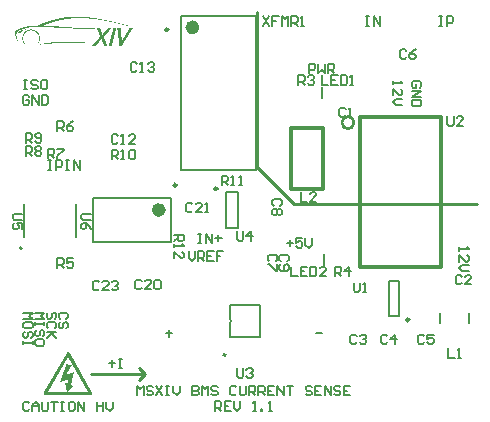
<source format=gto>
G04*
G04 #@! TF.GenerationSoftware,Altium Limited,Altium Designer,19.1.8 (144)*
G04*
G04 Layer_Color=65535*
%FSLAX25Y25*%
%MOIN*%
G70*
G01*
G75*
%ADD10C,0.00787*%
%ADD11C,0.02362*%
%ADD12C,0.00984*%
%ADD13C,0.01000*%
%ADD14C,0.00600*%
%ADD15C,0.01200*%
%ADD16C,0.00591*%
G36*
X22403Y133330D02*
X23081D01*
Y133316D01*
X23454D01*
Y133302D01*
X23759D01*
Y133288D01*
X24008D01*
Y133275D01*
X24243D01*
Y133261D01*
X24450D01*
Y133247D01*
X24644D01*
Y133233D01*
X24824D01*
Y133219D01*
X24990D01*
Y133205D01*
X25155D01*
Y133192D01*
X25308D01*
Y133178D01*
X25460D01*
Y133164D01*
X25598D01*
Y133150D01*
X25736D01*
Y133136D01*
X25875D01*
Y133123D01*
X25999D01*
Y133109D01*
X26124D01*
Y133095D01*
X26248D01*
Y133081D01*
X26373D01*
Y133067D01*
X26483D01*
Y133053D01*
X26608D01*
Y133039D01*
X26718D01*
Y133026D01*
X26829D01*
Y133012D01*
X26940D01*
Y132998D01*
X27050D01*
Y132984D01*
X27147D01*
Y132970D01*
X27258D01*
Y132957D01*
X27354D01*
Y132943D01*
X27451D01*
Y132929D01*
X27562D01*
Y132915D01*
X27659D01*
Y132901D01*
X27756D01*
Y132887D01*
X27852D01*
Y132873D01*
X27935D01*
Y132860D01*
X28032D01*
Y132846D01*
X28129D01*
Y132832D01*
X28212D01*
Y132818D01*
X28309D01*
Y132804D01*
X28392D01*
Y132791D01*
X28489D01*
Y132777D01*
X28572D01*
Y132763D01*
X28655D01*
Y132749D01*
X28738D01*
Y132735D01*
X28834D01*
Y132721D01*
X28917D01*
Y132708D01*
X29000D01*
Y132694D01*
X29083D01*
Y132680D01*
X29166D01*
Y132666D01*
X29235D01*
Y132652D01*
X29318D01*
Y132638D01*
X29401D01*
Y132625D01*
X29484D01*
Y132611D01*
X29567D01*
Y132597D01*
X29636D01*
Y132583D01*
X29719D01*
Y132569D01*
X29789D01*
Y132555D01*
X29872D01*
Y132542D01*
X29955D01*
Y132528D01*
X30024D01*
Y132514D01*
X30107D01*
Y132500D01*
X30176D01*
Y132486D01*
X30245D01*
Y132473D01*
X30328D01*
Y132459D01*
X30397D01*
Y132445D01*
X30466D01*
Y132431D01*
X30549D01*
Y132417D01*
X30618D01*
Y132403D01*
X30688D01*
Y132389D01*
X30757D01*
Y132376D01*
X30826D01*
Y132362D01*
X30909D01*
Y132348D01*
X30978D01*
Y132334D01*
X31047D01*
Y132320D01*
X31116D01*
Y132307D01*
X31185D01*
Y132293D01*
X31255D01*
Y132279D01*
X31324D01*
Y132265D01*
X31393D01*
Y132251D01*
X31462D01*
Y132237D01*
X31531D01*
Y132223D01*
X31600D01*
Y132210D01*
X31670D01*
Y132196D01*
X31725D01*
Y132182D01*
X31794D01*
Y132168D01*
X31863D01*
Y132154D01*
X31932D01*
Y132141D01*
X32002D01*
Y132127D01*
X32057D01*
Y132113D01*
X32126D01*
Y132099D01*
X32195D01*
Y132085D01*
X32264D01*
Y132071D01*
X32320D01*
Y132057D01*
X32389D01*
Y132044D01*
X32458D01*
Y132030D01*
X32513D01*
Y132016D01*
X32582D01*
Y132002D01*
X32651D01*
Y131988D01*
X32707D01*
Y131975D01*
X32776D01*
Y131961D01*
X32831D01*
Y131947D01*
X32900D01*
Y131933D01*
X32970D01*
Y131919D01*
X33025D01*
Y131905D01*
X33094D01*
Y131892D01*
X33149D01*
Y131878D01*
X33219D01*
Y131864D01*
X33274D01*
Y131850D01*
X33343D01*
Y131836D01*
X33398D01*
Y131822D01*
X33454D01*
Y131809D01*
X33523D01*
Y131795D01*
X33578D01*
Y131781D01*
X33647D01*
Y131767D01*
X33703D01*
Y131753D01*
X33772D01*
Y131739D01*
X33827D01*
Y131726D01*
X33882D01*
Y131712D01*
X33952D01*
Y131698D01*
X34007D01*
Y131684D01*
X34062D01*
Y131670D01*
X34131D01*
Y131657D01*
X34187D01*
Y131643D01*
X34242D01*
Y131629D01*
X34311D01*
Y131615D01*
X34366D01*
Y131601D01*
X34422D01*
Y131587D01*
X34477D01*
Y131573D01*
X34546D01*
Y131560D01*
X34602D01*
Y131546D01*
X34657D01*
Y131532D01*
X34712D01*
Y131518D01*
X34781D01*
Y131504D01*
X34837D01*
Y131491D01*
X34892D01*
Y131477D01*
X34947D01*
Y131463D01*
X35003D01*
Y131449D01*
X35058D01*
Y131435D01*
X35127D01*
Y131421D01*
X35182D01*
Y131407D01*
X35238D01*
Y131394D01*
X35293D01*
Y131380D01*
X35348D01*
Y131366D01*
X35404D01*
Y131352D01*
X35459D01*
Y131338D01*
X35528D01*
Y131325D01*
X35583D01*
Y131311D01*
X35639D01*
Y131297D01*
X35694D01*
Y131283D01*
X35750D01*
Y131269D01*
X35805D01*
Y131255D01*
X35860D01*
Y131242D01*
X35915D01*
Y131228D01*
X35971D01*
Y131214D01*
X36026D01*
Y131200D01*
X36081D01*
Y131186D01*
X36137D01*
Y131172D01*
X36192D01*
Y131159D01*
X36247D01*
Y131145D01*
X36303D01*
Y131131D01*
X36358D01*
Y131117D01*
X36413D01*
Y131103D01*
X36469D01*
Y131089D01*
X36524D01*
Y131076D01*
X36579D01*
Y131062D01*
X36635D01*
Y131048D01*
X36690D01*
Y131034D01*
X36745D01*
Y131020D01*
X36801D01*
Y131006D01*
X36856D01*
Y130993D01*
X36911D01*
Y130979D01*
X36967D01*
Y130965D01*
X37022D01*
Y130951D01*
X37077D01*
Y130937D01*
X37132D01*
Y130923D01*
X37188D01*
Y130910D01*
X37229D01*
Y130896D01*
X37285D01*
Y130882D01*
X37340D01*
Y130868D01*
X37395D01*
Y130854D01*
X37451D01*
Y130841D01*
X37506D01*
Y130827D01*
X37561D01*
Y130813D01*
X37617D01*
Y130799D01*
X37658D01*
Y130785D01*
X37713D01*
Y130771D01*
X37769D01*
Y130757D01*
X37824D01*
Y130744D01*
X37879D01*
Y130730D01*
X37935D01*
Y130716D01*
X37990D01*
Y130702D01*
X38032D01*
Y130688D01*
X38087D01*
Y130675D01*
X38142D01*
Y130661D01*
X38197D01*
Y130647D01*
X38253D01*
Y130633D01*
X38294D01*
Y130619D01*
X38350D01*
Y130605D01*
X38405D01*
Y130591D01*
X38460D01*
Y130578D01*
X38515D01*
Y130564D01*
X38557D01*
Y130550D01*
X38612D01*
Y130536D01*
X38668D01*
Y130522D01*
X38723D01*
Y130508D01*
X38778D01*
Y130495D01*
X38820D01*
Y130481D01*
X38875D01*
Y130467D01*
X38930D01*
Y130453D01*
X38986D01*
Y130439D01*
X39027D01*
Y130426D01*
X39083D01*
Y130412D01*
X39138D01*
Y130398D01*
X39193D01*
Y130384D01*
X39235D01*
Y130370D01*
X39290D01*
Y130356D01*
X39345D01*
Y130343D01*
X39387D01*
Y130329D01*
X39442D01*
Y130315D01*
X39498D01*
Y130301D01*
X39553D01*
Y130287D01*
X39594D01*
Y130273D01*
X39650D01*
Y130260D01*
X39705D01*
Y130246D01*
X39746D01*
Y130232D01*
X39802D01*
Y130218D01*
X39857D01*
Y130204D01*
X39912D01*
Y130191D01*
X39954D01*
Y130177D01*
X40009D01*
Y130163D01*
X40064D01*
Y130149D01*
X40106D01*
Y130135D01*
X40161D01*
Y130121D01*
X40217D01*
Y130107D01*
X40258D01*
Y130094D01*
X40314D01*
Y130080D01*
X40369D01*
Y130066D01*
X40410D01*
Y130052D01*
X40466D01*
Y130038D01*
X40507D01*
Y130025D01*
X40562D01*
Y130011D01*
X40618D01*
Y129997D01*
X40659D01*
Y129983D01*
X40715D01*
Y129969D01*
X40770D01*
Y129955D01*
X40811D01*
Y129941D01*
X40867D01*
Y129928D01*
X40922D01*
Y129914D01*
X40950D01*
Y129900D01*
Y129886D01*
X40936D01*
Y129872D01*
X40881D01*
Y129886D01*
X40825D01*
Y129900D01*
X40770D01*
Y129914D01*
X40701D01*
Y129928D01*
X40645D01*
Y129941D01*
X40590D01*
Y129955D01*
X40521D01*
Y129969D01*
X40466D01*
Y129983D01*
X40410D01*
Y129997D01*
X40341D01*
Y130011D01*
X40286D01*
Y130025D01*
X40231D01*
Y130038D01*
X40175D01*
Y130052D01*
X40106D01*
Y130066D01*
X40051D01*
Y130080D01*
X39995D01*
Y130094D01*
X39940D01*
Y130107D01*
X39885D01*
Y130121D01*
X39816D01*
Y130135D01*
X39760D01*
Y130149D01*
X39705D01*
Y130163D01*
X39650D01*
Y130177D01*
X39594D01*
Y130191D01*
X39539D01*
Y130204D01*
X39470D01*
Y130218D01*
X39415D01*
Y130232D01*
X39359D01*
Y130246D01*
X39304D01*
Y130260D01*
X39248D01*
Y130273D01*
X39193D01*
Y130287D01*
X39138D01*
Y130301D01*
X39083D01*
Y130315D01*
X39013D01*
Y130329D01*
X38958D01*
Y130343D01*
X38903D01*
Y130356D01*
X38848D01*
Y130370D01*
X38792D01*
Y130384D01*
X38737D01*
Y130398D01*
X38682D01*
Y130412D01*
X38626D01*
Y130426D01*
X38571D01*
Y130439D01*
X38502D01*
Y130453D01*
X38446D01*
Y130467D01*
X38391D01*
Y130481D01*
X38336D01*
Y130495D01*
X38280D01*
Y130508D01*
X38225D01*
Y130522D01*
X38170D01*
Y130536D01*
X38115D01*
Y130550D01*
X38059D01*
Y130564D01*
X38004D01*
Y130578D01*
X37949D01*
Y130591D01*
X37879D01*
Y130605D01*
X37824D01*
Y130619D01*
X37769D01*
Y130633D01*
X37713D01*
Y130647D01*
X37658D01*
Y130661D01*
X37603D01*
Y130675D01*
X37547D01*
Y130688D01*
X37492D01*
Y130702D01*
X37437D01*
Y130716D01*
X37381D01*
Y130730D01*
X37312D01*
Y130744D01*
X37257D01*
Y130757D01*
X37202D01*
Y130771D01*
X37146D01*
Y130785D01*
X37091D01*
Y130799D01*
X37036D01*
Y130813D01*
X36980D01*
Y130827D01*
X36911D01*
Y130841D01*
X36856D01*
Y130854D01*
X36801D01*
Y130868D01*
X36745D01*
Y130882D01*
X36690D01*
Y130896D01*
X36635D01*
Y130910D01*
X36579D01*
Y130923D01*
X36510D01*
Y130937D01*
X36455D01*
Y130951D01*
X36399D01*
Y130965D01*
X36344D01*
Y130979D01*
X36289D01*
Y130993D01*
X36220D01*
Y131006D01*
X36164D01*
Y131020D01*
X36109D01*
Y131034D01*
X36054D01*
Y131048D01*
X35998D01*
Y131062D01*
X35929D01*
Y131076D01*
X35874D01*
Y131089D01*
X35819D01*
Y131103D01*
X35763D01*
Y131117D01*
X35694D01*
Y131131D01*
X35639D01*
Y131145D01*
X35583D01*
Y131159D01*
X35514D01*
Y131172D01*
X35459D01*
Y131186D01*
X35404D01*
Y131200D01*
X35348D01*
Y131214D01*
X35279D01*
Y131228D01*
X35224D01*
Y131242D01*
X35155D01*
Y131255D01*
X35099D01*
Y131269D01*
X35044D01*
Y131283D01*
X34975D01*
Y131297D01*
X34920D01*
Y131311D01*
X34864D01*
Y131325D01*
X34795D01*
Y131338D01*
X34740D01*
Y131352D01*
X34671D01*
Y131366D01*
X34615D01*
Y131380D01*
X34546D01*
Y131394D01*
X34491D01*
Y131407D01*
X34422D01*
Y131421D01*
X34366D01*
Y131435D01*
X34297D01*
Y131449D01*
X34242D01*
Y131463D01*
X34173D01*
Y131477D01*
X34117D01*
Y131491D01*
X34048D01*
Y131504D01*
X33993D01*
Y131518D01*
X33924D01*
Y131532D01*
X33855D01*
Y131546D01*
X33799D01*
Y131560D01*
X33730D01*
Y131573D01*
X33675D01*
Y131587D01*
X33606D01*
Y131601D01*
X33537D01*
Y131615D01*
X33468D01*
Y131629D01*
X33412D01*
Y131643D01*
X33343D01*
Y131657D01*
X33274D01*
Y131670D01*
X33205D01*
Y131684D01*
X33149D01*
Y131698D01*
X33080D01*
Y131712D01*
X33011D01*
Y131726D01*
X32942D01*
Y131739D01*
X32873D01*
Y131753D01*
X32804D01*
Y131767D01*
X32735D01*
Y131781D01*
X32665D01*
Y131795D01*
X32596D01*
Y131809D01*
X32527D01*
Y131822D01*
X32458D01*
Y131836D01*
X32389D01*
Y131850D01*
X32320D01*
Y131864D01*
X32250D01*
Y131878D01*
X32181D01*
Y131892D01*
X32112D01*
Y131905D01*
X32043D01*
Y131919D01*
X31960D01*
Y131933D01*
X31891D01*
Y131947D01*
X31822D01*
Y131961D01*
X31752D01*
Y131975D01*
X31670D01*
Y131988D01*
X31600D01*
Y132002D01*
X31517D01*
Y132016D01*
X31448D01*
Y132030D01*
X31379D01*
Y132044D01*
X31296D01*
Y132057D01*
X31213D01*
Y132071D01*
X31144D01*
Y132085D01*
X31061D01*
Y132099D01*
X30992D01*
Y132113D01*
X30909D01*
Y132127D01*
X30826D01*
Y132141D01*
X30743D01*
Y132154D01*
X30660D01*
Y132168D01*
X30591D01*
Y132182D01*
X30508D01*
Y132196D01*
X30425D01*
Y132210D01*
X30342D01*
Y132223D01*
X30245D01*
Y132237D01*
X30162D01*
Y132251D01*
X30079D01*
Y132265D01*
X29996D01*
Y132279D01*
X29899D01*
Y132293D01*
X29816D01*
Y132307D01*
X29719D01*
Y132320D01*
X29636D01*
Y132334D01*
X29540D01*
Y132348D01*
X29457D01*
Y132362D01*
X29360D01*
Y132376D01*
X29263D01*
Y132389D01*
X29166D01*
Y132403D01*
X29070D01*
Y132417D01*
X28973D01*
Y132431D01*
X28876D01*
Y132445D01*
X28765D01*
Y132459D01*
X28668D01*
Y132473D01*
X28558D01*
Y132486D01*
X28447D01*
Y132500D01*
X28350D01*
Y132514D01*
X28240D01*
Y132528D01*
X28115D01*
Y132542D01*
X28005D01*
Y132555D01*
X27894D01*
Y132569D01*
X27769D01*
Y132583D01*
X27645D01*
Y132597D01*
X27520D01*
Y132611D01*
X27396D01*
Y132625D01*
X27258D01*
Y132638D01*
X27119D01*
Y132652D01*
X26981D01*
Y132666D01*
X26843D01*
Y132680D01*
X26691D01*
Y132694D01*
X26525D01*
Y132708D01*
X26359D01*
Y132721D01*
X26193D01*
Y132735D01*
X26013D01*
Y132749D01*
X25819D01*
Y132763D01*
X25612D01*
Y132777D01*
X25391D01*
Y132791D01*
X25142D01*
Y132804D01*
X24851D01*
Y132818D01*
X24519D01*
Y132832D01*
X24063D01*
Y132846D01*
X22306D01*
Y132832D01*
X21864D01*
Y132818D01*
X21546D01*
Y132804D01*
X21283D01*
Y132791D01*
X21048D01*
Y132777D01*
X20840D01*
Y132763D01*
X20661D01*
Y132749D01*
X20481D01*
Y132735D01*
X20315D01*
Y132721D01*
X20163D01*
Y132708D01*
X20011D01*
Y132694D01*
X19872D01*
Y132680D01*
X19748D01*
Y132666D01*
X19610D01*
Y132652D01*
X19499D01*
Y132638D01*
X19374D01*
Y132625D01*
X19264D01*
Y132611D01*
X19153D01*
Y132597D01*
X19042D01*
Y132583D01*
X18932D01*
Y132569D01*
X18835D01*
Y132555D01*
X18738D01*
Y132542D01*
X18641D01*
Y132528D01*
X18545D01*
Y132514D01*
X18448D01*
Y132500D01*
X18365D01*
Y132486D01*
X18282D01*
Y132473D01*
X18185D01*
Y132459D01*
X18102D01*
Y132445D01*
X18019D01*
Y132431D01*
X17936D01*
Y132417D01*
X17853D01*
Y132403D01*
X17784D01*
Y132389D01*
X17701D01*
Y132376D01*
X17618D01*
Y132362D01*
X17549D01*
Y132348D01*
X17480D01*
Y132334D01*
X17397D01*
Y132320D01*
X17327D01*
Y132307D01*
X17258D01*
Y132293D01*
X17189D01*
Y132279D01*
X17120D01*
Y132265D01*
X17051D01*
Y132251D01*
X16982D01*
Y132237D01*
X16913D01*
Y132223D01*
X16857D01*
Y132210D01*
X16788D01*
Y132196D01*
X16719D01*
Y132182D01*
X16664D01*
Y132168D01*
X16594D01*
Y132154D01*
X16539D01*
Y132141D01*
X16470D01*
Y132127D01*
X16415D01*
Y132113D01*
X16359D01*
Y132099D01*
X16290D01*
Y132085D01*
X16235D01*
Y132071D01*
X16180D01*
Y132057D01*
X16124D01*
Y132044D01*
X16069D01*
Y132030D01*
X16000D01*
Y132016D01*
X15945D01*
Y132002D01*
X15889D01*
Y131988D01*
X15834D01*
Y131975D01*
X15792D01*
Y131961D01*
X15737D01*
Y131947D01*
X15682D01*
Y131933D01*
X15626D01*
Y131919D01*
X15571D01*
Y131905D01*
X15516D01*
Y131892D01*
X15474D01*
Y131878D01*
X15419D01*
Y131864D01*
X15364D01*
Y131850D01*
X15322D01*
Y131836D01*
X15267D01*
Y131822D01*
X15212D01*
Y131809D01*
X15170D01*
Y131795D01*
X15115D01*
Y131781D01*
X15073D01*
Y131767D01*
X15018D01*
Y131753D01*
X14976D01*
Y131739D01*
X14921D01*
Y131726D01*
X14880D01*
Y131712D01*
X14838D01*
Y131698D01*
X14783D01*
Y131684D01*
X14741D01*
Y131670D01*
X14700D01*
Y131657D01*
X14644D01*
Y131643D01*
X14603D01*
Y131629D01*
X14561D01*
Y131615D01*
X14506D01*
Y131601D01*
X14465D01*
Y131587D01*
X14423D01*
Y131573D01*
X14382D01*
Y131560D01*
X14340D01*
Y131546D01*
X14299D01*
Y131532D01*
X14243D01*
Y131518D01*
X14202D01*
Y131504D01*
X14160D01*
Y131491D01*
X14119D01*
Y131477D01*
X14077D01*
Y131463D01*
X14036D01*
Y131449D01*
X13994D01*
Y131435D01*
X13953D01*
Y131421D01*
X13911D01*
Y131407D01*
X13870D01*
Y131394D01*
X13828D01*
Y131380D01*
X13787D01*
Y131366D01*
X13746D01*
Y131352D01*
X13718D01*
Y131338D01*
X13676D01*
Y131325D01*
X13635D01*
Y131311D01*
X13593D01*
Y131297D01*
X13552D01*
Y131283D01*
X13510D01*
Y131269D01*
X13483D01*
Y131255D01*
X13441D01*
Y131242D01*
X13400D01*
Y131228D01*
X13358D01*
Y131214D01*
X13317D01*
Y131200D01*
X13289D01*
Y131186D01*
X13248D01*
Y131172D01*
X13206D01*
Y131159D01*
X13178D01*
Y131145D01*
X13137D01*
Y131131D01*
X13095D01*
Y131117D01*
X13068D01*
Y131103D01*
X13026D01*
Y131089D01*
X12985D01*
Y131076D01*
X12957D01*
Y131062D01*
X12916D01*
Y131048D01*
X12874D01*
Y131034D01*
X12846D01*
Y131020D01*
X12805D01*
Y131006D01*
X12777D01*
Y130993D01*
X12736D01*
Y130979D01*
X12708D01*
Y130965D01*
X12667D01*
Y130951D01*
X12639D01*
Y130937D01*
X12597D01*
Y130923D01*
X12570D01*
Y130910D01*
X12528D01*
Y130896D01*
X12501D01*
Y130882D01*
X12459D01*
Y130868D01*
X12432D01*
Y130854D01*
X12390D01*
Y130841D01*
X12362D01*
Y130827D01*
X12321D01*
Y130813D01*
X12293D01*
Y130799D01*
X12266D01*
Y130785D01*
X12224D01*
Y130771D01*
X12196D01*
Y130757D01*
X12169D01*
Y130744D01*
X12127D01*
Y130730D01*
X12100D01*
Y130716D01*
X12058D01*
Y130702D01*
X12031D01*
Y130688D01*
X12003D01*
Y130675D01*
X11961D01*
Y130661D01*
X11934D01*
Y130647D01*
X11906D01*
Y130633D01*
X11878D01*
Y130619D01*
X11837D01*
Y130605D01*
X11809D01*
Y130591D01*
X11782D01*
Y130578D01*
X11740D01*
Y130564D01*
X11712D01*
Y130550D01*
X11685D01*
Y130536D01*
X11657D01*
Y130522D01*
X11616D01*
Y130508D01*
X11588D01*
Y130495D01*
X11560D01*
Y130481D01*
X11533D01*
Y130467D01*
X11505D01*
Y130453D01*
X11463D01*
Y130439D01*
X11436D01*
Y130426D01*
X11408D01*
Y130412D01*
X11381D01*
Y130398D01*
X11353D01*
Y130384D01*
X11339D01*
Y130370D01*
X11685D01*
Y130356D01*
X12044D01*
Y130343D01*
X12349D01*
Y130329D01*
X12611D01*
Y130315D01*
X12874D01*
Y130301D01*
X13109D01*
Y130287D01*
X13344D01*
Y130273D01*
X13552D01*
Y130260D01*
X13773D01*
Y130246D01*
X13981D01*
Y130232D01*
X14174D01*
Y130218D01*
X14368D01*
Y130204D01*
X14561D01*
Y130191D01*
X14755D01*
Y130177D01*
X14949D01*
Y130163D01*
X15128D01*
Y130149D01*
X15308D01*
Y130135D01*
X15502D01*
Y130121D01*
X15682D01*
Y130107D01*
X15861D01*
Y130094D01*
X16027D01*
Y130080D01*
X16207D01*
Y130066D01*
X16387D01*
Y130052D01*
X16567D01*
Y130038D01*
X16747D01*
Y130025D01*
X16913D01*
Y130011D01*
X17092D01*
Y129997D01*
X17272D01*
Y129983D01*
X17438D01*
Y129969D01*
X17618D01*
Y129955D01*
X17798D01*
Y129941D01*
X17964D01*
Y129928D01*
X18144D01*
Y129914D01*
X18323D01*
Y129900D01*
X18503D01*
Y129886D01*
X18683D01*
Y129872D01*
X18863D01*
Y129859D01*
X19042D01*
Y129845D01*
X19222D01*
Y129831D01*
X19416D01*
Y129817D01*
X19596D01*
Y129803D01*
X19789D01*
Y129789D01*
X19969D01*
Y129776D01*
X20163D01*
Y129762D01*
X20356D01*
Y129748D01*
X20550D01*
Y129734D01*
X20744D01*
Y129720D01*
X20951D01*
Y129706D01*
X21145D01*
Y129693D01*
X21352D01*
Y129679D01*
X21560D01*
Y129665D01*
X21781D01*
Y129651D01*
X21988D01*
Y129637D01*
X22210D01*
Y129623D01*
X22445D01*
Y129610D01*
X22666D01*
Y129596D01*
X22901D01*
Y129582D01*
X23150D01*
Y129568D01*
X23399D01*
Y129554D01*
X23662D01*
Y129540D01*
X23925D01*
Y129527D01*
X24201D01*
Y129513D01*
X24492D01*
Y129499D01*
X24810D01*
Y129485D01*
X25128D01*
Y129471D01*
X25474D01*
Y129457D01*
X25847D01*
Y129444D01*
X26276D01*
Y129430D01*
X26746D01*
Y129416D01*
X27327D01*
Y129402D01*
X28129D01*
Y129388D01*
X28419D01*
Y129375D01*
Y129361D01*
Y129347D01*
X28281D01*
Y129333D01*
X27825D01*
Y129319D01*
X27258D01*
Y129305D01*
X26331D01*
Y129291D01*
X24575D01*
Y129305D01*
X23579D01*
Y129319D01*
X22943D01*
Y129333D01*
X22417D01*
Y129347D01*
X21961D01*
Y129361D01*
X21546D01*
Y129375D01*
X21172D01*
Y129388D01*
X20813D01*
Y129402D01*
X20481D01*
Y129416D01*
X20163D01*
Y129430D01*
X19845D01*
Y129444D01*
X19554D01*
Y129457D01*
X19264D01*
Y129471D01*
X18987D01*
Y129485D01*
X18711D01*
Y129499D01*
X18448D01*
Y129513D01*
X18185D01*
Y129527D01*
X17936D01*
Y129540D01*
X17687D01*
Y129554D01*
X17438D01*
Y129568D01*
X17189D01*
Y129582D01*
X16940D01*
Y129596D01*
X16705D01*
Y129610D01*
X16456D01*
Y129623D01*
X16221D01*
Y129637D01*
X15986D01*
Y129651D01*
X15751D01*
Y129665D01*
X15516D01*
Y129679D01*
X15267D01*
Y129693D01*
X15032D01*
Y129706D01*
X14797D01*
Y129720D01*
X14548D01*
Y129734D01*
X14312D01*
Y129748D01*
X14064D01*
Y129762D01*
X13815D01*
Y129776D01*
X13566D01*
Y129789D01*
X13303D01*
Y129803D01*
X13026D01*
Y129817D01*
X12750D01*
Y129831D01*
X12473D01*
Y129845D01*
X12169D01*
Y129859D01*
X11837D01*
Y129872D01*
X11491D01*
Y129886D01*
X11090D01*
Y129900D01*
X10606D01*
Y129914D01*
X9707D01*
Y129928D01*
X9251D01*
Y129914D01*
X8490D01*
Y129900D01*
X8130D01*
Y129886D01*
X7854D01*
Y129872D01*
X7632D01*
Y129859D01*
X7439D01*
Y129845D01*
X7273D01*
Y129831D01*
X7121D01*
Y129817D01*
X6983D01*
Y129803D01*
X6858D01*
Y129789D01*
X6747D01*
Y129776D01*
X6637D01*
Y129762D01*
X6526D01*
Y129748D01*
X6429D01*
Y129734D01*
X6332D01*
Y129720D01*
X6250D01*
Y129706D01*
X6166D01*
Y129693D01*
X6084D01*
Y129679D01*
X6001D01*
Y129665D01*
X5931D01*
Y129651D01*
X5862D01*
Y129637D01*
X5779D01*
Y129623D01*
X5724D01*
Y129610D01*
X5655D01*
Y129596D01*
X5586D01*
Y129582D01*
X5530D01*
Y129568D01*
X5461D01*
Y129554D01*
X5406D01*
Y129540D01*
X5350D01*
Y129527D01*
X5295D01*
Y129513D01*
X5240D01*
Y129499D01*
X5184D01*
Y129485D01*
X5129D01*
Y129471D01*
X5074D01*
Y129457D01*
X5032D01*
Y129444D01*
X4977D01*
Y129430D01*
X4922D01*
Y129416D01*
X4880D01*
Y129402D01*
X4825D01*
Y129388D01*
X4783D01*
Y129375D01*
X4742D01*
Y129361D01*
X4687D01*
Y129347D01*
X4645D01*
Y129333D01*
X4604D01*
Y129319D01*
X4562D01*
Y129305D01*
X4521D01*
Y129291D01*
X4479D01*
Y129278D01*
X4438D01*
Y129264D01*
X4396D01*
Y129250D01*
X4355D01*
Y129236D01*
X4313D01*
Y129222D01*
X4272D01*
Y129209D01*
X4230D01*
Y129195D01*
X4189D01*
Y129181D01*
X4147D01*
Y129167D01*
X4106D01*
Y129153D01*
X4064D01*
Y129139D01*
X4037D01*
Y129125D01*
X3995D01*
Y129112D01*
X3954D01*
Y129098D01*
X3926D01*
Y129084D01*
X3884D01*
Y129070D01*
X3843D01*
Y129056D01*
X3802D01*
Y129042D01*
X3774D01*
Y129029D01*
X3732D01*
Y129015D01*
X3705D01*
Y129001D01*
X3663D01*
Y128987D01*
X3622D01*
Y128973D01*
X3594D01*
Y128960D01*
X3553D01*
Y128946D01*
X3525D01*
Y128932D01*
X3497D01*
Y128918D01*
X3456D01*
Y128904D01*
X3428D01*
Y128890D01*
X3387D01*
Y128877D01*
X3359D01*
Y128863D01*
X3331D01*
Y128849D01*
X3304D01*
Y128835D01*
X3262D01*
Y128821D01*
X3234D01*
Y128807D01*
X3207D01*
Y128794D01*
X3179D01*
Y128780D01*
X3151D01*
Y128766D01*
X3124D01*
Y128752D01*
X3096D01*
Y128738D01*
X3069D01*
Y128724D01*
X3041D01*
Y128711D01*
X3013D01*
Y128697D01*
X2985D01*
Y128683D01*
X2958D01*
Y128669D01*
X2930D01*
Y128655D01*
X2916D01*
Y128641D01*
X2889D01*
Y128628D01*
X2861D01*
Y128614D01*
X2847D01*
Y128600D01*
X2819D01*
Y128586D01*
X2792D01*
Y128572D01*
X2778D01*
Y128559D01*
X2750D01*
Y128545D01*
X2737D01*
Y128531D01*
X2709D01*
Y128517D01*
X2695D01*
Y128503D01*
X2681D01*
Y128489D01*
X2654D01*
Y128475D01*
X2640D01*
Y128462D01*
X2626D01*
Y128448D01*
X2598D01*
Y128434D01*
X2584D01*
Y128420D01*
X2571D01*
Y128406D01*
X2557D01*
Y128393D01*
X2543D01*
Y128379D01*
X2529D01*
Y128365D01*
X2515D01*
Y128351D01*
X2501D01*
Y128337D01*
X2488D01*
Y128323D01*
X2474D01*
Y128310D01*
X2460D01*
Y128296D01*
X2446D01*
Y128282D01*
X2432D01*
Y128268D01*
X2418D01*
Y128254D01*
X2405D01*
Y128240D01*
X2391D01*
Y128227D01*
X2377D01*
Y128213D01*
X2363D01*
Y128199D01*
Y128185D01*
X2349D01*
Y128171D01*
X2335D01*
Y128157D01*
X2322D01*
Y128144D01*
Y128130D01*
X2308D01*
Y128116D01*
X2294D01*
Y128102D01*
Y128088D01*
X2280D01*
Y128074D01*
X2266D01*
Y128061D01*
Y128047D01*
X2252D01*
Y128033D01*
Y128019D01*
X2239D01*
Y128005D01*
Y127991D01*
X2225D01*
Y127978D01*
Y127964D01*
X2211D01*
Y127950D01*
Y127936D01*
X2197D01*
Y127922D01*
Y127909D01*
X2183D01*
Y127895D01*
Y127881D01*
Y127867D01*
X2169D01*
Y127853D01*
Y127839D01*
Y127825D01*
X2156D01*
Y127812D01*
Y127798D01*
Y127784D01*
X2142D01*
Y127770D01*
Y127756D01*
Y127743D01*
X2128D01*
Y127729D01*
Y127715D01*
Y127701D01*
Y127687D01*
X2114D01*
Y127673D01*
Y127659D01*
Y127646D01*
Y127632D01*
Y127618D01*
X2100D01*
Y127604D01*
Y127590D01*
Y127576D01*
Y127563D01*
Y127549D01*
Y127535D01*
Y127521D01*
X2087D01*
Y127507D01*
Y127494D01*
Y127480D01*
Y127466D01*
Y127452D01*
Y127438D01*
Y127424D01*
Y127410D01*
Y127397D01*
Y127383D01*
Y127369D01*
X2073D01*
Y127355D01*
Y127341D01*
Y127328D01*
Y127314D01*
Y127300D01*
Y127286D01*
Y127272D01*
Y127258D01*
Y127245D01*
Y127231D01*
Y127217D01*
Y127203D01*
Y127189D01*
Y127175D01*
Y127162D01*
Y127148D01*
X2087D01*
Y127134D01*
Y127120D01*
Y127106D01*
Y127093D01*
Y127079D01*
Y127065D01*
Y127051D01*
Y127037D01*
Y127023D01*
Y127009D01*
Y126996D01*
Y126982D01*
Y126968D01*
Y126954D01*
X2100D01*
Y126940D01*
Y126927D01*
Y126913D01*
Y126899D01*
Y126885D01*
Y126871D01*
Y126857D01*
Y126844D01*
X2114D01*
Y126830D01*
Y126816D01*
Y126802D01*
Y126788D01*
Y126774D01*
Y126760D01*
Y126747D01*
X2128D01*
Y126733D01*
Y126719D01*
Y126705D01*
Y126691D01*
Y126678D01*
Y126664D01*
X2142D01*
Y126650D01*
Y126636D01*
Y126622D01*
Y126608D01*
Y126595D01*
X2156D01*
Y126581D01*
Y126567D01*
Y126553D01*
Y126539D01*
Y126525D01*
Y126512D01*
X2169D01*
Y126498D01*
Y126484D01*
Y126470D01*
Y126456D01*
X2183D01*
Y126442D01*
Y126429D01*
Y126415D01*
Y126401D01*
Y126387D01*
X2197D01*
Y126373D01*
Y126359D01*
Y126346D01*
Y126332D01*
X2211D01*
Y126318D01*
Y126304D01*
Y126290D01*
Y126277D01*
X2225D01*
Y126263D01*
Y126249D01*
Y126235D01*
Y126221D01*
X2239D01*
Y126207D01*
Y126193D01*
Y126180D01*
Y126166D01*
X2252D01*
Y126152D01*
Y126138D01*
Y126124D01*
Y126110D01*
X2266D01*
Y126097D01*
Y126083D01*
Y126069D01*
X2280D01*
Y126055D01*
Y126041D01*
Y126028D01*
Y126014D01*
X2294D01*
Y126000D01*
Y125986D01*
Y125972D01*
Y125958D01*
X2308D01*
Y125945D01*
Y125931D01*
Y125917D01*
X2322D01*
Y125903D01*
Y125889D01*
Y125875D01*
X2335D01*
Y125862D01*
Y125848D01*
Y125834D01*
Y125820D01*
X2349D01*
Y125806D01*
Y125792D01*
Y125779D01*
X2363D01*
Y125765D01*
Y125751D01*
Y125737D01*
X2377D01*
Y125723D01*
Y125709D01*
Y125696D01*
X2391D01*
Y125682D01*
Y125668D01*
Y125654D01*
Y125640D01*
X2405D01*
Y125626D01*
Y125613D01*
Y125599D01*
X2418D01*
Y125585D01*
Y125571D01*
Y125557D01*
X2432D01*
Y125543D01*
Y125530D01*
Y125516D01*
X2446D01*
Y125502D01*
Y125488D01*
Y125474D01*
X2460D01*
Y125461D01*
Y125447D01*
Y125433D01*
X2474D01*
Y125419D01*
Y125405D01*
Y125391D01*
X2488D01*
Y125378D01*
Y125364D01*
Y125350D01*
X2501D01*
Y125336D01*
Y125322D01*
Y125308D01*
X2515D01*
Y125294D01*
Y125281D01*
X2529D01*
Y125267D01*
Y125253D01*
Y125239D01*
X2543D01*
Y125225D01*
Y125212D01*
Y125198D01*
X2557D01*
Y125184D01*
Y125170D01*
Y125156D01*
X2571D01*
Y125142D01*
Y125129D01*
Y125115D01*
X2584D01*
Y125101D01*
Y125087D01*
X2598D01*
Y125073D01*
Y125059D01*
Y125046D01*
X2612D01*
Y125032D01*
Y125018D01*
Y125004D01*
X2626D01*
Y124990D01*
Y124976D01*
Y124963D01*
X2640D01*
Y124949D01*
Y124935D01*
X2654D01*
Y124921D01*
Y124907D01*
Y124893D01*
X2667D01*
Y124880D01*
Y124866D01*
Y124852D01*
X2681D01*
Y124838D01*
Y124824D01*
X2695D01*
Y124811D01*
Y124797D01*
Y124783D01*
X2709D01*
Y124769D01*
Y124755D01*
Y124741D01*
X2723D01*
Y124727D01*
Y124714D01*
X2737D01*
Y124700D01*
Y124686D01*
Y124672D01*
X2750D01*
Y124658D01*
Y124644D01*
X2764D01*
Y124631D01*
Y124617D01*
Y124603D01*
X2778D01*
Y124589D01*
Y124575D01*
Y124562D01*
X2792D01*
Y124548D01*
Y124534D01*
X2806D01*
Y124520D01*
Y124506D01*
Y124492D01*
X2819D01*
Y124478D01*
Y124465D01*
X2833D01*
Y124451D01*
Y124437D01*
Y124423D01*
X2847D01*
Y124409D01*
Y124396D01*
X2861D01*
Y124382D01*
Y124368D01*
Y124354D01*
X2875D01*
Y124340D01*
Y124326D01*
X2889D01*
Y124313D01*
Y124299D01*
Y124285D01*
X2902D01*
Y124271D01*
Y124257D01*
X2916D01*
Y124243D01*
Y124230D01*
Y124216D01*
X2930D01*
Y124202D01*
Y124188D01*
X2944D01*
Y124174D01*
Y124160D01*
Y124147D01*
X2902D01*
Y124160D01*
X2889D01*
Y124174D01*
Y124188D01*
X2875D01*
Y124202D01*
Y124216D01*
X2861D01*
Y124230D01*
Y124243D01*
X2847D01*
Y124257D01*
Y124271D01*
Y124285D01*
X2833D01*
Y124299D01*
Y124313D01*
X2819D01*
Y124326D01*
Y124340D01*
X2806D01*
Y124354D01*
Y124368D01*
X2792D01*
Y124382D01*
Y124396D01*
X2778D01*
Y124409D01*
Y124423D01*
X2764D01*
Y124437D01*
Y124451D01*
X2750D01*
Y124465D01*
Y124478D01*
X2737D01*
Y124492D01*
Y124506D01*
Y124520D01*
X2723D01*
Y124534D01*
Y124548D01*
X2709D01*
Y124562D01*
Y124575D01*
X2695D01*
Y124589D01*
Y124603D01*
X2681D01*
Y124617D01*
Y124631D01*
X2667D01*
Y124644D01*
Y124658D01*
X2654D01*
Y124672D01*
Y124686D01*
X2640D01*
Y124700D01*
Y124714D01*
Y124727D01*
X2626D01*
Y124741D01*
Y124755D01*
X2612D01*
Y124769D01*
Y124783D01*
X2598D01*
Y124797D01*
Y124811D01*
X2584D01*
Y124824D01*
Y124838D01*
X2571D01*
Y124852D01*
Y124866D01*
X2557D01*
Y124880D01*
Y124893D01*
Y124907D01*
X2543D01*
Y124921D01*
Y124935D01*
X2529D01*
Y124949D01*
Y124963D01*
X2515D01*
Y124976D01*
Y124990D01*
X2501D01*
Y125004D01*
Y125018D01*
X2488D01*
Y125032D01*
Y125046D01*
X2474D01*
Y125059D01*
Y125073D01*
Y125087D01*
X2460D01*
Y125101D01*
Y125115D01*
X2446D01*
Y125129D01*
Y125142D01*
X2432D01*
Y125156D01*
Y125170D01*
X2418D01*
Y125184D01*
Y125198D01*
X2405D01*
Y125212D01*
Y125225D01*
Y125239D01*
X2391D01*
Y125253D01*
Y125267D01*
X2377D01*
Y125281D01*
Y125294D01*
X2363D01*
Y125308D01*
Y125322D01*
X2349D01*
Y125336D01*
Y125350D01*
Y125364D01*
X2335D01*
Y125378D01*
Y125391D01*
X2322D01*
Y125405D01*
Y125419D01*
X2308D01*
Y125433D01*
Y125447D01*
X2294D01*
Y125461D01*
Y125474D01*
Y125488D01*
X2280D01*
Y125502D01*
Y125516D01*
X2266D01*
Y125530D01*
Y125543D01*
X2252D01*
Y125557D01*
Y125571D01*
X2239D01*
Y125585D01*
Y125599D01*
Y125613D01*
X2225D01*
Y125626D01*
Y125640D01*
X2211D01*
Y125654D01*
Y125668D01*
X2197D01*
Y125682D01*
Y125696D01*
Y125709D01*
X2183D01*
Y125723D01*
Y125737D01*
X2169D01*
Y125751D01*
Y125765D01*
X2156D01*
Y125779D01*
Y125792D01*
Y125806D01*
X2142D01*
Y125820D01*
Y125834D01*
X2128D01*
Y125848D01*
Y125862D01*
X2114D01*
Y125875D01*
Y125889D01*
Y125903D01*
X2100D01*
Y125917D01*
Y125931D01*
X2087D01*
Y125945D01*
Y125958D01*
X2073D01*
Y125972D01*
Y125986D01*
Y126000D01*
X2059D01*
Y126014D01*
Y126028D01*
X2045D01*
Y126041D01*
Y126055D01*
Y126069D01*
X2031D01*
Y126083D01*
Y126097D01*
X2017D01*
Y126110D01*
Y126124D01*
Y126138D01*
X2004D01*
Y126152D01*
Y126166D01*
X1990D01*
Y126180D01*
Y126193D01*
Y126207D01*
X1976D01*
Y126221D01*
Y126235D01*
X1962D01*
Y126249D01*
Y126263D01*
Y126277D01*
X1948D01*
Y126290D01*
Y126304D01*
X1934D01*
Y126318D01*
Y126332D01*
Y126346D01*
X1921D01*
Y126359D01*
Y126373D01*
Y126387D01*
X1907D01*
Y126401D01*
Y126415D01*
X1893D01*
Y126429D01*
Y126442D01*
Y126456D01*
X1879D01*
Y126470D01*
Y126484D01*
Y126498D01*
X1865D01*
Y126512D01*
Y126525D01*
Y126539D01*
X1851D01*
Y126553D01*
Y126567D01*
X1838D01*
Y126581D01*
Y126595D01*
Y126608D01*
X1824D01*
Y126622D01*
Y126636D01*
Y126650D01*
X1810D01*
Y126664D01*
Y126678D01*
Y126691D01*
X1796D01*
Y126705D01*
Y126719D01*
Y126733D01*
X1782D01*
Y126747D01*
Y126760D01*
Y126774D01*
X1768D01*
Y126788D01*
Y126802D01*
Y126816D01*
X1755D01*
Y126830D01*
Y126844D01*
Y126857D01*
X1741D01*
Y126871D01*
Y126885D01*
Y126899D01*
Y126913D01*
X1727D01*
Y126927D01*
Y126940D01*
Y126954D01*
X1713D01*
Y126968D01*
Y126982D01*
Y126996D01*
X1699D01*
Y127009D01*
Y127023D01*
Y127037D01*
Y127051D01*
X1685D01*
Y127065D01*
Y127079D01*
Y127093D01*
Y127106D01*
X1672D01*
Y127120D01*
Y127134D01*
Y127148D01*
Y127162D01*
X1658D01*
Y127175D01*
Y127189D01*
Y127203D01*
Y127217D01*
X1644D01*
Y127231D01*
Y127245D01*
Y127258D01*
Y127272D01*
X1630D01*
Y127286D01*
Y127300D01*
Y127314D01*
Y127328D01*
Y127341D01*
X1616D01*
Y127355D01*
Y127369D01*
Y127383D01*
Y127397D01*
Y127410D01*
Y127424D01*
X1602D01*
Y127438D01*
Y127452D01*
Y127466D01*
Y127480D01*
Y127494D01*
Y127507D01*
Y127521D01*
X1589D01*
Y127535D01*
Y127549D01*
Y127563D01*
Y127576D01*
Y127590D01*
Y127604D01*
Y127618D01*
Y127632D01*
Y127646D01*
X1575D01*
Y127659D01*
Y127673D01*
Y127687D01*
Y127701D01*
Y127715D01*
Y127729D01*
Y127743D01*
Y127756D01*
Y127770D01*
Y127784D01*
Y127798D01*
Y127812D01*
Y127825D01*
Y127839D01*
Y127853D01*
Y127867D01*
Y127881D01*
Y127895D01*
Y127909D01*
Y127922D01*
Y127936D01*
Y127950D01*
X1589D01*
Y127964D01*
Y127978D01*
Y127991D01*
Y128005D01*
Y128019D01*
Y128033D01*
Y128047D01*
Y128061D01*
X1602D01*
Y128074D01*
Y128088D01*
Y128102D01*
Y128116D01*
Y128130D01*
X1616D01*
Y128144D01*
Y128157D01*
Y128171D01*
X1630D01*
Y128185D01*
Y128199D01*
Y128213D01*
Y128227D01*
X1644D01*
Y128240D01*
Y128254D01*
Y128268D01*
X1658D01*
Y128282D01*
Y128296D01*
X1672D01*
Y128310D01*
Y128323D01*
Y128337D01*
X1685D01*
Y128351D01*
Y128365D01*
X1699D01*
Y128379D01*
Y128393D01*
X1713D01*
Y128406D01*
Y128420D01*
X1727D01*
Y128434D01*
X1741D01*
Y128448D01*
Y128462D01*
X1755D01*
Y128475D01*
Y128489D01*
X1768D01*
Y128503D01*
X1782D01*
Y128517D01*
Y128531D01*
X1796D01*
Y128545D01*
X1810D01*
Y128559D01*
X1824D01*
Y128572D01*
Y128586D01*
X1838D01*
Y128600D01*
X1851D01*
Y128614D01*
X1865D01*
Y128628D01*
X1879D01*
Y128641D01*
X1893D01*
Y128655D01*
X1907D01*
Y128669D01*
X1921D01*
Y128683D01*
X1934D01*
Y128697D01*
X1948D01*
Y128711D01*
X1962D01*
Y128724D01*
X1976D01*
Y128738D01*
X1990D01*
Y128752D01*
X2004D01*
Y128766D01*
X2017D01*
Y128780D01*
X2031D01*
Y128794D01*
X2045D01*
Y128807D01*
X2073D01*
Y128821D01*
X2087D01*
Y128835D01*
X2100D01*
Y128849D01*
X2128D01*
Y128863D01*
X2142D01*
Y128877D01*
X2156D01*
Y128890D01*
X2183D01*
Y128904D01*
X2197D01*
Y128918D01*
X2225D01*
Y128932D01*
X2239D01*
Y128946D01*
X2266D01*
Y128960D01*
X2294D01*
Y128973D01*
X2308D01*
Y128987D01*
X2335D01*
Y129001D01*
X2363D01*
Y129015D01*
X2377D01*
Y129029D01*
X2405D01*
Y129042D01*
X2432D01*
Y129056D01*
X2460D01*
Y129070D01*
X2488D01*
Y129084D01*
X2515D01*
Y129098D01*
X2543D01*
Y129112D01*
X2571D01*
Y129125D01*
X2598D01*
Y129139D01*
X2626D01*
Y129153D01*
X2667D01*
Y129167D01*
X2695D01*
Y129181D01*
X2723D01*
Y129195D01*
X2750D01*
Y129209D01*
X2792D01*
Y129222D01*
X2819D01*
Y129236D01*
X2861D01*
Y129250D01*
X2889D01*
Y129264D01*
X2930D01*
Y129278D01*
X2958D01*
Y129291D01*
X2999D01*
Y129305D01*
X3041D01*
Y129319D01*
X3069D01*
Y129333D01*
X3110D01*
Y129347D01*
X3151D01*
Y129361D01*
X3179D01*
Y129375D01*
X3221D01*
Y129388D01*
X3262D01*
Y129402D01*
X3304D01*
Y129416D01*
X3331D01*
Y129430D01*
X3373D01*
Y129444D01*
X3414D01*
Y129457D01*
X3456D01*
Y129471D01*
X3497D01*
Y129485D01*
X3539D01*
Y129499D01*
X3580D01*
Y129513D01*
X3622D01*
Y129527D01*
X3663D01*
Y129540D01*
X3705D01*
Y129554D01*
X3746D01*
Y129568D01*
X3788D01*
Y129582D01*
X3829D01*
Y129596D01*
X3871D01*
Y129610D01*
X3912D01*
Y129623D01*
X3954D01*
Y129637D01*
X4009D01*
Y129651D01*
X4050D01*
Y129665D01*
X4092D01*
Y129679D01*
X4147D01*
Y129693D01*
X4189D01*
Y129706D01*
X4230D01*
Y129720D01*
X4285D01*
Y129734D01*
X4327D01*
Y129748D01*
X4382D01*
Y129762D01*
X4438D01*
Y129776D01*
X4479D01*
Y129789D01*
X4535D01*
Y129803D01*
X4590D01*
Y129817D01*
X4645D01*
Y129831D01*
X4701D01*
Y129845D01*
X4756D01*
Y129859D01*
X4811D01*
Y129872D01*
X4866D01*
Y129886D01*
X4922D01*
Y129900D01*
X4977D01*
Y129914D01*
X5032D01*
Y129928D01*
X5102D01*
Y129941D01*
X5157D01*
Y129955D01*
X5226D01*
Y129969D01*
X5295D01*
Y129983D01*
X5350D01*
Y129997D01*
X5420D01*
Y130011D01*
X5489D01*
Y130025D01*
X5558D01*
Y130038D01*
X5627D01*
Y130052D01*
X5710D01*
Y130066D01*
X5779D01*
Y130080D01*
X5862D01*
Y130094D01*
X5945D01*
Y130107D01*
X6028D01*
Y130121D01*
X6111D01*
Y130135D01*
X6194D01*
Y130149D01*
X6291D01*
Y130163D01*
X6388D01*
Y130177D01*
X6485D01*
Y130191D01*
X6581D01*
Y130204D01*
X6692D01*
Y130218D01*
X6803D01*
Y130232D01*
X6927D01*
Y130246D01*
X7052D01*
Y130260D01*
X7190D01*
Y130273D01*
X7328D01*
Y130287D01*
X7480D01*
Y130301D01*
X7646D01*
Y130315D01*
X7826D01*
Y130329D01*
X8033D01*
Y130343D01*
X8255D01*
Y130356D01*
X8531D01*
Y130370D01*
X8850D01*
Y130384D01*
X9126D01*
Y130398D01*
X9154D01*
Y130412D01*
X9182D01*
Y130426D01*
X9223D01*
Y130439D01*
X9251D01*
Y130453D01*
X9278D01*
Y130467D01*
X9320D01*
Y130481D01*
X9347D01*
Y130495D01*
X9389D01*
Y130508D01*
X9417D01*
Y130522D01*
X9444D01*
Y130536D01*
X9486D01*
Y130550D01*
X9513D01*
Y130564D01*
X9555D01*
Y130578D01*
X9583D01*
Y130591D01*
X9610D01*
Y130605D01*
X9652D01*
Y130619D01*
X9679D01*
Y130633D01*
X9721D01*
Y130647D01*
X9748D01*
Y130661D01*
X9776D01*
Y130675D01*
X9818D01*
Y130688D01*
X9845D01*
Y130702D01*
X9887D01*
Y130716D01*
X9915D01*
Y130730D01*
X9956D01*
Y130744D01*
X9984D01*
Y130757D01*
X10025D01*
Y130771D01*
X10053D01*
Y130785D01*
X10094D01*
Y130799D01*
X10122D01*
Y130813D01*
X10163D01*
Y130827D01*
X10191D01*
Y130841D01*
X10233D01*
Y130854D01*
X10260D01*
Y130868D01*
X10302D01*
Y130882D01*
X10329D01*
Y130896D01*
X10371D01*
Y130910D01*
X10398D01*
Y130923D01*
X10440D01*
Y130937D01*
X10468D01*
Y130951D01*
X10509D01*
Y130965D01*
X10537D01*
Y130979D01*
X10578D01*
Y130993D01*
X10606D01*
Y131006D01*
X10648D01*
Y131020D01*
X10675D01*
Y131034D01*
X10717D01*
Y131048D01*
X10758D01*
Y131062D01*
X10786D01*
Y131076D01*
X10827D01*
Y131089D01*
X10855D01*
Y131103D01*
X10896D01*
Y131117D01*
X10924D01*
Y131131D01*
X10966D01*
Y131145D01*
X11007D01*
Y131159D01*
X11035D01*
Y131172D01*
X11076D01*
Y131186D01*
X11118D01*
Y131200D01*
X11145D01*
Y131214D01*
X11187D01*
Y131228D01*
X11228D01*
Y131242D01*
X11256D01*
Y131255D01*
X11298D01*
Y131269D01*
X11339D01*
Y131283D01*
X11367D01*
Y131297D01*
X11408D01*
Y131311D01*
X11450D01*
Y131325D01*
X11477D01*
Y131338D01*
X11519D01*
Y131352D01*
X11560D01*
Y131366D01*
X11588D01*
Y131380D01*
X11629D01*
Y131394D01*
X11671D01*
Y131407D01*
X11712D01*
Y131421D01*
X11740D01*
Y131435D01*
X11782D01*
Y131449D01*
X11823D01*
Y131463D01*
X11864D01*
Y131477D01*
X11906D01*
Y131491D01*
X11934D01*
Y131504D01*
X11975D01*
Y131518D01*
X12017D01*
Y131532D01*
X12058D01*
Y131546D01*
X12100D01*
Y131560D01*
X12127D01*
Y131573D01*
X12169D01*
Y131587D01*
X12210D01*
Y131601D01*
X12252D01*
Y131615D01*
X12293D01*
Y131629D01*
X12335D01*
Y131643D01*
X12376D01*
Y131657D01*
X12418D01*
Y131670D01*
X12459D01*
Y131684D01*
X12487D01*
Y131698D01*
X12528D01*
Y131712D01*
X12570D01*
Y131726D01*
X12611D01*
Y131739D01*
X12653D01*
Y131753D01*
X12694D01*
Y131767D01*
X12736D01*
Y131781D01*
X12777D01*
Y131795D01*
X12819D01*
Y131809D01*
X12860D01*
Y131822D01*
X12902D01*
Y131836D01*
X12943D01*
Y131850D01*
X12985D01*
Y131864D01*
X13040D01*
Y131878D01*
X13082D01*
Y131892D01*
X13123D01*
Y131905D01*
X13165D01*
Y131919D01*
X13206D01*
Y131933D01*
X13248D01*
Y131947D01*
X13289D01*
Y131961D01*
X13331D01*
Y131975D01*
X13386D01*
Y131988D01*
X13427D01*
Y132002D01*
X13469D01*
Y132016D01*
X13510D01*
Y132030D01*
X13566D01*
Y132044D01*
X13607D01*
Y132057D01*
X13649D01*
Y132071D01*
X13690D01*
Y132085D01*
X13746D01*
Y132099D01*
X13787D01*
Y132113D01*
X13828D01*
Y132127D01*
X13884D01*
Y132141D01*
X13925D01*
Y132154D01*
X13967D01*
Y132168D01*
X14022D01*
Y132182D01*
X14064D01*
Y132196D01*
X14119D01*
Y132210D01*
X14160D01*
Y132223D01*
X14216D01*
Y132237D01*
X14257D01*
Y132251D01*
X14312D01*
Y132265D01*
X14354D01*
Y132279D01*
X14409D01*
Y132293D01*
X14465D01*
Y132307D01*
X14506D01*
Y132320D01*
X14561D01*
Y132334D01*
X14603D01*
Y132348D01*
X14658D01*
Y132362D01*
X14714D01*
Y132376D01*
X14769D01*
Y132389D01*
X14810D01*
Y132403D01*
X14866D01*
Y132417D01*
X14921D01*
Y132431D01*
X14976D01*
Y132445D01*
X15032D01*
Y132459D01*
X15087D01*
Y132473D01*
X15142D01*
Y132486D01*
X15198D01*
Y132500D01*
X15253D01*
Y132514D01*
X15308D01*
Y132528D01*
X15364D01*
Y132542D01*
X15419D01*
Y132555D01*
X15474D01*
Y132569D01*
X15530D01*
Y132583D01*
X15585D01*
Y132597D01*
X15654D01*
Y132611D01*
X15709D01*
Y132625D01*
X15765D01*
Y132638D01*
X15834D01*
Y132652D01*
X15889D01*
Y132666D01*
X15945D01*
Y132680D01*
X16014D01*
Y132694D01*
X16083D01*
Y132708D01*
X16138D01*
Y132721D01*
X16207D01*
Y132735D01*
X16276D01*
Y132749D01*
X16332D01*
Y132763D01*
X16401D01*
Y132777D01*
X16470D01*
Y132791D01*
X16539D01*
Y132804D01*
X16608D01*
Y132818D01*
X16678D01*
Y132832D01*
X16747D01*
Y132846D01*
X16816D01*
Y132860D01*
X16899D01*
Y132873D01*
X16968D01*
Y132887D01*
X17051D01*
Y132901D01*
X17120D01*
Y132915D01*
X17203D01*
Y132929D01*
X17272D01*
Y132943D01*
X17355D01*
Y132957D01*
X17438D01*
Y132970D01*
X17521D01*
Y132984D01*
X17618D01*
Y132998D01*
X17701D01*
Y133012D01*
X17784D01*
Y133026D01*
X17881D01*
Y133039D01*
X17977D01*
Y133053D01*
X18074D01*
Y133067D01*
X18171D01*
Y133081D01*
X18268D01*
Y133095D01*
X18365D01*
Y133109D01*
X18475D01*
Y133123D01*
X18586D01*
Y133136D01*
X18697D01*
Y133150D01*
X18821D01*
Y133164D01*
X18946D01*
Y133178D01*
X19070D01*
Y133192D01*
X19208D01*
Y133205D01*
X19347D01*
Y133219D01*
X19499D01*
Y133233D01*
X19665D01*
Y133247D01*
X19831D01*
Y133261D01*
X20024D01*
Y133275D01*
X20232D01*
Y133288D01*
X20467D01*
Y133302D01*
X20744D01*
Y133316D01*
X21103D01*
Y133330D01*
X21753D01*
Y133344D01*
X22403D01*
Y133330D01*
D02*
G37*
G36*
X5115Y129084D02*
X5129D01*
Y129070D01*
X5115D01*
Y129056D01*
X5074D01*
Y129042D01*
X5032D01*
Y129029D01*
X4991D01*
Y129015D01*
X4949D01*
Y129001D01*
X4922D01*
Y128987D01*
X4880D01*
Y128973D01*
X4853D01*
Y128960D01*
X4825D01*
Y128946D01*
X4797D01*
Y128932D01*
X4770D01*
Y128918D01*
X4742D01*
Y128904D01*
X4714D01*
Y128890D01*
X4687D01*
Y128877D01*
X4659D01*
Y128863D01*
X4631D01*
Y128849D01*
X4617D01*
Y128835D01*
X4590D01*
Y128821D01*
X4562D01*
Y128807D01*
X4548D01*
Y128794D01*
X4521D01*
Y128780D01*
X4507D01*
Y128766D01*
X4479D01*
Y128752D01*
X4465D01*
Y128738D01*
X4438D01*
Y128724D01*
X4424D01*
Y128711D01*
X4396D01*
Y128697D01*
X4382D01*
Y128683D01*
X4355D01*
Y128669D01*
X4341D01*
Y128655D01*
X4327D01*
Y128641D01*
X4299D01*
Y128628D01*
X4285D01*
Y128614D01*
X4272D01*
Y128600D01*
X4244D01*
Y128586D01*
X4230D01*
Y128572D01*
X4216D01*
Y128559D01*
X4189D01*
Y128545D01*
X4175D01*
Y128531D01*
X4161D01*
Y128517D01*
X4147D01*
Y128503D01*
X4120D01*
Y128489D01*
X4106D01*
Y128475D01*
X4092D01*
Y128462D01*
X4078D01*
Y128448D01*
X4064D01*
Y128434D01*
X4037D01*
Y128420D01*
X4023D01*
Y128406D01*
X4009D01*
Y128393D01*
X3995D01*
Y128379D01*
X3981D01*
Y128365D01*
X3967D01*
Y128351D01*
X3954D01*
Y128337D01*
X3926D01*
Y128323D01*
X3912D01*
Y128310D01*
X3898D01*
Y128296D01*
X3884D01*
Y128282D01*
X3871D01*
Y128268D01*
X3857D01*
Y128254D01*
X3843D01*
Y128240D01*
X3829D01*
Y128227D01*
X3815D01*
Y128213D01*
X3802D01*
Y128199D01*
X3788D01*
Y128185D01*
X3774D01*
Y128171D01*
X3760D01*
Y128157D01*
X3746D01*
Y128144D01*
X3732D01*
Y128130D01*
X3718D01*
Y128116D01*
X3691D01*
Y128102D01*
X3677D01*
Y128088D01*
X3663D01*
Y128074D01*
X3649D01*
Y128061D01*
X3635D01*
Y128047D01*
X3622D01*
Y128033D01*
X3608D01*
Y128019D01*
X3594D01*
Y128005D01*
X3566D01*
Y127991D01*
X3553D01*
Y127978D01*
X3525D01*
Y127964D01*
X3511D01*
Y127950D01*
X3483D01*
Y127936D01*
X3456D01*
Y127922D01*
X3428D01*
Y127909D01*
X3400D01*
Y127895D01*
X3359D01*
Y127881D01*
X3331D01*
Y127867D01*
X3276D01*
Y127853D01*
X3207D01*
Y127839D01*
X2985D01*
Y127853D01*
X2916D01*
Y127867D01*
X2889D01*
Y127881D01*
X2847D01*
Y127895D01*
X2819D01*
Y127909D01*
X2792D01*
Y127922D01*
X2778D01*
Y127936D01*
X2750D01*
Y127950D01*
X2737D01*
Y127964D01*
X2723D01*
Y127978D01*
X2709D01*
Y127991D01*
X2695D01*
Y128005D01*
X2681D01*
Y128019D01*
Y128033D01*
X2695D01*
Y128047D01*
Y128061D01*
X2709D01*
Y128074D01*
X2723D01*
Y128088D01*
Y128102D01*
X2737D01*
Y128116D01*
X2750D01*
Y128130D01*
X2764D01*
Y128144D01*
X2778D01*
Y128157D01*
X2792D01*
Y128171D01*
X2806D01*
Y128185D01*
X2819D01*
Y128199D01*
X2833D01*
Y128213D01*
X2847D01*
Y128227D01*
X2861D01*
Y128240D01*
X2875D01*
Y128254D01*
X2889D01*
Y128268D01*
X2902D01*
Y128282D01*
X2916D01*
Y128296D01*
X2930D01*
Y128310D01*
X2958D01*
Y128323D01*
X2972D01*
Y128337D01*
X2985D01*
Y128351D01*
X3013D01*
Y128365D01*
X3027D01*
Y128379D01*
X3041D01*
Y128393D01*
X3069D01*
Y128406D01*
X3082D01*
Y128420D01*
X3110D01*
Y128434D01*
X3124D01*
Y128448D01*
X3151D01*
Y128462D01*
X3179D01*
Y128475D01*
X3193D01*
Y128489D01*
X3221D01*
Y128503D01*
X3248D01*
Y128517D01*
X3276D01*
Y128531D01*
X3304D01*
Y128545D01*
X3331D01*
Y128559D01*
X3359D01*
Y128572D01*
X3387D01*
Y128586D01*
X3414D01*
Y128600D01*
X3442D01*
Y128614D01*
X3470D01*
Y128628D01*
X3497D01*
Y128641D01*
X3525D01*
Y128655D01*
X3566D01*
Y128669D01*
X3594D01*
Y128683D01*
X3635D01*
Y128697D01*
X3663D01*
Y128711D01*
X3705D01*
Y128724D01*
X3732D01*
Y128738D01*
X3774D01*
Y128752D01*
X3815D01*
Y128766D01*
X3843D01*
Y128780D01*
X3884D01*
Y128794D01*
X3926D01*
Y128807D01*
X3967D01*
Y128821D01*
X4009D01*
Y128835D01*
X4050D01*
Y128849D01*
X4106D01*
Y128863D01*
X4147D01*
Y128877D01*
X4189D01*
Y128890D01*
X4244D01*
Y128904D01*
X4285D01*
Y128918D01*
X4341D01*
Y128932D01*
X4396D01*
Y128946D01*
X4438D01*
Y128960D01*
X4493D01*
Y128973D01*
X4548D01*
Y128987D01*
X4604D01*
Y129001D01*
X4659D01*
Y129015D01*
X4728D01*
Y129029D01*
X4783D01*
Y129042D01*
X4839D01*
Y129056D01*
X4908D01*
Y129070D01*
X4977D01*
Y129084D01*
X5046D01*
Y129098D01*
X5115D01*
Y129084D01*
D02*
G37*
G36*
X33730Y129471D02*
X33716D01*
Y129457D01*
Y129444D01*
X33703D01*
Y129430D01*
X33689D01*
Y129416D01*
X33675D01*
Y129402D01*
X33661D01*
Y129388D01*
X33647D01*
Y129375D01*
X33633D01*
Y129361D01*
X33620D01*
Y129347D01*
Y129333D01*
X33606D01*
Y129319D01*
X33592D01*
Y129305D01*
X33578D01*
Y129291D01*
X33564D01*
Y129278D01*
X33551D01*
Y129264D01*
X33537D01*
Y129250D01*
X33523D01*
Y129236D01*
X33509D01*
Y129222D01*
Y129209D01*
X33495D01*
Y129195D01*
X33481D01*
Y129181D01*
X33468D01*
Y129167D01*
X33454D01*
Y129153D01*
X33440D01*
Y129139D01*
X33426D01*
Y129125D01*
X33412D01*
Y129112D01*
Y129098D01*
X33398D01*
Y129084D01*
X33384D01*
Y129070D01*
X33371D01*
Y129056D01*
X33357D01*
Y129042D01*
X33343D01*
Y129029D01*
X33329D01*
Y129015D01*
X33315D01*
Y129001D01*
Y128987D01*
X33301D01*
Y128973D01*
X33288D01*
Y128960D01*
X33274D01*
Y128946D01*
X33260D01*
Y128932D01*
X33246D01*
Y128918D01*
X33232D01*
Y128904D01*
X33219D01*
Y128890D01*
X33205D01*
Y128877D01*
Y128863D01*
X33191D01*
Y128849D01*
X33177D01*
Y128835D01*
X33163D01*
Y128821D01*
X33149D01*
Y128807D01*
X33136D01*
Y128794D01*
X33122D01*
Y128780D01*
X33108D01*
Y128766D01*
Y128752D01*
X33094D01*
Y128738D01*
X33080D01*
Y128724D01*
X33066D01*
Y128711D01*
X33053D01*
Y128697D01*
X33039D01*
Y128683D01*
X33025D01*
Y128669D01*
X33011D01*
Y128655D01*
Y128641D01*
X32997D01*
Y128628D01*
X32983D01*
Y128614D01*
X32970D01*
Y128600D01*
X32956D01*
Y128586D01*
X32942D01*
Y128572D01*
X32928D01*
Y128559D01*
X32914D01*
Y128545D01*
X32900D01*
Y128531D01*
Y128517D01*
X32887D01*
Y128503D01*
X32873D01*
Y128489D01*
X32859D01*
Y128475D01*
X32845D01*
Y128462D01*
X32831D01*
Y128448D01*
X32818D01*
Y128434D01*
X32804D01*
Y128420D01*
Y128406D01*
X32790D01*
Y128393D01*
X32776D01*
Y128379D01*
X32762D01*
Y128365D01*
X32748D01*
Y128351D01*
X32735D01*
Y128337D01*
X32721D01*
Y128323D01*
X32707D01*
Y128310D01*
X32693D01*
Y128296D01*
Y128282D01*
X32679D01*
Y128268D01*
X32665D01*
Y128254D01*
X32651D01*
Y128240D01*
X32638D01*
Y128227D01*
X32624D01*
Y128213D01*
X32610D01*
Y128199D01*
X32596D01*
Y128185D01*
Y128171D01*
X32582D01*
Y128157D01*
X32568D01*
Y128144D01*
X32555D01*
Y128130D01*
X32541D01*
Y128116D01*
X32527D01*
Y128102D01*
X32513D01*
Y128088D01*
X32499D01*
Y128074D01*
Y128061D01*
X32485D01*
Y128047D01*
X32472D01*
Y128033D01*
X32458D01*
Y128019D01*
X32444D01*
Y128005D01*
X32430D01*
Y127991D01*
X32416D01*
Y127978D01*
X32403D01*
Y127964D01*
X32389D01*
Y127950D01*
Y127936D01*
X32375D01*
Y127922D01*
X32361D01*
Y127909D01*
X32347D01*
Y127895D01*
X32333D01*
Y127881D01*
X32320D01*
Y127867D01*
X32306D01*
Y127853D01*
X32292D01*
Y127839D01*
Y127825D01*
X32278D01*
Y127812D01*
X32264D01*
Y127798D01*
X32250D01*
Y127784D01*
X32237D01*
Y127770D01*
X32223D01*
Y127756D01*
X32209D01*
Y127743D01*
X32195D01*
Y127729D01*
X32181D01*
Y127715D01*
Y127701D01*
X32167D01*
Y127687D01*
X32154D01*
Y127673D01*
X32140D01*
Y127659D01*
X32126D01*
Y127646D01*
X32112D01*
Y127632D01*
X32098D01*
Y127618D01*
X32084D01*
Y127604D01*
Y127590D01*
X32071D01*
Y127576D01*
X32057D01*
Y127563D01*
X32043D01*
Y127549D01*
X32029D01*
Y127535D01*
X32015D01*
Y127521D01*
X32002D01*
Y127507D01*
X31988D01*
Y127494D01*
Y127480D01*
X31974D01*
Y127466D01*
X31960D01*
Y127452D01*
X31946D01*
Y127438D01*
X31932D01*
Y127424D01*
X31918D01*
Y127410D01*
X31905D01*
Y127397D01*
X31891D01*
Y127383D01*
X31877D01*
Y127369D01*
Y127355D01*
X31863D01*
Y127341D01*
X31849D01*
Y127328D01*
X31835D01*
Y127314D01*
X31822D01*
Y127300D01*
X31808D01*
Y127286D01*
X31794D01*
Y127272D01*
X31780D01*
Y127258D01*
Y127245D01*
X31766D01*
Y127231D01*
X31752D01*
Y127217D01*
X31739D01*
Y127203D01*
X31725D01*
Y127189D01*
X31711D01*
Y127175D01*
X31697D01*
Y127162D01*
X31683D01*
Y127148D01*
Y127134D01*
X31670D01*
Y127120D01*
X31656D01*
Y127106D01*
X31642D01*
Y127093D01*
X31628D01*
Y127079D01*
X31614D01*
Y127065D01*
X31600D01*
Y127051D01*
X31587D01*
Y127037D01*
X31573D01*
Y127023D01*
Y127009D01*
X31559D01*
Y126996D01*
X31545D01*
Y126982D01*
X31531D01*
Y126968D01*
X31517D01*
Y126954D01*
X31504D01*
Y126940D01*
X31490D01*
Y126927D01*
X31476D01*
Y126913D01*
Y126899D01*
X31462D01*
Y126885D01*
X31448D01*
Y126871D01*
X31434D01*
Y126857D01*
X31421D01*
Y126844D01*
X31407D01*
Y126830D01*
X31393D01*
Y126816D01*
X31379D01*
Y126802D01*
X31365D01*
Y126788D01*
Y126774D01*
X31351D01*
Y126760D01*
X31338D01*
Y126747D01*
X31324D01*
Y126733D01*
X31310D01*
Y126719D01*
X31296D01*
Y126705D01*
X31282D01*
Y126691D01*
X31269D01*
Y126678D01*
Y126664D01*
X31255D01*
Y126650D01*
X31241D01*
Y126636D01*
X31227D01*
Y126622D01*
X31213D01*
Y126608D01*
Y126595D01*
Y126581D01*
Y126567D01*
X31227D01*
Y126553D01*
Y126539D01*
Y126525D01*
X31241D01*
Y126512D01*
Y126498D01*
Y126484D01*
X31255D01*
Y126470D01*
Y126456D01*
X31269D01*
Y126442D01*
Y126429D01*
Y126415D01*
X31282D01*
Y126401D01*
Y126387D01*
X31296D01*
Y126373D01*
Y126359D01*
Y126346D01*
X31310D01*
Y126332D01*
Y126318D01*
Y126304D01*
X31324D01*
Y126290D01*
Y126277D01*
X31338D01*
Y126263D01*
Y126249D01*
Y126235D01*
X31351D01*
Y126221D01*
Y126207D01*
X31365D01*
Y126193D01*
Y126180D01*
Y126166D01*
X31379D01*
Y126152D01*
Y126138D01*
Y126124D01*
X31393D01*
Y126110D01*
Y126097D01*
X31407D01*
Y126083D01*
Y126069D01*
Y126055D01*
X31421D01*
Y126041D01*
Y126028D01*
Y126014D01*
X31434D01*
Y126000D01*
Y125986D01*
X31448D01*
Y125972D01*
Y125958D01*
Y125945D01*
X31462D01*
Y125931D01*
Y125917D01*
X31476D01*
Y125903D01*
Y125889D01*
Y125875D01*
X31490D01*
Y125862D01*
Y125848D01*
Y125834D01*
X31504D01*
Y125820D01*
Y125806D01*
X31517D01*
Y125792D01*
Y125779D01*
Y125765D01*
X31531D01*
Y125751D01*
Y125737D01*
Y125723D01*
X31545D01*
Y125709D01*
Y125696D01*
X31559D01*
Y125682D01*
Y125668D01*
Y125654D01*
X31573D01*
Y125640D01*
Y125626D01*
X31587D01*
Y125613D01*
Y125599D01*
Y125585D01*
X31600D01*
Y125571D01*
Y125557D01*
Y125543D01*
X31614D01*
Y125530D01*
Y125516D01*
X31628D01*
Y125502D01*
Y125488D01*
Y125474D01*
X31642D01*
Y125461D01*
Y125447D01*
X31656D01*
Y125433D01*
Y125419D01*
Y125405D01*
X31670D01*
Y125391D01*
Y125378D01*
Y125364D01*
X31683D01*
Y125350D01*
Y125336D01*
X31697D01*
Y125322D01*
Y125308D01*
Y125294D01*
X31711D01*
Y125281D01*
Y125267D01*
Y125253D01*
X31725D01*
Y125239D01*
Y125225D01*
X31739D01*
Y125212D01*
Y125198D01*
Y125184D01*
X31752D01*
Y125170D01*
Y125156D01*
X31766D01*
Y125142D01*
Y125129D01*
Y125115D01*
X31780D01*
Y125101D01*
Y125087D01*
Y125073D01*
X31794D01*
Y125059D01*
Y125046D01*
X31808D01*
Y125032D01*
Y125018D01*
Y125004D01*
X31822D01*
Y124990D01*
Y124976D01*
Y124963D01*
X31835D01*
Y124949D01*
Y124935D01*
X31849D01*
Y124921D01*
Y124907D01*
Y124893D01*
X31863D01*
Y124880D01*
Y124866D01*
X31877D01*
Y124852D01*
Y124838D01*
Y124824D01*
X31891D01*
Y124811D01*
Y124797D01*
Y124783D01*
X31905D01*
Y124769D01*
Y124755D01*
X31918D01*
Y124741D01*
Y124727D01*
Y124714D01*
X31932D01*
Y124700D01*
Y124686D01*
X31946D01*
Y124672D01*
Y124658D01*
Y124644D01*
X31960D01*
Y124631D01*
Y124617D01*
Y124603D01*
X31974D01*
Y124589D01*
Y124575D01*
X31988D01*
Y124562D01*
Y124548D01*
Y124534D01*
X32002D01*
Y124520D01*
Y124506D01*
Y124492D01*
X32015D01*
Y124478D01*
Y124465D01*
X32029D01*
Y124451D01*
Y124437D01*
Y124423D01*
X32043D01*
Y124409D01*
Y124396D01*
X32057D01*
Y124382D01*
Y124368D01*
Y124354D01*
X32071D01*
Y124340D01*
Y124326D01*
Y124313D01*
X32084D01*
Y124299D01*
Y124285D01*
X32098D01*
Y124271D01*
Y124257D01*
Y124243D01*
X32112D01*
Y124230D01*
Y124216D01*
X32126D01*
Y124202D01*
Y124188D01*
Y124174D01*
X32140D01*
Y124160D01*
Y124147D01*
Y124133D01*
X32154D01*
Y124119D01*
Y124105D01*
X32167D01*
Y124091D01*
Y124077D01*
Y124064D01*
X32181D01*
Y124050D01*
Y124036D01*
Y124022D01*
X32195D01*
Y124008D01*
Y123995D01*
X32209D01*
Y123981D01*
Y123967D01*
Y123953D01*
X32223D01*
Y123939D01*
Y123925D01*
X32237D01*
Y123911D01*
Y123898D01*
Y123884D01*
X32250D01*
Y123870D01*
Y123856D01*
Y123842D01*
X32264D01*
Y123828D01*
Y123815D01*
X32278D01*
Y123801D01*
Y123787D01*
Y123773D01*
X32292D01*
Y123759D01*
Y123746D01*
Y123732D01*
X32306D01*
Y123718D01*
Y123704D01*
X32320D01*
Y123690D01*
Y123676D01*
Y123663D01*
X32333D01*
Y123649D01*
X31255D01*
Y123663D01*
Y123676D01*
X31241D01*
Y123690D01*
Y123704D01*
Y123718D01*
X31227D01*
Y123732D01*
Y123746D01*
Y123759D01*
X31213D01*
Y123773D01*
Y123787D01*
X31199D01*
Y123801D01*
Y123815D01*
Y123828D01*
X31185D01*
Y123842D01*
Y123856D01*
Y123870D01*
X31172D01*
Y123884D01*
Y123898D01*
X31158D01*
Y123911D01*
Y123925D01*
Y123939D01*
X31144D01*
Y123953D01*
Y123967D01*
Y123981D01*
X31130D01*
Y123995D01*
Y124008D01*
X31116D01*
Y124022D01*
Y124036D01*
Y124050D01*
X31102D01*
Y124064D01*
Y124077D01*
Y124091D01*
X31089D01*
Y124105D01*
Y124119D01*
X31075D01*
Y124133D01*
Y124147D01*
Y124160D01*
X31061D01*
Y124174D01*
Y124188D01*
Y124202D01*
X31047D01*
Y124216D01*
Y124230D01*
Y124243D01*
X31033D01*
Y124257D01*
Y124271D01*
X31019D01*
Y124285D01*
Y124299D01*
Y124313D01*
X31006D01*
Y124326D01*
Y124340D01*
Y124354D01*
X30992D01*
Y124368D01*
Y124382D01*
X30978D01*
Y124396D01*
Y124409D01*
Y124423D01*
X30964D01*
Y124437D01*
Y124451D01*
Y124465D01*
X30950D01*
Y124478D01*
Y124492D01*
X30937D01*
Y124506D01*
Y124520D01*
Y124534D01*
X30923D01*
Y124548D01*
Y124562D01*
Y124575D01*
X30909D01*
Y124589D01*
Y124603D01*
X30895D01*
Y124617D01*
Y124631D01*
Y124644D01*
X30881D01*
Y124658D01*
Y124672D01*
Y124686D01*
X30867D01*
Y124700D01*
Y124714D01*
Y124727D01*
X30854D01*
Y124741D01*
Y124755D01*
X30840D01*
Y124769D01*
Y124783D01*
Y124797D01*
X30826D01*
Y124811D01*
Y124824D01*
Y124838D01*
X30812D01*
Y124852D01*
Y124866D01*
X30798D01*
Y124880D01*
Y124893D01*
Y124907D01*
X30784D01*
Y124921D01*
Y124935D01*
Y124949D01*
X30771D01*
Y124963D01*
Y124976D01*
X30757D01*
Y124990D01*
Y125004D01*
Y125018D01*
X30743D01*
Y125032D01*
Y125046D01*
Y125059D01*
X30729D01*
Y125073D01*
Y125087D01*
X30715D01*
Y125101D01*
Y125115D01*
Y125129D01*
X30701D01*
Y125142D01*
Y125156D01*
Y125170D01*
X30688D01*
Y125184D01*
Y125198D01*
X30674D01*
Y125212D01*
Y125225D01*
Y125239D01*
X30660D01*
Y125253D01*
Y125267D01*
Y125281D01*
X30646D01*
Y125294D01*
Y125308D01*
Y125322D01*
X30632D01*
Y125336D01*
Y125350D01*
X30618D01*
Y125364D01*
Y125378D01*
Y125391D01*
X30605D01*
Y125405D01*
Y125419D01*
Y125433D01*
X30591D01*
Y125447D01*
Y125461D01*
X30577D01*
Y125474D01*
Y125488D01*
Y125502D01*
X30563D01*
Y125516D01*
Y125530D01*
Y125543D01*
X30549D01*
Y125557D01*
Y125571D01*
X30535D01*
Y125585D01*
Y125599D01*
Y125613D01*
X30522D01*
Y125626D01*
Y125640D01*
Y125654D01*
X30508D01*
Y125668D01*
Y125682D01*
X30494D01*
Y125696D01*
Y125709D01*
Y125723D01*
X30480D01*
Y125737D01*
Y125751D01*
Y125765D01*
X30466D01*
Y125779D01*
Y125792D01*
Y125806D01*
X30452D01*
Y125820D01*
Y125834D01*
X30439D01*
Y125848D01*
Y125862D01*
X30411D01*
Y125848D01*
X30397D01*
Y125834D01*
Y125820D01*
X30383D01*
Y125806D01*
X30369D01*
Y125792D01*
X30356D01*
Y125779D01*
X30342D01*
Y125765D01*
X30328D01*
Y125751D01*
Y125737D01*
X30314D01*
Y125723D01*
X30300D01*
Y125709D01*
X30286D01*
Y125696D01*
X30273D01*
Y125682D01*
X30259D01*
Y125668D01*
X30245D01*
Y125654D01*
Y125640D01*
X30231D01*
Y125626D01*
X30217D01*
Y125613D01*
X30204D01*
Y125599D01*
X30190D01*
Y125585D01*
X30176D01*
Y125571D01*
Y125557D01*
X30162D01*
Y125543D01*
X30148D01*
Y125530D01*
X30134D01*
Y125516D01*
X30121D01*
Y125502D01*
X30107D01*
Y125488D01*
X30093D01*
Y125474D01*
Y125461D01*
X30079D01*
Y125447D01*
X30065D01*
Y125433D01*
X30051D01*
Y125419D01*
X30038D01*
Y125405D01*
X30024D01*
Y125391D01*
X30010D01*
Y125378D01*
Y125364D01*
X29996D01*
Y125350D01*
X29982D01*
Y125336D01*
X29968D01*
Y125322D01*
X29955D01*
Y125308D01*
X29941D01*
Y125294D01*
Y125281D01*
X29927D01*
Y125267D01*
X29913D01*
Y125253D01*
X29899D01*
Y125239D01*
X29885D01*
Y125225D01*
X29872D01*
Y125212D01*
X29858D01*
Y125198D01*
Y125184D01*
X29844D01*
Y125170D01*
X29830D01*
Y125156D01*
X29816D01*
Y125142D01*
X29802D01*
Y125129D01*
X29789D01*
Y125115D01*
Y125101D01*
X29775D01*
Y125087D01*
X29761D01*
Y125073D01*
X29747D01*
Y125059D01*
X29733D01*
Y125046D01*
X29719D01*
Y125032D01*
X29706D01*
Y125018D01*
Y125004D01*
X29692D01*
Y124990D01*
X29678D01*
Y124976D01*
X29664D01*
Y124963D01*
X29650D01*
Y124949D01*
X29636D01*
Y124935D01*
X29623D01*
Y124921D01*
Y124907D01*
X29609D01*
Y124893D01*
X29595D01*
Y124880D01*
X29581D01*
Y124866D01*
X29567D01*
Y124852D01*
X29553D01*
Y124838D01*
Y124824D01*
X29540D01*
Y124811D01*
X29526D01*
Y124797D01*
X29512D01*
Y124783D01*
X29498D01*
Y124769D01*
X29484D01*
Y124755D01*
X29471D01*
Y124741D01*
Y124727D01*
X29457D01*
Y124714D01*
X29443D01*
Y124700D01*
X29429D01*
Y124686D01*
X29415D01*
Y124672D01*
X29401D01*
Y124658D01*
Y124644D01*
X29388D01*
Y124631D01*
X29374D01*
Y124617D01*
X29360D01*
Y124603D01*
X29346D01*
Y124589D01*
X29332D01*
Y124575D01*
X29318D01*
Y124562D01*
Y124548D01*
X29305D01*
Y124534D01*
X29291D01*
Y124520D01*
X29277D01*
Y124506D01*
X29263D01*
Y124492D01*
X29249D01*
Y124478D01*
X29235D01*
Y124465D01*
Y124451D01*
X29222D01*
Y124437D01*
X29208D01*
Y124423D01*
X29194D01*
Y124409D01*
X29180D01*
Y124396D01*
X29166D01*
Y124382D01*
Y124368D01*
X29152D01*
Y124354D01*
X29139D01*
Y124340D01*
X29125D01*
Y124326D01*
X29111D01*
Y124313D01*
X29097D01*
Y124299D01*
X29083D01*
Y124285D01*
Y124271D01*
X29070D01*
Y124257D01*
X29056D01*
Y124243D01*
X29042D01*
Y124230D01*
X29028D01*
Y124216D01*
X29014D01*
Y124202D01*
Y124188D01*
X29000D01*
Y124174D01*
X28986D01*
Y124160D01*
X28973D01*
Y124147D01*
X28959D01*
Y124133D01*
X28945D01*
Y124119D01*
X28931D01*
Y124105D01*
Y124091D01*
X28917D01*
Y124077D01*
X28903D01*
Y124064D01*
X28890D01*
Y124050D01*
X28876D01*
Y124036D01*
X28862D01*
Y124022D01*
X28848D01*
Y124008D01*
Y123995D01*
X28834D01*
Y123981D01*
X28820D01*
Y123967D01*
X28807D01*
Y123953D01*
X28793D01*
Y123939D01*
X28779D01*
Y123925D01*
Y123911D01*
X28765D01*
Y123898D01*
X28751D01*
Y123884D01*
X28738D01*
Y123870D01*
X28724D01*
Y123856D01*
X28710D01*
Y123842D01*
X28696D01*
Y123828D01*
Y123815D01*
X28682D01*
Y123801D01*
X28668D01*
Y123787D01*
X28655D01*
Y123773D01*
X28641D01*
Y123759D01*
X28627D01*
Y123746D01*
Y123732D01*
X28613D01*
Y123718D01*
X28599D01*
Y123704D01*
X28585D01*
Y123690D01*
X28572D01*
Y123676D01*
X28558D01*
Y123663D01*
X28544D01*
Y123649D01*
X27354D01*
Y123663D01*
X27368D01*
Y123676D01*
X27382D01*
Y123690D01*
X27396D01*
Y123704D01*
X27410D01*
Y123718D01*
X27424D01*
Y123732D01*
X27437D01*
Y123746D01*
Y123759D01*
X27451D01*
Y123773D01*
X27465D01*
Y123787D01*
X27479D01*
Y123801D01*
X27493D01*
Y123815D01*
X27507D01*
Y123828D01*
X27520D01*
Y123842D01*
X27534D01*
Y123856D01*
Y123870D01*
X27548D01*
Y123884D01*
X27562D01*
Y123898D01*
X27576D01*
Y123911D01*
X27590D01*
Y123925D01*
X27603D01*
Y123939D01*
X27617D01*
Y123953D01*
X27631D01*
Y123967D01*
Y123981D01*
X27645D01*
Y123995D01*
X27659D01*
Y124008D01*
X27673D01*
Y124022D01*
X27686D01*
Y124036D01*
X27700D01*
Y124050D01*
X27714D01*
Y124064D01*
X27728D01*
Y124077D01*
Y124091D01*
X27742D01*
Y124105D01*
X27756D01*
Y124119D01*
X27769D01*
Y124133D01*
X27783D01*
Y124147D01*
X27797D01*
Y124160D01*
X27811D01*
Y124174D01*
X27825D01*
Y124188D01*
Y124202D01*
X27839D01*
Y124216D01*
X27852D01*
Y124230D01*
X27866D01*
Y124243D01*
X27880D01*
Y124257D01*
X27894D01*
Y124271D01*
X27908D01*
Y124285D01*
X27922D01*
Y124299D01*
Y124313D01*
X27935D01*
Y124326D01*
X27949D01*
Y124340D01*
X27963D01*
Y124354D01*
X27977D01*
Y124368D01*
X27991D01*
Y124382D01*
X28005D01*
Y124396D01*
X28018D01*
Y124409D01*
Y124423D01*
X28032D01*
Y124437D01*
X28046D01*
Y124451D01*
X28060D01*
Y124465D01*
X28074D01*
Y124478D01*
X28087D01*
Y124492D01*
X28101D01*
Y124506D01*
X28115D01*
Y124520D01*
Y124534D01*
X28129D01*
Y124548D01*
X28143D01*
Y124562D01*
X28157D01*
Y124575D01*
X28170D01*
Y124589D01*
X28184D01*
Y124603D01*
X28198D01*
Y124617D01*
X28212D01*
Y124631D01*
Y124644D01*
X28226D01*
Y124658D01*
X28240D01*
Y124672D01*
X28253D01*
Y124686D01*
X28267D01*
Y124700D01*
X28281D01*
Y124714D01*
X28295D01*
Y124727D01*
X28309D01*
Y124741D01*
Y124755D01*
X28323D01*
Y124769D01*
X28336D01*
Y124783D01*
X28350D01*
Y124797D01*
X28364D01*
Y124811D01*
X28378D01*
Y124824D01*
X28392D01*
Y124838D01*
X28406D01*
Y124852D01*
Y124866D01*
X28419D01*
Y124880D01*
X28433D01*
Y124893D01*
X28447D01*
Y124907D01*
X28461D01*
Y124921D01*
X28475D01*
Y124935D01*
X28489D01*
Y124949D01*
X28502D01*
Y124963D01*
Y124976D01*
X28516D01*
Y124990D01*
X28530D01*
Y125004D01*
X28544D01*
Y125018D01*
X28558D01*
Y125032D01*
X28572D01*
Y125046D01*
X28585D01*
Y125059D01*
X28599D01*
Y125073D01*
Y125087D01*
X28613D01*
Y125101D01*
X28627D01*
Y125115D01*
X28641D01*
Y125129D01*
X28655D01*
Y125142D01*
X28668D01*
Y125156D01*
X28682D01*
Y125170D01*
X28696D01*
Y125184D01*
Y125198D01*
X28710D01*
Y125212D01*
X28724D01*
Y125225D01*
X28738D01*
Y125239D01*
X28751D01*
Y125253D01*
X28765D01*
Y125267D01*
X28779D01*
Y125281D01*
X28793D01*
Y125294D01*
Y125308D01*
X28807D01*
Y125322D01*
X28820D01*
Y125336D01*
X28834D01*
Y125350D01*
X28848D01*
Y125364D01*
X28862D01*
Y125378D01*
X28876D01*
Y125391D01*
X28890D01*
Y125405D01*
Y125419D01*
X28903D01*
Y125433D01*
X28917D01*
Y125447D01*
X28931D01*
Y125461D01*
X28945D01*
Y125474D01*
X28959D01*
Y125488D01*
X28973D01*
Y125502D01*
X28986D01*
Y125516D01*
Y125530D01*
X29000D01*
Y125543D01*
X29014D01*
Y125557D01*
X29028D01*
Y125571D01*
X29042D01*
Y125585D01*
X29056D01*
Y125599D01*
X29070D01*
Y125613D01*
X29083D01*
Y125626D01*
Y125640D01*
X29097D01*
Y125654D01*
X29111D01*
Y125668D01*
X29125D01*
Y125682D01*
X29139D01*
Y125696D01*
X29152D01*
Y125709D01*
X29166D01*
Y125723D01*
X29180D01*
Y125737D01*
Y125751D01*
X29194D01*
Y125765D01*
X29208D01*
Y125779D01*
X29222D01*
Y125792D01*
X29235D01*
Y125806D01*
X29249D01*
Y125820D01*
X29263D01*
Y125834D01*
X29277D01*
Y125848D01*
Y125862D01*
X29291D01*
Y125875D01*
X29305D01*
Y125889D01*
X29318D01*
Y125903D01*
X29332D01*
Y125917D01*
X29346D01*
Y125931D01*
X29360D01*
Y125945D01*
X29374D01*
Y125958D01*
Y125972D01*
X29388D01*
Y125986D01*
X29401D01*
Y126000D01*
X29415D01*
Y126014D01*
X29429D01*
Y126028D01*
X29443D01*
Y126041D01*
X29457D01*
Y126055D01*
X29471D01*
Y126069D01*
Y126083D01*
X29484D01*
Y126097D01*
X29498D01*
Y126110D01*
X29512D01*
Y126124D01*
X29526D01*
Y126138D01*
X29540D01*
Y126152D01*
X29553D01*
Y126166D01*
X29567D01*
Y126180D01*
Y126193D01*
X29581D01*
Y126207D01*
X29595D01*
Y126221D01*
X29609D01*
Y126235D01*
X29623D01*
Y126249D01*
X29636D01*
Y126263D01*
X29650D01*
Y126277D01*
X29664D01*
Y126290D01*
Y126304D01*
X29678D01*
Y126318D01*
X29692D01*
Y126332D01*
X29706D01*
Y126346D01*
X29719D01*
Y126359D01*
X29733D01*
Y126373D01*
X29747D01*
Y126387D01*
X29761D01*
Y126401D01*
Y126415D01*
X29775D01*
Y126429D01*
X29789D01*
Y126442D01*
X29802D01*
Y126456D01*
X29816D01*
Y126470D01*
X29830D01*
Y126484D01*
X29844D01*
Y126498D01*
X29858D01*
Y126512D01*
Y126525D01*
X29872D01*
Y126539D01*
X29885D01*
Y126553D01*
X29899D01*
Y126567D01*
X29913D01*
Y126581D01*
X29927D01*
Y126595D01*
X29941D01*
Y126608D01*
X29955D01*
Y126622D01*
Y126636D01*
X29968D01*
Y126650D01*
Y126664D01*
Y126678D01*
Y126691D01*
X29955D01*
Y126705D01*
Y126719D01*
Y126733D01*
X29941D01*
Y126747D01*
Y126760D01*
X29927D01*
Y126774D01*
Y126788D01*
Y126802D01*
X29913D01*
Y126816D01*
Y126830D01*
Y126844D01*
X29899D01*
Y126857D01*
Y126871D01*
X29885D01*
Y126885D01*
Y126899D01*
Y126913D01*
X29872D01*
Y126927D01*
Y126940D01*
X29858D01*
Y126954D01*
Y126968D01*
Y126982D01*
X29844D01*
Y126996D01*
Y127009D01*
Y127023D01*
X29830D01*
Y127037D01*
Y127051D01*
X29816D01*
Y127065D01*
Y127079D01*
Y127093D01*
X29802D01*
Y127106D01*
Y127120D01*
X29789D01*
Y127134D01*
Y127148D01*
Y127162D01*
X29775D01*
Y127175D01*
Y127189D01*
Y127203D01*
X29761D01*
Y127217D01*
Y127231D01*
X29747D01*
Y127245D01*
Y127258D01*
Y127272D01*
X29733D01*
Y127286D01*
Y127300D01*
X29719D01*
Y127314D01*
Y127328D01*
Y127341D01*
X29706D01*
Y127355D01*
Y127369D01*
Y127383D01*
X29692D01*
Y127397D01*
Y127410D01*
X29678D01*
Y127424D01*
Y127438D01*
Y127452D01*
X29664D01*
Y127466D01*
Y127480D01*
X29650D01*
Y127494D01*
Y127507D01*
Y127521D01*
X29636D01*
Y127535D01*
Y127549D01*
Y127563D01*
X29623D01*
Y127576D01*
Y127590D01*
X29609D01*
Y127604D01*
Y127618D01*
Y127632D01*
X29595D01*
Y127646D01*
Y127659D01*
Y127673D01*
X29581D01*
Y127687D01*
Y127701D01*
X29567D01*
Y127715D01*
Y127729D01*
Y127743D01*
X29553D01*
Y127756D01*
Y127770D01*
X29540D01*
Y127784D01*
Y127798D01*
Y127812D01*
X29526D01*
Y127825D01*
Y127839D01*
Y127853D01*
X29512D01*
Y127867D01*
Y127881D01*
X29498D01*
Y127895D01*
Y127909D01*
Y127922D01*
X29484D01*
Y127936D01*
Y127950D01*
X29471D01*
Y127964D01*
Y127978D01*
Y127991D01*
X29457D01*
Y128005D01*
Y128019D01*
Y128033D01*
X29443D01*
Y128047D01*
Y128061D01*
X29429D01*
Y128074D01*
Y128088D01*
Y128102D01*
X29415D01*
Y128116D01*
Y128130D01*
X29401D01*
Y128144D01*
Y128157D01*
Y128171D01*
X29388D01*
Y128185D01*
Y128199D01*
Y128213D01*
X29374D01*
Y128227D01*
Y128240D01*
X29360D01*
Y128254D01*
Y128268D01*
Y128282D01*
X29346D01*
Y128296D01*
Y128310D01*
X29332D01*
Y128323D01*
Y128337D01*
Y128351D01*
X29318D01*
Y128365D01*
Y128379D01*
Y128393D01*
X29305D01*
Y128406D01*
Y128420D01*
X29291D01*
Y128434D01*
Y128448D01*
Y128462D01*
X29277D01*
Y128475D01*
Y128489D01*
X29263D01*
Y128503D01*
Y128517D01*
Y128531D01*
X29249D01*
Y128545D01*
Y128559D01*
Y128572D01*
X29235D01*
Y128586D01*
Y128600D01*
X29222D01*
Y128614D01*
Y128628D01*
Y128641D01*
X29208D01*
Y128655D01*
Y128669D01*
X29194D01*
Y128683D01*
Y128697D01*
Y128711D01*
X29180D01*
Y128724D01*
Y128738D01*
Y128752D01*
X29166D01*
Y128766D01*
Y128780D01*
X29152D01*
Y128794D01*
Y128807D01*
Y128821D01*
X29139D01*
Y128835D01*
Y128849D01*
X29125D01*
Y128863D01*
Y128877D01*
Y128890D01*
X29111D01*
Y128904D01*
Y128918D01*
Y128932D01*
X29097D01*
Y128946D01*
Y128960D01*
X29083D01*
Y128973D01*
Y128987D01*
Y129001D01*
X29070D01*
Y129015D01*
Y129029D01*
X29056D01*
Y129042D01*
Y129056D01*
Y129070D01*
X29042D01*
Y129084D01*
Y129098D01*
Y129112D01*
X29028D01*
Y129125D01*
Y129139D01*
X29014D01*
Y129153D01*
Y129167D01*
Y129181D01*
X29000D01*
Y129195D01*
Y129209D01*
X28986D01*
Y129222D01*
Y129236D01*
Y129250D01*
X28973D01*
Y129264D01*
Y129278D01*
Y129291D01*
X28959D01*
Y129305D01*
Y129319D01*
X28945D01*
Y129333D01*
Y129347D01*
Y129361D01*
X28931D01*
Y129375D01*
Y129388D01*
X28917D01*
Y129402D01*
Y129416D01*
Y129430D01*
X28903D01*
Y129444D01*
Y129457D01*
Y129471D01*
X28890D01*
Y129485D01*
X29955D01*
Y129471D01*
X29968D01*
Y129457D01*
Y129444D01*
Y129430D01*
X29982D01*
Y129416D01*
Y129402D01*
X29996D01*
Y129388D01*
Y129375D01*
Y129361D01*
X30010D01*
Y129347D01*
Y129333D01*
X30024D01*
Y129319D01*
Y129305D01*
Y129291D01*
X30038D01*
Y129278D01*
Y129264D01*
Y129250D01*
X30051D01*
Y129236D01*
Y129222D01*
X30065D01*
Y129209D01*
Y129195D01*
Y129181D01*
X30079D01*
Y129167D01*
Y129153D01*
X30093D01*
Y129139D01*
Y129125D01*
Y129112D01*
X30107D01*
Y129098D01*
Y129084D01*
Y129070D01*
X30121D01*
Y129056D01*
Y129042D01*
X30134D01*
Y129029D01*
Y129015D01*
Y129001D01*
X30148D01*
Y128987D01*
Y128973D01*
X30162D01*
Y128960D01*
Y128946D01*
Y128932D01*
X30176D01*
Y128918D01*
Y128904D01*
Y128890D01*
X30190D01*
Y128877D01*
Y128863D01*
X30204D01*
Y128849D01*
Y128835D01*
Y128821D01*
X30217D01*
Y128807D01*
Y128794D01*
X30231D01*
Y128780D01*
Y128766D01*
Y128752D01*
X30245D01*
Y128738D01*
Y128724D01*
Y128711D01*
X30259D01*
Y128697D01*
Y128683D01*
X30273D01*
Y128669D01*
Y128655D01*
Y128641D01*
X30286D01*
Y128628D01*
Y128614D01*
X30300D01*
Y128600D01*
Y128586D01*
Y128572D01*
X30314D01*
Y128559D01*
Y128545D01*
Y128531D01*
X30328D01*
Y128517D01*
Y128503D01*
X30342D01*
Y128489D01*
Y128475D01*
Y128462D01*
X30356D01*
Y128448D01*
Y128434D01*
X30369D01*
Y128420D01*
Y128406D01*
Y128393D01*
X30383D01*
Y128379D01*
Y128365D01*
Y128351D01*
X30397D01*
Y128337D01*
Y128323D01*
X30411D01*
Y128310D01*
Y128296D01*
Y128282D01*
X30425D01*
Y128268D01*
Y128254D01*
X30439D01*
Y128240D01*
Y128227D01*
Y128213D01*
X30452D01*
Y128199D01*
Y128185D01*
Y128171D01*
X30466D01*
Y128157D01*
Y128144D01*
X30480D01*
Y128130D01*
Y128116D01*
Y128102D01*
X30494D01*
Y128088D01*
Y128074D01*
X30508D01*
Y128061D01*
Y128047D01*
Y128033D01*
X30522D01*
Y128019D01*
Y128005D01*
X30535D01*
Y127991D01*
Y127978D01*
Y127964D01*
X30549D01*
Y127950D01*
Y127936D01*
Y127922D01*
X30563D01*
Y127909D01*
Y127895D01*
X30577D01*
Y127881D01*
Y127867D01*
Y127853D01*
X30591D01*
Y127839D01*
Y127825D01*
X30605D01*
Y127812D01*
Y127798D01*
Y127784D01*
X30618D01*
Y127770D01*
Y127756D01*
Y127743D01*
X30632D01*
Y127729D01*
Y127715D01*
X30646D01*
Y127701D01*
Y127687D01*
Y127673D01*
X30660D01*
Y127659D01*
Y127646D01*
X30674D01*
Y127632D01*
Y127618D01*
Y127604D01*
X30688D01*
Y127590D01*
Y127576D01*
Y127563D01*
X30701D01*
Y127549D01*
Y127535D01*
X30715D01*
Y127521D01*
Y127507D01*
Y127494D01*
X30729D01*
Y127480D01*
Y127466D01*
X30743D01*
Y127452D01*
Y127438D01*
Y127424D01*
X30757D01*
Y127410D01*
Y127397D01*
Y127383D01*
X30771D01*
Y127397D01*
X30784D01*
Y127410D01*
X30798D01*
Y127424D01*
X30812D01*
Y127438D01*
X30826D01*
Y127452D01*
X30840D01*
Y127466D01*
Y127480D01*
X30854D01*
Y127494D01*
X30867D01*
Y127507D01*
X30881D01*
Y127521D01*
X30895D01*
Y127535D01*
X30909D01*
Y127549D01*
Y127563D01*
X30923D01*
Y127576D01*
X30937D01*
Y127590D01*
X30950D01*
Y127604D01*
X30964D01*
Y127618D01*
X30978D01*
Y127632D01*
X30992D01*
Y127646D01*
Y127659D01*
X31006D01*
Y127673D01*
X31019D01*
Y127687D01*
X31033D01*
Y127701D01*
X31047D01*
Y127715D01*
X31061D01*
Y127729D01*
Y127743D01*
X31075D01*
Y127756D01*
X31089D01*
Y127770D01*
X31102D01*
Y127784D01*
X31116D01*
Y127798D01*
X31130D01*
Y127812D01*
X31144D01*
Y127825D01*
Y127839D01*
X31158D01*
Y127853D01*
X31172D01*
Y127867D01*
X31185D01*
Y127881D01*
X31199D01*
Y127895D01*
X31213D01*
Y127909D01*
Y127922D01*
X31227D01*
Y127936D01*
X31241D01*
Y127950D01*
X31255D01*
Y127964D01*
X31269D01*
Y127978D01*
X31282D01*
Y127991D01*
X31296D01*
Y128005D01*
Y128019D01*
X31310D01*
Y128033D01*
X31324D01*
Y128047D01*
X31338D01*
Y128061D01*
X31351D01*
Y128074D01*
X31365D01*
Y128088D01*
Y128102D01*
X31379D01*
Y128116D01*
X31393D01*
Y128130D01*
X31407D01*
Y128144D01*
X31421D01*
Y128157D01*
X31434D01*
Y128171D01*
X31448D01*
Y128185D01*
Y128199D01*
X31462D01*
Y128213D01*
X31476D01*
Y128227D01*
X31490D01*
Y128240D01*
X31504D01*
Y128254D01*
X31517D01*
Y128268D01*
X31531D01*
Y128282D01*
Y128296D01*
X31545D01*
Y128310D01*
X31559D01*
Y128323D01*
X31573D01*
Y128337D01*
X31587D01*
Y128351D01*
X31600D01*
Y128365D01*
Y128379D01*
X31614D01*
Y128393D01*
X31628D01*
Y128406D01*
X31642D01*
Y128420D01*
X31656D01*
Y128434D01*
X31670D01*
Y128448D01*
X31683D01*
Y128462D01*
Y128475D01*
X31697D01*
Y128489D01*
X31711D01*
Y128503D01*
X31725D01*
Y128517D01*
X31739D01*
Y128531D01*
X31752D01*
Y128545D01*
Y128559D01*
X31766D01*
Y128572D01*
X31780D01*
Y128586D01*
X31794D01*
Y128600D01*
X31808D01*
Y128614D01*
X31822D01*
Y128628D01*
X31835D01*
Y128641D01*
Y128655D01*
X31849D01*
Y128669D01*
X31863D01*
Y128683D01*
X31877D01*
Y128697D01*
X31891D01*
Y128711D01*
X31905D01*
Y128724D01*
Y128738D01*
X31918D01*
Y128752D01*
X31932D01*
Y128766D01*
X31946D01*
Y128780D01*
X31960D01*
Y128794D01*
X31974D01*
Y128807D01*
X31988D01*
Y128821D01*
Y128835D01*
X32002D01*
Y128849D01*
X32015D01*
Y128863D01*
X32029D01*
Y128877D01*
X32043D01*
Y128890D01*
X32057D01*
Y128904D01*
Y128918D01*
X32071D01*
Y128932D01*
X32084D01*
Y128946D01*
X32098D01*
Y128960D01*
X32112D01*
Y128973D01*
X32126D01*
Y128987D01*
X32140D01*
Y129001D01*
Y129015D01*
X32154D01*
Y129029D01*
X32167D01*
Y129042D01*
X32181D01*
Y129056D01*
X32195D01*
Y129070D01*
X32209D01*
Y129084D01*
X32223D01*
Y129098D01*
Y129112D01*
X32237D01*
Y129125D01*
X32250D01*
Y129139D01*
X32264D01*
Y129153D01*
X32278D01*
Y129167D01*
X32292D01*
Y129181D01*
Y129195D01*
X32306D01*
Y129209D01*
X32320D01*
Y129222D01*
X32333D01*
Y129236D01*
X32347D01*
Y129250D01*
X32361D01*
Y129264D01*
X32375D01*
Y129278D01*
Y129291D01*
X32389D01*
Y129305D01*
X32403D01*
Y129319D01*
X32416D01*
Y129333D01*
X32430D01*
Y129347D01*
X32444D01*
Y129361D01*
Y129375D01*
X32458D01*
Y129388D01*
X32472D01*
Y129402D01*
X32485D01*
Y129416D01*
X32499D01*
Y129430D01*
X32513D01*
Y129444D01*
X32527D01*
Y129457D01*
Y129471D01*
X32541D01*
Y129485D01*
X33730D01*
Y129471D01*
D02*
G37*
G36*
X40867D02*
X40853D01*
Y129457D01*
Y129444D01*
X40839D01*
Y129430D01*
Y129416D01*
X40825D01*
Y129402D01*
X40811D01*
Y129388D01*
Y129375D01*
X40797D01*
Y129361D01*
X40784D01*
Y129347D01*
Y129333D01*
X40770D01*
Y129319D01*
Y129305D01*
X40756D01*
Y129291D01*
X40742D01*
Y129278D01*
Y129264D01*
X40728D01*
Y129250D01*
X40715D01*
Y129236D01*
Y129222D01*
X40701D01*
Y129209D01*
X40687D01*
Y129195D01*
Y129181D01*
X40673D01*
Y129167D01*
Y129153D01*
X40659D01*
Y129139D01*
X40645D01*
Y129125D01*
Y129112D01*
X40632D01*
Y129098D01*
X40618D01*
Y129084D01*
Y129070D01*
X40604D01*
Y129056D01*
Y129042D01*
X40590D01*
Y129029D01*
X40576D01*
Y129015D01*
Y129001D01*
X40562D01*
Y128987D01*
X40549D01*
Y128973D01*
Y128960D01*
X40535D01*
Y128946D01*
Y128932D01*
X40521D01*
Y128918D01*
X40507D01*
Y128904D01*
Y128890D01*
X40493D01*
Y128877D01*
X40479D01*
Y128863D01*
Y128849D01*
X40466D01*
Y128835D01*
X40452D01*
Y128821D01*
Y128807D01*
X40438D01*
Y128794D01*
Y128780D01*
X40424D01*
Y128766D01*
X40410D01*
Y128752D01*
Y128738D01*
X40396D01*
Y128724D01*
X40383D01*
Y128711D01*
Y128697D01*
X40369D01*
Y128683D01*
Y128669D01*
X40355D01*
Y128655D01*
X40341D01*
Y128641D01*
Y128628D01*
X40327D01*
Y128614D01*
X40314D01*
Y128600D01*
Y128586D01*
X40300D01*
Y128572D01*
X40286D01*
Y128559D01*
Y128545D01*
X40272D01*
Y128531D01*
Y128517D01*
X40258D01*
Y128503D01*
X40244D01*
Y128489D01*
Y128475D01*
X40231D01*
Y128462D01*
X40217D01*
Y128448D01*
Y128434D01*
X40203D01*
Y128420D01*
Y128406D01*
X40189D01*
Y128393D01*
X40175D01*
Y128379D01*
Y128365D01*
X40161D01*
Y128351D01*
X40148D01*
Y128337D01*
Y128323D01*
X40134D01*
Y128310D01*
X40120D01*
Y128296D01*
Y128282D01*
X40106D01*
Y128268D01*
Y128254D01*
X40092D01*
Y128240D01*
X40078D01*
Y128227D01*
Y128213D01*
X40064D01*
Y128199D01*
X40051D01*
Y128185D01*
Y128171D01*
X40037D01*
Y128157D01*
Y128144D01*
X40023D01*
Y128130D01*
X40009D01*
Y128116D01*
Y128102D01*
X39995D01*
Y128088D01*
X39982D01*
Y128074D01*
Y128061D01*
X39968D01*
Y128047D01*
X39954D01*
Y128033D01*
Y128019D01*
X39940D01*
Y128005D01*
Y127991D01*
X39926D01*
Y127978D01*
X39912D01*
Y127964D01*
Y127950D01*
X39899D01*
Y127936D01*
X39885D01*
Y127922D01*
Y127909D01*
X39871D01*
Y127895D01*
Y127881D01*
X39857D01*
Y127867D01*
X39843D01*
Y127853D01*
Y127839D01*
X39829D01*
Y127825D01*
X39816D01*
Y127812D01*
Y127798D01*
X39802D01*
Y127784D01*
X39788D01*
Y127770D01*
Y127756D01*
X39774D01*
Y127743D01*
Y127729D01*
X39760D01*
Y127715D01*
X39746D01*
Y127701D01*
Y127687D01*
X39733D01*
Y127673D01*
X39719D01*
Y127659D01*
Y127646D01*
X39705D01*
Y127632D01*
Y127618D01*
X39691D01*
Y127604D01*
X39677D01*
Y127590D01*
Y127576D01*
X39663D01*
Y127563D01*
X39650D01*
Y127549D01*
Y127535D01*
X39636D01*
Y127521D01*
X39622D01*
Y127507D01*
Y127494D01*
X39608D01*
Y127480D01*
Y127466D01*
X39594D01*
Y127452D01*
X39581D01*
Y127438D01*
Y127424D01*
X39567D01*
Y127410D01*
X39553D01*
Y127397D01*
Y127383D01*
X39539D01*
Y127369D01*
Y127355D01*
X39525D01*
Y127341D01*
X39511D01*
Y127328D01*
Y127314D01*
X39498D01*
Y127300D01*
X39484D01*
Y127286D01*
Y127272D01*
X39470D01*
Y127258D01*
Y127245D01*
X39456D01*
Y127231D01*
X39442D01*
Y127217D01*
Y127203D01*
X39428D01*
Y127189D01*
X39415D01*
Y127175D01*
Y127162D01*
X39401D01*
Y127148D01*
X39387D01*
Y127134D01*
Y127120D01*
X39373D01*
Y127106D01*
Y127093D01*
X39359D01*
Y127079D01*
X39345D01*
Y127065D01*
Y127051D01*
X39331D01*
Y127037D01*
X39318D01*
Y127023D01*
Y127009D01*
X39304D01*
Y126996D01*
Y126982D01*
X39290D01*
Y126968D01*
X39276D01*
Y126954D01*
Y126940D01*
X39262D01*
Y126927D01*
X39248D01*
Y126913D01*
Y126899D01*
X39235D01*
Y126885D01*
X39221D01*
Y126871D01*
Y126857D01*
X39207D01*
Y126844D01*
Y126830D01*
X39193D01*
Y126816D01*
X39179D01*
Y126802D01*
Y126788D01*
X39166D01*
Y126774D01*
X39152D01*
Y126760D01*
Y126747D01*
X39138D01*
Y126733D01*
Y126719D01*
X39124D01*
Y126705D01*
X39110D01*
Y126691D01*
Y126678D01*
X39096D01*
Y126664D01*
X39083D01*
Y126650D01*
Y126636D01*
X39069D01*
Y126622D01*
X39055D01*
Y126608D01*
Y126595D01*
X39041D01*
Y126581D01*
Y126567D01*
X39027D01*
Y126553D01*
X39013D01*
Y126539D01*
Y126525D01*
X39000D01*
Y126512D01*
X38986D01*
Y126498D01*
Y126484D01*
X38972D01*
Y126470D01*
Y126456D01*
X38958D01*
Y126442D01*
X38944D01*
Y126429D01*
Y126415D01*
X38930D01*
Y126401D01*
X38917D01*
Y126387D01*
Y126373D01*
X38903D01*
Y126359D01*
X38889D01*
Y126346D01*
Y126332D01*
X38875D01*
Y126318D01*
Y126304D01*
X38861D01*
Y126290D01*
X38848D01*
Y126277D01*
Y126263D01*
X38834D01*
Y126249D01*
X38820D01*
Y126235D01*
Y126221D01*
X38806D01*
Y126207D01*
Y126193D01*
X38792D01*
Y126180D01*
X38778D01*
Y126166D01*
Y126152D01*
X38765D01*
Y126138D01*
X38751D01*
Y126124D01*
Y126110D01*
X38737D01*
Y126097D01*
X38723D01*
Y126083D01*
Y126069D01*
X38709D01*
Y126055D01*
Y126041D01*
X38695D01*
Y126028D01*
X38682D01*
Y126014D01*
Y126000D01*
X38668D01*
Y125986D01*
X38654D01*
Y125972D01*
Y125958D01*
X38640D01*
Y125945D01*
Y125931D01*
X38626D01*
Y125917D01*
X38612D01*
Y125903D01*
Y125889D01*
X38598D01*
Y125875D01*
X38585D01*
Y125862D01*
Y125848D01*
X38571D01*
Y125834D01*
X38557D01*
Y125820D01*
Y125806D01*
X38543D01*
Y125792D01*
Y125779D01*
X38529D01*
Y125765D01*
X38515D01*
Y125751D01*
Y125737D01*
X38502D01*
Y125723D01*
X38488D01*
Y125709D01*
Y125696D01*
X38474D01*
Y125682D01*
Y125668D01*
X38460D01*
Y125654D01*
X38446D01*
Y125640D01*
Y125626D01*
X38433D01*
Y125613D01*
X38419D01*
Y125599D01*
Y125585D01*
X38405D01*
Y125571D01*
Y125557D01*
X38391D01*
Y125543D01*
X38377D01*
Y125530D01*
Y125516D01*
X38363D01*
Y125502D01*
X38350D01*
Y125488D01*
Y125474D01*
X38336D01*
Y125461D01*
X38322D01*
Y125447D01*
Y125433D01*
X38308D01*
Y125419D01*
Y125405D01*
X38294D01*
Y125391D01*
X38280D01*
Y125378D01*
Y125364D01*
X38267D01*
Y125350D01*
X38253D01*
Y125336D01*
Y125322D01*
X38239D01*
Y125308D01*
Y125294D01*
X38225D01*
Y125281D01*
X38211D01*
Y125267D01*
Y125253D01*
X38197D01*
Y125239D01*
X38184D01*
Y125225D01*
Y125212D01*
X38170D01*
Y125198D01*
X38156D01*
Y125184D01*
Y125170D01*
X38142D01*
Y125156D01*
Y125142D01*
X38128D01*
Y125129D01*
X38115D01*
Y125115D01*
Y125101D01*
X38101D01*
Y125087D01*
X38087D01*
Y125073D01*
Y125059D01*
X38073D01*
Y125046D01*
Y125032D01*
X38059D01*
Y125018D01*
X38045D01*
Y125004D01*
Y124990D01*
X38032D01*
Y124976D01*
X38018D01*
Y124963D01*
Y124949D01*
X38004D01*
Y124935D01*
X37990D01*
Y124921D01*
Y124907D01*
X37976D01*
Y124893D01*
Y124880D01*
X37962D01*
Y124866D01*
X37949D01*
Y124852D01*
Y124838D01*
X37935D01*
Y124824D01*
X37921D01*
Y124811D01*
Y124797D01*
X37907D01*
Y124783D01*
Y124769D01*
X37893D01*
Y124755D01*
X37879D01*
Y124741D01*
Y124727D01*
X37865D01*
Y124714D01*
X37852D01*
Y124700D01*
Y124686D01*
X37838D01*
Y124672D01*
X37824D01*
Y124658D01*
Y124644D01*
X37810D01*
Y124631D01*
Y124617D01*
X37796D01*
Y124603D01*
X37782D01*
Y124589D01*
Y124575D01*
X37769D01*
Y124562D01*
X37755D01*
Y124548D01*
Y124534D01*
X37741D01*
Y124520D01*
Y124506D01*
X37727D01*
Y124492D01*
X37713D01*
Y124478D01*
Y124465D01*
X37699D01*
Y124451D01*
X37686D01*
Y124437D01*
Y124423D01*
X37672D01*
Y124409D01*
X37658D01*
Y124396D01*
Y124382D01*
X37644D01*
Y124368D01*
Y124354D01*
X37630D01*
Y124340D01*
X37617D01*
Y124326D01*
Y124313D01*
X37603D01*
Y124299D01*
X37589D01*
Y124285D01*
Y124271D01*
X37575D01*
Y124257D01*
Y124243D01*
X37561D01*
Y124230D01*
X37547D01*
Y124216D01*
Y124202D01*
X37534D01*
Y124188D01*
X37520D01*
Y124174D01*
Y124160D01*
X37506D01*
Y124147D01*
X37492D01*
Y124133D01*
Y124119D01*
X37478D01*
Y124105D01*
Y124091D01*
X37464D01*
Y124077D01*
X37451D01*
Y124064D01*
Y124050D01*
X37437D01*
Y124036D01*
X37423D01*
Y124022D01*
Y124008D01*
X37409D01*
Y123995D01*
Y123981D01*
X37395D01*
Y123967D01*
X37381D01*
Y123953D01*
Y123939D01*
X37368D01*
Y123925D01*
X37354D01*
Y123911D01*
Y123898D01*
X37340D01*
Y123884D01*
Y123870D01*
X37326D01*
Y123856D01*
X37312D01*
Y123842D01*
Y123828D01*
X37299D01*
Y123815D01*
X37285D01*
Y123801D01*
Y123787D01*
X37271D01*
Y123773D01*
X37257D01*
Y123759D01*
Y123746D01*
X37243D01*
Y123732D01*
Y123718D01*
X37229D01*
Y123704D01*
X37216D01*
Y123690D01*
Y123676D01*
X37202D01*
Y123663D01*
X37188D01*
Y123649D01*
X36427D01*
Y123663D01*
Y123676D01*
Y123690D01*
Y123704D01*
Y123718D01*
X36413D01*
Y123732D01*
Y123746D01*
Y123759D01*
Y123773D01*
Y123787D01*
Y123801D01*
Y123815D01*
Y123828D01*
X36399D01*
Y123842D01*
Y123856D01*
Y123870D01*
Y123884D01*
Y123898D01*
Y123911D01*
Y123925D01*
Y123939D01*
X36386D01*
Y123953D01*
Y123967D01*
Y123981D01*
Y123995D01*
Y124008D01*
Y124022D01*
Y124036D01*
Y124050D01*
X36372D01*
Y124064D01*
Y124077D01*
Y124091D01*
Y124105D01*
Y124119D01*
Y124133D01*
Y124147D01*
Y124160D01*
X36358D01*
Y124174D01*
Y124188D01*
Y124202D01*
Y124216D01*
Y124230D01*
Y124243D01*
Y124257D01*
Y124271D01*
X36344D01*
Y124285D01*
Y124299D01*
Y124313D01*
Y124326D01*
Y124340D01*
Y124354D01*
Y124368D01*
Y124382D01*
X36330D01*
Y124396D01*
Y124409D01*
Y124423D01*
Y124437D01*
Y124451D01*
Y124465D01*
Y124478D01*
Y124492D01*
X36316D01*
Y124506D01*
Y124520D01*
Y124534D01*
Y124548D01*
Y124562D01*
Y124575D01*
Y124589D01*
Y124603D01*
X36303D01*
Y124617D01*
Y124631D01*
Y124644D01*
Y124658D01*
Y124672D01*
Y124686D01*
Y124700D01*
Y124714D01*
X36289D01*
Y124727D01*
Y124741D01*
Y124755D01*
Y124769D01*
Y124783D01*
Y124797D01*
Y124811D01*
Y124824D01*
X36275D01*
Y124838D01*
Y124852D01*
Y124866D01*
Y124880D01*
Y124893D01*
Y124907D01*
Y124921D01*
Y124935D01*
X36261D01*
Y124949D01*
Y124963D01*
Y124976D01*
Y124990D01*
Y125004D01*
Y125018D01*
Y125032D01*
Y125046D01*
X36247D01*
Y125059D01*
Y125073D01*
Y125087D01*
Y125101D01*
Y125115D01*
Y125129D01*
Y125142D01*
Y125156D01*
X36233D01*
Y125170D01*
Y125184D01*
Y125198D01*
Y125212D01*
Y125225D01*
Y125239D01*
Y125253D01*
X36220D01*
Y125267D01*
Y125281D01*
Y125294D01*
Y125308D01*
Y125322D01*
Y125336D01*
Y125350D01*
Y125364D01*
X36206D01*
Y125378D01*
Y125391D01*
Y125405D01*
Y125419D01*
Y125433D01*
Y125447D01*
Y125461D01*
Y125474D01*
X36192D01*
Y125488D01*
Y125502D01*
Y125516D01*
Y125530D01*
Y125543D01*
Y125557D01*
Y125571D01*
Y125585D01*
X36178D01*
Y125599D01*
Y125613D01*
Y125626D01*
Y125640D01*
Y125654D01*
Y125668D01*
Y125682D01*
Y125696D01*
X36164D01*
Y125709D01*
Y125723D01*
Y125737D01*
Y125751D01*
Y125765D01*
Y125779D01*
Y125792D01*
Y125806D01*
X36151D01*
Y125820D01*
Y125834D01*
Y125848D01*
Y125862D01*
Y125875D01*
Y125889D01*
Y125903D01*
Y125917D01*
X36137D01*
Y125931D01*
Y125945D01*
Y125958D01*
Y125972D01*
Y125986D01*
Y126000D01*
Y126014D01*
Y126028D01*
X36123D01*
Y126041D01*
Y126055D01*
Y126069D01*
Y126083D01*
Y126097D01*
Y126110D01*
Y126124D01*
Y126138D01*
X36109D01*
Y126152D01*
Y126166D01*
Y126180D01*
Y126193D01*
Y126207D01*
Y126221D01*
Y126235D01*
Y126249D01*
X36095D01*
Y126263D01*
Y126277D01*
Y126290D01*
Y126304D01*
Y126318D01*
Y126332D01*
Y126346D01*
Y126359D01*
X36081D01*
Y126373D01*
Y126387D01*
Y126401D01*
Y126415D01*
Y126429D01*
Y126442D01*
Y126456D01*
Y126470D01*
X36068D01*
Y126484D01*
Y126498D01*
Y126512D01*
Y126525D01*
Y126539D01*
Y126553D01*
Y126567D01*
Y126581D01*
X36054D01*
Y126595D01*
Y126608D01*
Y126622D01*
Y126636D01*
Y126650D01*
Y126664D01*
Y126678D01*
Y126691D01*
X36040D01*
Y126705D01*
Y126719D01*
Y126733D01*
Y126747D01*
Y126760D01*
Y126774D01*
Y126788D01*
X36026D01*
Y126802D01*
Y126816D01*
Y126830D01*
Y126844D01*
Y126857D01*
Y126871D01*
Y126885D01*
Y126899D01*
X36012D01*
Y126913D01*
Y126927D01*
Y126940D01*
Y126954D01*
Y126968D01*
Y126982D01*
Y126996D01*
Y127009D01*
X35998D01*
Y127023D01*
Y127037D01*
Y127051D01*
Y127065D01*
Y127079D01*
Y127093D01*
Y127106D01*
Y127120D01*
X35985D01*
Y127134D01*
Y127148D01*
Y127162D01*
Y127175D01*
Y127189D01*
Y127203D01*
Y127217D01*
Y127231D01*
X35971D01*
Y127245D01*
Y127258D01*
Y127272D01*
Y127286D01*
Y127300D01*
Y127314D01*
Y127328D01*
Y127341D01*
X35957D01*
Y127355D01*
Y127369D01*
Y127383D01*
Y127397D01*
Y127410D01*
Y127424D01*
Y127438D01*
Y127452D01*
X35943D01*
Y127466D01*
Y127480D01*
Y127494D01*
Y127507D01*
Y127521D01*
Y127535D01*
Y127549D01*
Y127563D01*
X35929D01*
Y127576D01*
Y127590D01*
Y127604D01*
Y127618D01*
Y127632D01*
Y127646D01*
Y127659D01*
Y127673D01*
X35915D01*
Y127687D01*
Y127701D01*
Y127715D01*
Y127729D01*
Y127743D01*
Y127756D01*
Y127770D01*
Y127784D01*
X35902D01*
Y127798D01*
Y127812D01*
Y127825D01*
Y127839D01*
Y127853D01*
Y127867D01*
Y127881D01*
Y127895D01*
X35888D01*
Y127909D01*
Y127922D01*
Y127936D01*
Y127950D01*
Y127964D01*
Y127978D01*
Y127991D01*
Y128005D01*
X35874D01*
Y128019D01*
Y128033D01*
Y128047D01*
Y128061D01*
Y128074D01*
Y128088D01*
Y128102D01*
Y128116D01*
X35860D01*
Y128130D01*
Y128144D01*
Y128157D01*
Y128171D01*
Y128185D01*
Y128199D01*
Y128213D01*
Y128227D01*
X35846D01*
Y128240D01*
Y128254D01*
Y128268D01*
Y128282D01*
Y128296D01*
Y128310D01*
Y128323D01*
X35833D01*
Y128337D01*
Y128351D01*
Y128365D01*
Y128379D01*
Y128393D01*
Y128406D01*
Y128420D01*
Y128434D01*
X35819D01*
Y128448D01*
Y128462D01*
Y128475D01*
Y128489D01*
Y128503D01*
Y128517D01*
Y128531D01*
Y128545D01*
X35805D01*
Y128559D01*
Y128572D01*
Y128586D01*
Y128600D01*
Y128614D01*
Y128628D01*
Y128641D01*
Y128655D01*
X35791D01*
Y128669D01*
Y128683D01*
Y128697D01*
Y128711D01*
Y128724D01*
Y128738D01*
Y128752D01*
Y128766D01*
X35777D01*
Y128780D01*
Y128794D01*
Y128807D01*
Y128821D01*
Y128835D01*
Y128849D01*
Y128863D01*
Y128877D01*
X35763D01*
Y128890D01*
Y128904D01*
Y128918D01*
Y128932D01*
Y128946D01*
Y128960D01*
Y128973D01*
Y128987D01*
X35750D01*
Y129001D01*
Y129015D01*
Y129029D01*
Y129042D01*
Y129056D01*
Y129070D01*
Y129084D01*
Y129098D01*
X35736D01*
Y129112D01*
Y129125D01*
Y129139D01*
Y129153D01*
Y129167D01*
Y129181D01*
Y129195D01*
Y129209D01*
X35722D01*
Y129222D01*
Y129236D01*
Y129250D01*
Y129264D01*
Y129278D01*
Y129291D01*
Y129305D01*
Y129319D01*
X35708D01*
Y129333D01*
Y129347D01*
Y129361D01*
Y129375D01*
Y129388D01*
Y129402D01*
Y129416D01*
Y129430D01*
X35694D01*
Y129444D01*
Y129457D01*
Y129471D01*
Y129485D01*
X36759D01*
Y129471D01*
Y129457D01*
Y129444D01*
X36773D01*
Y129430D01*
Y129416D01*
Y129402D01*
Y129388D01*
Y129375D01*
Y129361D01*
Y129347D01*
Y129333D01*
X36787D01*
Y129319D01*
Y129305D01*
Y129291D01*
Y129278D01*
Y129264D01*
Y129250D01*
Y129236D01*
Y129222D01*
Y129209D01*
X36801D01*
Y129195D01*
Y129181D01*
Y129167D01*
Y129153D01*
Y129139D01*
Y129125D01*
Y129112D01*
Y129098D01*
Y129084D01*
X36814D01*
Y129070D01*
Y129056D01*
Y129042D01*
Y129029D01*
Y129015D01*
Y129001D01*
Y128987D01*
Y128973D01*
X36828D01*
Y128960D01*
Y128946D01*
Y128932D01*
Y128918D01*
Y128904D01*
Y128890D01*
Y128877D01*
Y128863D01*
Y128849D01*
X36842D01*
Y128835D01*
Y128821D01*
Y128807D01*
Y128794D01*
Y128780D01*
Y128766D01*
Y128752D01*
Y128738D01*
X36856D01*
Y128724D01*
Y128711D01*
Y128697D01*
Y128683D01*
Y128669D01*
Y128655D01*
Y128641D01*
Y128628D01*
Y128614D01*
X36870D01*
Y128600D01*
Y128586D01*
Y128572D01*
Y128559D01*
Y128545D01*
Y128531D01*
Y128517D01*
Y128503D01*
Y128489D01*
X36884D01*
Y128475D01*
Y128462D01*
Y128448D01*
Y128434D01*
Y128420D01*
Y128406D01*
Y128393D01*
Y128379D01*
X36897D01*
Y128365D01*
Y128351D01*
Y128337D01*
Y128323D01*
Y128310D01*
Y128296D01*
Y128282D01*
Y128268D01*
Y128254D01*
X36911D01*
Y128240D01*
Y128227D01*
Y128213D01*
Y128199D01*
Y128185D01*
Y128171D01*
Y128157D01*
Y128144D01*
Y128130D01*
X36925D01*
Y128116D01*
Y128102D01*
Y128088D01*
Y128074D01*
Y128061D01*
Y128047D01*
Y128033D01*
Y128019D01*
X36939D01*
Y128005D01*
Y127991D01*
Y127978D01*
Y127964D01*
Y127950D01*
Y127936D01*
Y127922D01*
Y127909D01*
Y127895D01*
X36953D01*
Y127881D01*
Y127867D01*
Y127853D01*
Y127839D01*
Y127825D01*
Y127812D01*
Y127798D01*
Y127784D01*
X36967D01*
Y127770D01*
Y127756D01*
Y127743D01*
Y127729D01*
Y127715D01*
Y127701D01*
Y127687D01*
Y127673D01*
Y127659D01*
X36980D01*
Y127646D01*
Y127632D01*
Y127618D01*
Y127604D01*
Y127590D01*
Y127576D01*
Y127563D01*
Y127549D01*
Y127535D01*
X36994D01*
Y127521D01*
Y127507D01*
Y127494D01*
Y127480D01*
Y127466D01*
Y127452D01*
Y127438D01*
Y127424D01*
X37008D01*
Y127410D01*
Y127397D01*
Y127383D01*
Y127369D01*
Y127355D01*
Y127341D01*
Y127328D01*
Y127314D01*
Y127300D01*
X37022D01*
Y127286D01*
Y127272D01*
Y127258D01*
Y127245D01*
Y127231D01*
Y127217D01*
Y127203D01*
Y127189D01*
Y127175D01*
X37036D01*
Y127162D01*
Y127148D01*
Y127134D01*
Y127120D01*
Y127106D01*
Y127093D01*
Y127079D01*
Y127065D01*
X37049D01*
Y127051D01*
Y127037D01*
Y127023D01*
Y127009D01*
Y126996D01*
Y126982D01*
Y126968D01*
Y126954D01*
Y126940D01*
X37063D01*
Y126927D01*
Y126913D01*
Y126899D01*
Y126885D01*
Y126871D01*
Y126857D01*
Y126844D01*
Y126830D01*
X37077D01*
Y126816D01*
Y126802D01*
Y126788D01*
Y126774D01*
Y126760D01*
Y126747D01*
Y126733D01*
Y126719D01*
Y126705D01*
X37091D01*
Y126691D01*
Y126678D01*
Y126664D01*
Y126650D01*
Y126636D01*
Y126622D01*
Y126608D01*
Y126595D01*
Y126581D01*
X37105D01*
Y126567D01*
Y126553D01*
Y126539D01*
Y126525D01*
Y126512D01*
Y126498D01*
Y126484D01*
Y126470D01*
X37119D01*
Y126456D01*
Y126442D01*
Y126429D01*
Y126415D01*
Y126401D01*
Y126387D01*
Y126373D01*
Y126359D01*
Y126346D01*
X37132D01*
Y126332D01*
Y126318D01*
Y126304D01*
Y126290D01*
Y126277D01*
Y126263D01*
Y126249D01*
Y126235D01*
Y126221D01*
X37146D01*
Y126207D01*
Y126193D01*
Y126180D01*
Y126166D01*
Y126152D01*
Y126138D01*
Y126124D01*
Y126110D01*
X37160D01*
Y126097D01*
Y126083D01*
Y126069D01*
Y126055D01*
Y126041D01*
Y126028D01*
Y126014D01*
Y126000D01*
Y125986D01*
X37174D01*
Y125972D01*
Y125958D01*
Y125945D01*
Y125931D01*
Y125917D01*
Y125903D01*
Y125889D01*
Y125875D01*
X37188D01*
Y125862D01*
Y125848D01*
Y125834D01*
Y125820D01*
Y125806D01*
Y125792D01*
Y125779D01*
Y125765D01*
Y125751D01*
X37202D01*
Y125737D01*
Y125723D01*
Y125709D01*
Y125696D01*
Y125682D01*
Y125668D01*
Y125654D01*
Y125640D01*
Y125626D01*
X37216D01*
Y125613D01*
Y125599D01*
Y125585D01*
Y125571D01*
Y125557D01*
Y125543D01*
Y125530D01*
Y125516D01*
X37229D01*
Y125502D01*
Y125488D01*
Y125474D01*
Y125461D01*
Y125447D01*
Y125433D01*
Y125419D01*
Y125405D01*
Y125391D01*
X37243D01*
Y125378D01*
Y125364D01*
Y125350D01*
X37257D01*
Y125364D01*
X37271D01*
Y125378D01*
Y125391D01*
X37285D01*
Y125405D01*
X37299D01*
Y125419D01*
Y125433D01*
X37312D01*
Y125447D01*
X37326D01*
Y125461D01*
Y125474D01*
X37340D01*
Y125488D01*
Y125502D01*
X37354D01*
Y125516D01*
X37368D01*
Y125530D01*
Y125543D01*
X37381D01*
Y125557D01*
Y125571D01*
X37395D01*
Y125585D01*
X37409D01*
Y125599D01*
Y125613D01*
X37423D01*
Y125626D01*
X37437D01*
Y125640D01*
Y125654D01*
X37451D01*
Y125668D01*
Y125682D01*
X37464D01*
Y125696D01*
X37478D01*
Y125709D01*
Y125723D01*
X37492D01*
Y125737D01*
Y125751D01*
X37506D01*
Y125765D01*
X37520D01*
Y125779D01*
Y125792D01*
X37534D01*
Y125806D01*
Y125820D01*
X37547D01*
Y125834D01*
X37561D01*
Y125848D01*
Y125862D01*
X37575D01*
Y125875D01*
X37589D01*
Y125889D01*
Y125903D01*
X37603D01*
Y125917D01*
Y125931D01*
X37617D01*
Y125945D01*
X37630D01*
Y125958D01*
Y125972D01*
X37644D01*
Y125986D01*
Y126000D01*
X37658D01*
Y126014D01*
X37672D01*
Y126028D01*
Y126041D01*
X37686D01*
Y126055D01*
X37699D01*
Y126069D01*
Y126083D01*
X37713D01*
Y126097D01*
Y126110D01*
X37727D01*
Y126124D01*
X37741D01*
Y126138D01*
Y126152D01*
X37755D01*
Y126166D01*
Y126180D01*
X37769D01*
Y126193D01*
X37782D01*
Y126207D01*
Y126221D01*
X37796D01*
Y126235D01*
Y126249D01*
X37810D01*
Y126263D01*
X37824D01*
Y126277D01*
Y126290D01*
X37838D01*
Y126304D01*
X37852D01*
Y126318D01*
Y126332D01*
X37865D01*
Y126346D01*
Y126359D01*
X37879D01*
Y126373D01*
X37893D01*
Y126387D01*
Y126401D01*
X37907D01*
Y126415D01*
Y126429D01*
X37921D01*
Y126442D01*
X37935D01*
Y126456D01*
Y126470D01*
X37949D01*
Y126484D01*
X37962D01*
Y126498D01*
Y126512D01*
X37976D01*
Y126525D01*
Y126539D01*
X37990D01*
Y126553D01*
X38004D01*
Y126567D01*
Y126581D01*
X38018D01*
Y126595D01*
Y126608D01*
X38032D01*
Y126622D01*
X38045D01*
Y126636D01*
Y126650D01*
X38059D01*
Y126664D01*
X38073D01*
Y126678D01*
Y126691D01*
X38087D01*
Y126705D01*
Y126719D01*
X38101D01*
Y126733D01*
X38115D01*
Y126747D01*
Y126760D01*
X38128D01*
Y126774D01*
Y126788D01*
X38142D01*
Y126802D01*
X38156D01*
Y126816D01*
Y126830D01*
X38170D01*
Y126844D01*
Y126857D01*
X38184D01*
Y126871D01*
X38197D01*
Y126885D01*
Y126899D01*
X38211D01*
Y126913D01*
X38225D01*
Y126927D01*
Y126940D01*
X38239D01*
Y126954D01*
Y126968D01*
X38253D01*
Y126982D01*
X38267D01*
Y126996D01*
Y127009D01*
X38280D01*
Y127023D01*
Y127037D01*
X38294D01*
Y127051D01*
X38308D01*
Y127065D01*
Y127079D01*
X38322D01*
Y127093D01*
X38336D01*
Y127106D01*
Y127120D01*
X38350D01*
Y127134D01*
Y127148D01*
X38363D01*
Y127162D01*
X38377D01*
Y127175D01*
Y127189D01*
X38391D01*
Y127203D01*
Y127217D01*
X38405D01*
Y127231D01*
X38419D01*
Y127245D01*
Y127258D01*
X38433D01*
Y127272D01*
Y127286D01*
X38446D01*
Y127300D01*
X38460D01*
Y127314D01*
Y127328D01*
X38474D01*
Y127341D01*
X38488D01*
Y127355D01*
Y127369D01*
X38502D01*
Y127383D01*
Y127397D01*
X38515D01*
Y127410D01*
X38529D01*
Y127424D01*
Y127438D01*
X38543D01*
Y127452D01*
Y127466D01*
X38557D01*
Y127480D01*
X38571D01*
Y127494D01*
Y127507D01*
X38585D01*
Y127521D01*
X38598D01*
Y127535D01*
Y127549D01*
X38612D01*
Y127563D01*
Y127576D01*
X38626D01*
Y127590D01*
X38640D01*
Y127604D01*
Y127618D01*
X38654D01*
Y127632D01*
Y127646D01*
X38668D01*
Y127659D01*
X38682D01*
Y127673D01*
Y127687D01*
X38695D01*
Y127701D01*
X38709D01*
Y127715D01*
Y127729D01*
X38723D01*
Y127743D01*
Y127756D01*
X38737D01*
Y127770D01*
X38751D01*
Y127784D01*
Y127798D01*
X38765D01*
Y127812D01*
Y127825D01*
X38778D01*
Y127839D01*
X38792D01*
Y127853D01*
Y127867D01*
X38806D01*
Y127881D01*
Y127895D01*
X38820D01*
Y127909D01*
X38834D01*
Y127922D01*
Y127936D01*
X38848D01*
Y127950D01*
X38861D01*
Y127964D01*
Y127978D01*
X38875D01*
Y127991D01*
Y128005D01*
X38889D01*
Y128019D01*
X38903D01*
Y128033D01*
Y128047D01*
X38917D01*
Y128061D01*
Y128074D01*
X38930D01*
Y128088D01*
X38944D01*
Y128102D01*
Y128116D01*
X38958D01*
Y128130D01*
X38972D01*
Y128144D01*
Y128157D01*
X38986D01*
Y128171D01*
Y128185D01*
X39000D01*
Y128199D01*
X39013D01*
Y128213D01*
Y128227D01*
X39027D01*
Y128240D01*
Y128254D01*
X39041D01*
Y128268D01*
X39055D01*
Y128282D01*
Y128296D01*
X39069D01*
Y128310D01*
Y128323D01*
X39083D01*
Y128337D01*
X39096D01*
Y128351D01*
Y128365D01*
X39110D01*
Y128379D01*
X39124D01*
Y128393D01*
Y128406D01*
X39138D01*
Y128420D01*
Y128434D01*
X39152D01*
Y128448D01*
X39166D01*
Y128462D01*
Y128475D01*
X39179D01*
Y128489D01*
Y128503D01*
X39193D01*
Y128517D01*
X39207D01*
Y128531D01*
Y128545D01*
X39221D01*
Y128559D01*
X39235D01*
Y128572D01*
Y128586D01*
X39248D01*
Y128600D01*
Y128614D01*
X39262D01*
Y128628D01*
X39276D01*
Y128641D01*
Y128655D01*
X39290D01*
Y128669D01*
Y128683D01*
X39304D01*
Y128697D01*
X39318D01*
Y128711D01*
Y128724D01*
X39331D01*
Y128738D01*
X39345D01*
Y128752D01*
Y128766D01*
X39359D01*
Y128780D01*
Y128794D01*
X39373D01*
Y128807D01*
X39387D01*
Y128821D01*
Y128835D01*
X39401D01*
Y128849D01*
Y128863D01*
X39415D01*
Y128877D01*
X39428D01*
Y128890D01*
Y128904D01*
X39442D01*
Y128918D01*
Y128932D01*
X39456D01*
Y128946D01*
X39470D01*
Y128960D01*
Y128973D01*
X39484D01*
Y128987D01*
X39498D01*
Y129001D01*
Y129015D01*
X39511D01*
Y129029D01*
Y129042D01*
X39525D01*
Y129056D01*
X39539D01*
Y129070D01*
Y129084D01*
X39553D01*
Y129098D01*
Y129112D01*
X39567D01*
Y129125D01*
X39581D01*
Y129139D01*
Y129153D01*
X39594D01*
Y129167D01*
X39608D01*
Y129181D01*
Y129195D01*
X39622D01*
Y129209D01*
Y129222D01*
X39636D01*
Y129236D01*
X39650D01*
Y129250D01*
Y129264D01*
X39663D01*
Y129278D01*
Y129291D01*
X39677D01*
Y129305D01*
X39691D01*
Y129319D01*
Y129333D01*
X39705D01*
Y129347D01*
Y129361D01*
X39719D01*
Y129375D01*
X39733D01*
Y129388D01*
Y129402D01*
X39746D01*
Y129416D01*
X39760D01*
Y129430D01*
Y129444D01*
X39774D01*
Y129457D01*
Y129471D01*
X39788D01*
Y129485D01*
X40867D01*
Y129471D01*
D02*
G37*
G36*
X19789Y124949D02*
X20481D01*
Y124935D01*
X21034D01*
Y124921D01*
X21532D01*
Y124907D01*
X22030D01*
Y124893D01*
X22486D01*
Y124880D01*
X22860D01*
Y124866D01*
X23164D01*
Y124852D01*
X23427D01*
Y124838D01*
X23648D01*
Y124824D01*
X23855D01*
Y124811D01*
X24049D01*
Y124797D01*
X24215D01*
Y124783D01*
X24381D01*
Y124769D01*
X24547D01*
Y124755D01*
X24699D01*
Y124741D01*
X24837D01*
Y124727D01*
X24990D01*
Y124714D01*
X25114D01*
Y124700D01*
X25252D01*
Y124686D01*
X25377D01*
Y124672D01*
X25501D01*
Y124658D01*
X25626D01*
Y124644D01*
X25750D01*
Y124631D01*
X25875D01*
Y124617D01*
X25985D01*
Y124603D01*
X26096D01*
Y124589D01*
X26220D01*
Y124575D01*
X26331D01*
Y124562D01*
X26442D01*
Y124548D01*
X26552D01*
Y124534D01*
X26649D01*
Y124520D01*
X26760D01*
Y124506D01*
X26870D01*
Y124492D01*
X26967D01*
Y124478D01*
X27078D01*
Y124465D01*
X27175D01*
Y124451D01*
X27272D01*
Y124437D01*
X27368D01*
Y124423D01*
X27382D01*
Y124409D01*
Y124396D01*
Y124382D01*
X27313D01*
Y124396D01*
X27161D01*
Y124409D01*
X27009D01*
Y124423D01*
X26857D01*
Y124437D01*
X26704D01*
Y124451D01*
X26539D01*
Y124465D01*
X26386D01*
Y124478D01*
X26207D01*
Y124492D01*
X26041D01*
Y124506D01*
X25861D01*
Y124520D01*
X25667D01*
Y124534D01*
X25474D01*
Y124548D01*
X25266D01*
Y124562D01*
X25045D01*
Y124575D01*
X24824D01*
Y124589D01*
X24561D01*
Y124603D01*
X24284D01*
Y124617D01*
X23966D01*
Y124631D01*
X23607D01*
Y124644D01*
X23164D01*
Y124658D01*
X22625D01*
Y124672D01*
X22016D01*
Y124686D01*
X21366D01*
Y124700D01*
X20592D01*
Y124714D01*
X18337D01*
Y124700D01*
X17770D01*
Y124686D01*
X17369D01*
Y124672D01*
X17051D01*
Y124658D01*
X16788D01*
Y124644D01*
X16539D01*
Y124631D01*
X16332D01*
Y124617D01*
X16124D01*
Y124603D01*
X15945D01*
Y124589D01*
X15778D01*
Y124575D01*
X15612D01*
Y124562D01*
X15460D01*
Y124548D01*
X15308D01*
Y124534D01*
X15170D01*
Y124520D01*
X15032D01*
Y124506D01*
X14907D01*
Y124492D01*
X14783D01*
Y124478D01*
X14658D01*
Y124465D01*
X14548D01*
Y124451D01*
X14437D01*
Y124437D01*
X14326D01*
Y124423D01*
X14216D01*
Y124409D01*
X14119D01*
Y124396D01*
X14008D01*
Y124382D01*
X13911D01*
Y124368D01*
X13815D01*
Y124354D01*
X13718D01*
Y124340D01*
X13635D01*
Y124326D01*
X13538D01*
Y124313D01*
X13455D01*
Y124299D01*
X13358D01*
Y124285D01*
X13275D01*
Y124271D01*
X13192D01*
Y124257D01*
X13109D01*
Y124243D01*
X13026D01*
Y124230D01*
X12943D01*
Y124216D01*
X12874D01*
Y124202D01*
X12791D01*
Y124188D01*
X12708D01*
Y124174D01*
X12639D01*
Y124160D01*
X12570D01*
Y124147D01*
X12487D01*
Y124133D01*
X12418D01*
Y124119D01*
X12349D01*
Y124105D01*
X12279D01*
Y124091D01*
X12210D01*
Y124077D01*
X10634D01*
Y124064D01*
X10191D01*
Y124050D01*
X9942D01*
Y124064D01*
Y124077D01*
Y124091D01*
X9970D01*
Y124105D01*
X10039D01*
Y124119D01*
X10094D01*
Y124133D01*
X10150D01*
Y124147D01*
X10205D01*
Y124160D01*
X10260D01*
Y124174D01*
X10329D01*
Y124188D01*
X10385D01*
Y124202D01*
X10440D01*
Y124216D01*
X10509D01*
Y124230D01*
X10565D01*
Y124243D01*
X10634D01*
Y124257D01*
X10703D01*
Y124271D01*
X10758D01*
Y124285D01*
X10827D01*
Y124299D01*
X10896D01*
Y124313D01*
X10966D01*
Y124326D01*
X11021D01*
Y124340D01*
X11090D01*
Y124354D01*
X11159D01*
Y124368D01*
X11242D01*
Y124382D01*
X11311D01*
Y124396D01*
X11381D01*
Y124409D01*
X11450D01*
Y124423D01*
X11533D01*
Y124437D01*
X11602D01*
Y124451D01*
X11685D01*
Y124465D01*
X11768D01*
Y124478D01*
X11837D01*
Y124492D01*
X11920D01*
Y124506D01*
X12003D01*
Y124520D01*
X12100D01*
Y124534D01*
X12183D01*
Y124548D01*
X12266D01*
Y124562D01*
X12362D01*
Y124575D01*
X12445D01*
Y124589D01*
X12542D01*
Y124603D01*
X12639D01*
Y124617D01*
X12736D01*
Y124631D01*
X12833D01*
Y124644D01*
X12943D01*
Y124658D01*
X13054D01*
Y124672D01*
X13151D01*
Y124686D01*
X13261D01*
Y124700D01*
X13386D01*
Y124714D01*
X13497D01*
Y124727D01*
X13621D01*
Y124741D01*
X13759D01*
Y124755D01*
X13884D01*
Y124769D01*
X14022D01*
Y124783D01*
X14174D01*
Y124797D01*
X14312D01*
Y124811D01*
X14479D01*
Y124824D01*
X14644D01*
Y124838D01*
X14824D01*
Y124852D01*
X15018D01*
Y124866D01*
X15212D01*
Y124880D01*
X15433D01*
Y124893D01*
X15682D01*
Y124907D01*
X15958D01*
Y124921D01*
X16276D01*
Y124935D01*
X16664D01*
Y124949D01*
X17189D01*
Y124963D01*
X19789D01*
Y124949D01*
D02*
G37*
G36*
X35404Y129471D02*
X35390D01*
Y129457D01*
Y129444D01*
Y129430D01*
Y129416D01*
X35376D01*
Y129402D01*
Y129388D01*
Y129375D01*
Y129361D01*
X35362D01*
Y129347D01*
Y129333D01*
Y129319D01*
X35348D01*
Y129305D01*
Y129291D01*
Y129278D01*
Y129264D01*
X35335D01*
Y129250D01*
Y129236D01*
Y129222D01*
Y129209D01*
X35321D01*
Y129195D01*
Y129181D01*
Y129167D01*
Y129153D01*
X35307D01*
Y129139D01*
Y129125D01*
Y129112D01*
X35293D01*
Y129098D01*
Y129084D01*
Y129070D01*
Y129056D01*
X35279D01*
Y129042D01*
Y129029D01*
Y129015D01*
Y129001D01*
X35265D01*
Y128987D01*
Y128973D01*
Y128960D01*
Y128946D01*
X35252D01*
Y128932D01*
Y128918D01*
Y128904D01*
X35238D01*
Y128890D01*
Y128877D01*
Y128863D01*
Y128849D01*
X35224D01*
Y128835D01*
Y128821D01*
Y128807D01*
Y128794D01*
X35210D01*
Y128780D01*
Y128766D01*
Y128752D01*
X35196D01*
Y128738D01*
Y128724D01*
Y128711D01*
Y128697D01*
X35182D01*
Y128683D01*
Y128669D01*
Y128655D01*
Y128641D01*
X35169D01*
Y128628D01*
Y128614D01*
Y128600D01*
Y128586D01*
X35155D01*
Y128572D01*
Y128559D01*
Y128545D01*
X35141D01*
Y128531D01*
Y128517D01*
Y128503D01*
Y128489D01*
X35127D01*
Y128475D01*
Y128462D01*
Y128448D01*
Y128434D01*
X35113D01*
Y128420D01*
Y128406D01*
Y128393D01*
X35099D01*
Y128379D01*
Y128365D01*
Y128351D01*
Y128337D01*
X35086D01*
Y128323D01*
Y128310D01*
Y128296D01*
Y128282D01*
X35072D01*
Y128268D01*
Y128254D01*
Y128240D01*
Y128227D01*
X35058D01*
Y128213D01*
Y128199D01*
Y128185D01*
X35044D01*
Y128171D01*
Y128157D01*
Y128144D01*
Y128130D01*
X35030D01*
Y128116D01*
Y128102D01*
Y128088D01*
Y128074D01*
X35017D01*
Y128061D01*
Y128047D01*
Y128033D01*
X35003D01*
Y128019D01*
Y128005D01*
Y127991D01*
Y127978D01*
X34989D01*
Y127964D01*
Y127950D01*
Y127936D01*
Y127922D01*
X34975D01*
Y127909D01*
Y127895D01*
Y127881D01*
Y127867D01*
X34961D01*
Y127853D01*
Y127839D01*
Y127825D01*
X34947D01*
Y127812D01*
Y127798D01*
Y127784D01*
Y127770D01*
X34934D01*
Y127756D01*
Y127743D01*
Y127729D01*
Y127715D01*
X34920D01*
Y127701D01*
Y127687D01*
Y127673D01*
X34906D01*
Y127659D01*
Y127646D01*
Y127632D01*
Y127618D01*
X34892D01*
Y127604D01*
Y127590D01*
Y127576D01*
Y127563D01*
X34878D01*
Y127549D01*
Y127535D01*
Y127521D01*
Y127507D01*
X34864D01*
Y127494D01*
Y127480D01*
Y127466D01*
X34850D01*
Y127452D01*
Y127438D01*
Y127424D01*
Y127410D01*
X34837D01*
Y127397D01*
Y127383D01*
Y127369D01*
Y127355D01*
X34823D01*
Y127341D01*
Y127328D01*
Y127314D01*
X34809D01*
Y127300D01*
Y127286D01*
Y127272D01*
Y127258D01*
X34795D01*
Y127245D01*
Y127231D01*
Y127217D01*
Y127203D01*
X34781D01*
Y127189D01*
Y127175D01*
Y127162D01*
Y127148D01*
X34767D01*
Y127134D01*
Y127120D01*
Y127106D01*
X34754D01*
Y127093D01*
Y127079D01*
Y127065D01*
Y127051D01*
X34740D01*
Y127037D01*
Y127023D01*
Y127009D01*
Y126996D01*
X34726D01*
Y126982D01*
Y126968D01*
Y126954D01*
X34712D01*
Y126940D01*
Y126927D01*
Y126913D01*
Y126899D01*
X34698D01*
Y126885D01*
Y126871D01*
Y126857D01*
Y126844D01*
X34685D01*
Y126830D01*
Y126816D01*
Y126802D01*
Y126788D01*
X34671D01*
Y126774D01*
Y126760D01*
Y126747D01*
X34657D01*
Y126733D01*
Y126719D01*
Y126705D01*
Y126691D01*
X34643D01*
Y126678D01*
Y126664D01*
Y126650D01*
Y126636D01*
X34629D01*
Y126622D01*
Y126608D01*
Y126595D01*
Y126581D01*
X34615D01*
Y126567D01*
Y126553D01*
Y126539D01*
X34602D01*
Y126525D01*
Y126512D01*
Y126498D01*
Y126484D01*
X34588D01*
Y126470D01*
Y126456D01*
Y126442D01*
Y126429D01*
X34574D01*
Y126415D01*
Y126401D01*
Y126387D01*
X34560D01*
Y126373D01*
Y126359D01*
Y126346D01*
Y126332D01*
X34546D01*
Y126318D01*
Y126304D01*
Y126290D01*
Y126277D01*
X34532D01*
Y126263D01*
Y126249D01*
Y126235D01*
Y126221D01*
X34519D01*
Y126207D01*
Y126193D01*
Y126180D01*
X34505D01*
Y126166D01*
Y126152D01*
Y126138D01*
Y126124D01*
X34491D01*
Y126110D01*
Y126097D01*
Y126083D01*
Y126069D01*
X34477D01*
Y126055D01*
Y126041D01*
Y126028D01*
X34463D01*
Y126014D01*
Y126000D01*
Y125986D01*
Y125972D01*
X34449D01*
Y125958D01*
Y125945D01*
Y125931D01*
Y125917D01*
X34436D01*
Y125903D01*
Y125889D01*
Y125875D01*
Y125862D01*
X34422D01*
Y125848D01*
Y125834D01*
Y125820D01*
X34408D01*
Y125806D01*
Y125792D01*
Y125779D01*
Y125765D01*
X34394D01*
Y125751D01*
Y125737D01*
Y125723D01*
Y125709D01*
X34380D01*
Y125696D01*
Y125682D01*
Y125668D01*
X34366D01*
Y125654D01*
Y125640D01*
Y125626D01*
Y125613D01*
X34353D01*
Y125599D01*
Y125585D01*
Y125571D01*
Y125557D01*
X34339D01*
Y125543D01*
Y125530D01*
Y125516D01*
Y125502D01*
X34325D01*
Y125488D01*
Y125474D01*
Y125461D01*
X34311D01*
Y125447D01*
Y125433D01*
Y125419D01*
Y125405D01*
X34297D01*
Y125391D01*
Y125378D01*
Y125364D01*
Y125350D01*
X34284D01*
Y125336D01*
Y125322D01*
Y125308D01*
X34270D01*
Y125294D01*
Y125281D01*
Y125267D01*
Y125253D01*
X34256D01*
Y125239D01*
Y125225D01*
Y125212D01*
Y125198D01*
X34242D01*
Y125184D01*
Y125170D01*
Y125156D01*
Y125142D01*
X34228D01*
Y125129D01*
Y125115D01*
Y125101D01*
X34214D01*
Y125087D01*
Y125073D01*
Y125059D01*
Y125046D01*
X34201D01*
Y125032D01*
Y125018D01*
Y125004D01*
Y124990D01*
X34187D01*
Y124976D01*
Y124963D01*
Y124949D01*
X34173D01*
Y124935D01*
Y124921D01*
Y124907D01*
Y124893D01*
X34159D01*
Y124880D01*
Y124866D01*
Y124852D01*
Y124838D01*
X34145D01*
Y124824D01*
Y124811D01*
Y124797D01*
Y124783D01*
X34131D01*
Y124769D01*
Y124755D01*
Y124741D01*
X34117D01*
Y124727D01*
Y124714D01*
Y124700D01*
Y124686D01*
X34104D01*
Y124672D01*
Y124658D01*
Y124644D01*
Y124631D01*
X34090D01*
Y124617D01*
Y124603D01*
Y124589D01*
Y124575D01*
X34076D01*
Y124562D01*
Y124548D01*
Y124534D01*
X34062D01*
Y124520D01*
Y124506D01*
Y124492D01*
Y124478D01*
X34048D01*
Y124465D01*
Y124451D01*
Y124437D01*
Y124423D01*
X34034D01*
Y124409D01*
Y124396D01*
Y124382D01*
X34021D01*
Y124368D01*
Y124354D01*
Y124340D01*
Y124326D01*
X34007D01*
Y124313D01*
Y124299D01*
Y124285D01*
Y124271D01*
X33993D01*
Y124257D01*
Y124243D01*
Y124230D01*
Y124216D01*
X33979D01*
Y124202D01*
Y124188D01*
Y124174D01*
X33965D01*
Y124160D01*
Y124147D01*
Y124133D01*
Y124119D01*
X33952D01*
Y124105D01*
Y124091D01*
Y124077D01*
Y124064D01*
X33938D01*
Y124050D01*
Y124036D01*
Y124022D01*
X33924D01*
Y124008D01*
Y123995D01*
Y123981D01*
Y123967D01*
X33910D01*
Y123953D01*
Y123939D01*
Y123925D01*
Y123911D01*
X33896D01*
Y123898D01*
Y123884D01*
Y123870D01*
Y123856D01*
X33882D01*
Y123842D01*
Y123828D01*
Y123815D01*
X33869D01*
Y123801D01*
Y123787D01*
Y123773D01*
Y123759D01*
X33855D01*
Y123746D01*
Y123732D01*
Y123718D01*
Y123704D01*
X33841D01*
Y123690D01*
Y123676D01*
Y123663D01*
X33827D01*
Y123649D01*
X32845D01*
Y123663D01*
Y123676D01*
X32859D01*
Y123690D01*
Y123704D01*
Y123718D01*
Y123732D01*
X32873D01*
Y123746D01*
Y123759D01*
Y123773D01*
X32887D01*
Y123787D01*
Y123801D01*
Y123815D01*
Y123828D01*
X32900D01*
Y123842D01*
Y123856D01*
Y123870D01*
Y123884D01*
X32914D01*
Y123898D01*
Y123911D01*
Y123925D01*
X32928D01*
Y123939D01*
Y123953D01*
Y123967D01*
Y123981D01*
X32942D01*
Y123995D01*
Y124008D01*
Y124022D01*
Y124036D01*
X32956D01*
Y124050D01*
Y124064D01*
Y124077D01*
Y124091D01*
X32970D01*
Y124105D01*
Y124119D01*
Y124133D01*
X32983D01*
Y124147D01*
Y124160D01*
Y124174D01*
Y124188D01*
X32997D01*
Y124202D01*
Y124216D01*
Y124230D01*
Y124243D01*
X33011D01*
Y124257D01*
Y124271D01*
Y124285D01*
X33025D01*
Y124299D01*
Y124313D01*
Y124326D01*
Y124340D01*
X33039D01*
Y124354D01*
Y124368D01*
Y124382D01*
Y124396D01*
X33053D01*
Y124409D01*
Y124423D01*
Y124437D01*
Y124451D01*
X33066D01*
Y124465D01*
Y124478D01*
Y124492D01*
X33080D01*
Y124506D01*
Y124520D01*
Y124534D01*
Y124548D01*
X33094D01*
Y124562D01*
Y124575D01*
Y124589D01*
Y124603D01*
X33108D01*
Y124617D01*
Y124631D01*
Y124644D01*
X33122D01*
Y124658D01*
Y124672D01*
Y124686D01*
Y124700D01*
X33136D01*
Y124714D01*
Y124727D01*
Y124741D01*
Y124755D01*
X33149D01*
Y124769D01*
Y124783D01*
Y124797D01*
Y124811D01*
X33163D01*
Y124824D01*
Y124838D01*
Y124852D01*
X33177D01*
Y124866D01*
Y124880D01*
Y124893D01*
Y124907D01*
X33191D01*
Y124921D01*
Y124935D01*
Y124949D01*
Y124963D01*
X33205D01*
Y124976D01*
Y124990D01*
Y125004D01*
X33219D01*
Y125018D01*
Y125032D01*
Y125046D01*
Y125059D01*
X33232D01*
Y125073D01*
Y125087D01*
Y125101D01*
Y125115D01*
X33246D01*
Y125129D01*
Y125142D01*
Y125156D01*
Y125170D01*
X33260D01*
Y125184D01*
Y125198D01*
Y125212D01*
X33274D01*
Y125225D01*
Y125239D01*
Y125253D01*
Y125267D01*
X33288D01*
Y125281D01*
Y125294D01*
Y125308D01*
Y125322D01*
X33301D01*
Y125336D01*
Y125350D01*
Y125364D01*
Y125378D01*
X33315D01*
Y125391D01*
Y125405D01*
Y125419D01*
X33329D01*
Y125433D01*
Y125447D01*
Y125461D01*
Y125474D01*
X33343D01*
Y125488D01*
Y125502D01*
Y125516D01*
Y125530D01*
X33357D01*
Y125543D01*
Y125557D01*
Y125571D01*
X33371D01*
Y125585D01*
Y125599D01*
Y125613D01*
Y125626D01*
X33384D01*
Y125640D01*
Y125654D01*
Y125668D01*
Y125682D01*
X33398D01*
Y125696D01*
Y125709D01*
Y125723D01*
Y125737D01*
X33412D01*
Y125751D01*
Y125765D01*
Y125779D01*
X33426D01*
Y125792D01*
Y125806D01*
Y125820D01*
Y125834D01*
X33440D01*
Y125848D01*
Y125862D01*
Y125875D01*
Y125889D01*
X33454D01*
Y125903D01*
Y125917D01*
Y125931D01*
X33468D01*
Y125945D01*
Y125958D01*
Y125972D01*
Y125986D01*
X33481D01*
Y126000D01*
Y126014D01*
Y126028D01*
Y126041D01*
X33495D01*
Y126055D01*
Y126069D01*
Y126083D01*
Y126097D01*
X33509D01*
Y126110D01*
Y126124D01*
Y126138D01*
X33523D01*
Y126152D01*
Y126166D01*
Y126180D01*
Y126193D01*
X33537D01*
Y126207D01*
Y126221D01*
Y126235D01*
Y126249D01*
X33551D01*
Y126263D01*
Y126277D01*
Y126290D01*
X33564D01*
Y126304D01*
Y126318D01*
Y126332D01*
Y126346D01*
X33578D01*
Y126359D01*
Y126373D01*
Y126387D01*
Y126401D01*
X33592D01*
Y126415D01*
Y126429D01*
Y126442D01*
Y126456D01*
X33606D01*
Y126470D01*
Y126484D01*
Y126498D01*
X33620D01*
Y126512D01*
Y126525D01*
Y126539D01*
Y126553D01*
X33633D01*
Y126567D01*
Y126581D01*
Y126595D01*
Y126608D01*
X33647D01*
Y126622D01*
Y126636D01*
Y126650D01*
X33661D01*
Y126664D01*
Y126678D01*
Y126691D01*
Y126705D01*
X33675D01*
Y126719D01*
Y126733D01*
Y126747D01*
Y126760D01*
X33689D01*
Y126774D01*
Y126788D01*
Y126802D01*
Y126816D01*
X33703D01*
Y126830D01*
Y126844D01*
Y126857D01*
X33716D01*
Y126871D01*
Y126885D01*
Y126899D01*
Y126913D01*
X33730D01*
Y126927D01*
Y126940D01*
Y126954D01*
Y126968D01*
X33744D01*
Y126982D01*
Y126996D01*
Y127009D01*
X33758D01*
Y127023D01*
Y127037D01*
Y127051D01*
Y127065D01*
X33772D01*
Y127079D01*
Y127093D01*
Y127106D01*
Y127120D01*
X33786D01*
Y127134D01*
Y127148D01*
Y127162D01*
Y127175D01*
X33799D01*
Y127189D01*
Y127203D01*
Y127217D01*
X33813D01*
Y127231D01*
Y127245D01*
Y127258D01*
Y127272D01*
X33827D01*
Y127286D01*
Y127300D01*
Y127314D01*
Y127328D01*
X33841D01*
Y127341D01*
Y127355D01*
Y127369D01*
Y127383D01*
X33855D01*
Y127397D01*
Y127410D01*
Y127424D01*
X33869D01*
Y127438D01*
Y127452D01*
Y127466D01*
Y127480D01*
X33882D01*
Y127494D01*
Y127507D01*
Y127521D01*
Y127535D01*
X33896D01*
Y127549D01*
Y127563D01*
Y127576D01*
X33910D01*
Y127590D01*
Y127604D01*
Y127618D01*
Y127632D01*
X33924D01*
Y127646D01*
Y127659D01*
Y127673D01*
Y127687D01*
X33938D01*
Y127701D01*
Y127715D01*
Y127729D01*
Y127743D01*
X33952D01*
Y127756D01*
Y127770D01*
Y127784D01*
X33965D01*
Y127798D01*
Y127812D01*
Y127825D01*
Y127839D01*
X33979D01*
Y127853D01*
Y127867D01*
Y127881D01*
Y127895D01*
X33993D01*
Y127909D01*
Y127922D01*
Y127936D01*
X34007D01*
Y127950D01*
Y127964D01*
Y127978D01*
Y127991D01*
X34021D01*
Y128005D01*
Y128019D01*
Y128033D01*
Y128047D01*
X34034D01*
Y128061D01*
Y128074D01*
Y128088D01*
Y128102D01*
X34048D01*
Y128116D01*
Y128130D01*
Y128144D01*
X34062D01*
Y128157D01*
Y128171D01*
Y128185D01*
Y128199D01*
X34076D01*
Y128213D01*
Y128227D01*
Y128240D01*
Y128254D01*
X34090D01*
Y128268D01*
Y128282D01*
Y128296D01*
X34104D01*
Y128310D01*
Y128323D01*
Y128337D01*
Y128351D01*
X34117D01*
Y128365D01*
Y128379D01*
Y128393D01*
Y128406D01*
X34131D01*
Y128420D01*
Y128434D01*
Y128448D01*
Y128462D01*
X34145D01*
Y128475D01*
Y128489D01*
Y128503D01*
X34159D01*
Y128517D01*
Y128531D01*
Y128545D01*
Y128559D01*
X34173D01*
Y128572D01*
Y128586D01*
Y128600D01*
Y128614D01*
X34187D01*
Y128628D01*
Y128641D01*
Y128655D01*
X34201D01*
Y128669D01*
Y128683D01*
Y128697D01*
Y128711D01*
X34214D01*
Y128724D01*
Y128738D01*
Y128752D01*
Y128766D01*
X34228D01*
Y128780D01*
Y128794D01*
Y128807D01*
Y128821D01*
X34242D01*
Y128835D01*
Y128849D01*
Y128863D01*
X34256D01*
Y128877D01*
Y128890D01*
Y128904D01*
Y128918D01*
X34270D01*
Y128932D01*
Y128946D01*
Y128960D01*
Y128973D01*
X34284D01*
Y128987D01*
Y129001D01*
Y129015D01*
X34297D01*
Y129029D01*
Y129042D01*
Y129056D01*
Y129070D01*
X34311D01*
Y129084D01*
Y129098D01*
Y129112D01*
Y129125D01*
X34325D01*
Y129139D01*
Y129153D01*
Y129167D01*
Y129181D01*
X34339D01*
Y129195D01*
Y129209D01*
Y129222D01*
X34353D01*
Y129236D01*
Y129250D01*
Y129264D01*
Y129278D01*
X34366D01*
Y129291D01*
Y129305D01*
Y129319D01*
Y129333D01*
X34380D01*
Y129347D01*
Y129361D01*
Y129375D01*
Y129388D01*
X34394D01*
Y129402D01*
Y129416D01*
Y129430D01*
X34408D01*
Y129444D01*
Y129457D01*
Y129471D01*
Y129485D01*
X35404D01*
Y129471D01*
D02*
G37*
G36*
X7231Y129070D02*
X7356D01*
Y129056D01*
X7439D01*
Y129042D01*
X7522D01*
Y129029D01*
X7591D01*
Y129015D01*
X7660D01*
Y129001D01*
X7716D01*
Y128987D01*
X7757D01*
Y128973D01*
X7812D01*
Y128960D01*
X7854D01*
Y128946D01*
X7895D01*
Y128932D01*
X7937D01*
Y128918D01*
X7978D01*
Y128904D01*
X8020D01*
Y128890D01*
X8047D01*
Y128877D01*
X8089D01*
Y128863D01*
X8117D01*
Y128849D01*
X8144D01*
Y128835D01*
X8186D01*
Y128821D01*
X8213D01*
Y128807D01*
X8241D01*
Y128794D01*
X8269D01*
Y128780D01*
X8296D01*
Y128766D01*
X8324D01*
Y128752D01*
X8352D01*
Y128738D01*
X8379D01*
Y128724D01*
X8393D01*
Y128711D01*
X8421D01*
Y128697D01*
X8449D01*
Y128683D01*
X8476D01*
Y128669D01*
X8490D01*
Y128655D01*
X8518D01*
Y128641D01*
X8531D01*
Y128628D01*
X8559D01*
Y128614D01*
X8573D01*
Y128600D01*
X8601D01*
Y128586D01*
X8614D01*
Y128572D01*
X8642D01*
Y128559D01*
X8656D01*
Y128545D01*
X8684D01*
Y128531D01*
X8697D01*
Y128517D01*
X8711D01*
Y128503D01*
X8739D01*
Y128489D01*
X8753D01*
Y128475D01*
X8767D01*
Y128462D01*
X8794D01*
Y128448D01*
X8808D01*
Y128434D01*
X8822D01*
Y128420D01*
X8836D01*
Y128406D01*
X8863D01*
Y128393D01*
X8877D01*
Y128379D01*
X8891D01*
Y128365D01*
X8905D01*
Y128351D01*
X8919D01*
Y128337D01*
X8933D01*
Y128323D01*
X8946D01*
Y128310D01*
X8960D01*
Y128296D01*
X8988D01*
Y128282D01*
X9002D01*
Y128268D01*
X9015D01*
Y128254D01*
X9029D01*
Y128240D01*
X9043D01*
Y128227D01*
X9057D01*
Y128213D01*
X9071D01*
Y128199D01*
X9085D01*
Y128185D01*
X9099D01*
Y128171D01*
Y128157D01*
X9112D01*
Y128144D01*
X9126D01*
Y128130D01*
X9140D01*
Y128116D01*
X9154D01*
Y128102D01*
X9168D01*
Y128088D01*
X9182D01*
Y128074D01*
X9195D01*
Y128061D01*
X9209D01*
Y128047D01*
Y128033D01*
X9223D01*
Y128019D01*
X9237D01*
Y128005D01*
X9251D01*
Y127991D01*
X9264D01*
Y127978D01*
Y127964D01*
X9278D01*
Y127950D01*
X9292D01*
Y127936D01*
X9306D01*
Y127922D01*
X9320D01*
Y127909D01*
Y127895D01*
X9334D01*
Y127881D01*
X9347D01*
Y127867D01*
Y127853D01*
X9361D01*
Y127839D01*
X9375D01*
Y127825D01*
Y127812D01*
X9389D01*
Y127798D01*
X9403D01*
Y127784D01*
Y127770D01*
X9417D01*
Y127756D01*
X9430D01*
Y127743D01*
Y127729D01*
X9444D01*
Y127715D01*
X9458D01*
Y127701D01*
Y127687D01*
X9472D01*
Y127673D01*
X9486D01*
Y127659D01*
Y127646D01*
X9500D01*
Y127632D01*
Y127618D01*
X9513D01*
Y127604D01*
Y127590D01*
X9527D01*
Y127576D01*
X9541D01*
Y127563D01*
Y127549D01*
X9555D01*
Y127535D01*
Y127521D01*
X9569D01*
Y127507D01*
Y127494D01*
X9583D01*
Y127480D01*
Y127466D01*
X9596D01*
Y127452D01*
Y127438D01*
X9610D01*
Y127424D01*
Y127410D01*
X9624D01*
Y127397D01*
Y127383D01*
X9638D01*
Y127369D01*
Y127355D01*
Y127341D01*
X9652D01*
Y127328D01*
Y127314D01*
X9665D01*
Y127300D01*
Y127286D01*
X9679D01*
Y127272D01*
Y127258D01*
Y127245D01*
X9693D01*
Y127231D01*
Y127217D01*
X9707D01*
Y127203D01*
Y127189D01*
Y127175D01*
X9721D01*
Y127162D01*
Y127148D01*
Y127134D01*
X9735D01*
Y127120D01*
Y127106D01*
X9748D01*
Y127093D01*
Y127079D01*
Y127065D01*
Y127051D01*
X9762D01*
Y127037D01*
Y127023D01*
Y127009D01*
X9776D01*
Y126996D01*
Y126982D01*
Y126968D01*
X9790D01*
Y126954D01*
Y126940D01*
Y126927D01*
Y126913D01*
X9804D01*
Y126899D01*
Y126885D01*
Y126871D01*
Y126857D01*
X9818D01*
Y126844D01*
Y126830D01*
Y126816D01*
Y126802D01*
X9832D01*
Y126788D01*
Y126774D01*
Y126760D01*
Y126747D01*
Y126733D01*
X9845D01*
Y126719D01*
Y126705D01*
Y126691D01*
Y126678D01*
Y126664D01*
X9859D01*
Y126650D01*
Y126636D01*
Y126622D01*
Y126608D01*
Y126595D01*
Y126581D01*
X9873D01*
Y126567D01*
Y126553D01*
Y126539D01*
Y126525D01*
Y126512D01*
Y126498D01*
Y126484D01*
Y126470D01*
X9887D01*
Y126456D01*
Y126442D01*
Y126429D01*
Y126415D01*
Y126401D01*
Y126387D01*
Y126373D01*
Y126359D01*
Y126346D01*
Y126332D01*
Y126318D01*
Y126304D01*
Y126290D01*
Y126277D01*
X9901D01*
Y126263D01*
Y126249D01*
Y126235D01*
Y126221D01*
Y126207D01*
Y126193D01*
Y126180D01*
Y126166D01*
Y126152D01*
Y126138D01*
Y126124D01*
Y126110D01*
Y126097D01*
Y126083D01*
Y126069D01*
Y126055D01*
Y126041D01*
X9887D01*
Y126028D01*
Y126014D01*
Y126000D01*
Y125986D01*
Y125972D01*
Y125958D01*
Y125945D01*
Y125931D01*
Y125917D01*
Y125903D01*
Y125889D01*
Y125875D01*
Y125862D01*
Y125848D01*
X9873D01*
Y125834D01*
Y125820D01*
Y125806D01*
Y125792D01*
Y125779D01*
Y125765D01*
Y125751D01*
Y125737D01*
Y125723D01*
X9859D01*
Y125709D01*
Y125696D01*
Y125682D01*
Y125668D01*
Y125654D01*
Y125640D01*
X9845D01*
Y125626D01*
Y125613D01*
Y125599D01*
Y125585D01*
Y125571D01*
Y125557D01*
X9832D01*
Y125543D01*
Y125530D01*
Y125516D01*
Y125502D01*
Y125488D01*
X9818D01*
Y125474D01*
Y125461D01*
Y125447D01*
Y125433D01*
X9804D01*
Y125419D01*
Y125405D01*
Y125391D01*
Y125378D01*
Y125364D01*
X9790D01*
Y125350D01*
Y125336D01*
Y125322D01*
X9776D01*
Y125308D01*
Y125294D01*
Y125281D01*
Y125267D01*
X9762D01*
Y125253D01*
Y125239D01*
Y125225D01*
X9748D01*
Y125212D01*
Y125198D01*
Y125184D01*
X9735D01*
Y125170D01*
Y125156D01*
Y125142D01*
X9721D01*
Y125129D01*
Y125115D01*
Y125101D01*
X9707D01*
Y125087D01*
Y125073D01*
Y125059D01*
X9693D01*
Y125046D01*
Y125032D01*
Y125018D01*
X9679D01*
Y125004D01*
Y124990D01*
X9665D01*
Y124976D01*
Y124963D01*
Y124949D01*
X9652D01*
Y124935D01*
Y124921D01*
X9638D01*
Y124907D01*
Y124893D01*
X9624D01*
Y124880D01*
Y124866D01*
Y124852D01*
X9610D01*
Y124838D01*
Y124824D01*
X9596D01*
Y124811D01*
Y124797D01*
X9583D01*
Y124783D01*
Y124769D01*
X9569D01*
Y124755D01*
Y124741D01*
X9555D01*
Y124727D01*
Y124714D01*
X9541D01*
Y124700D01*
X9527D01*
Y124686D01*
Y124672D01*
X9513D01*
Y124658D01*
Y124644D01*
X9500D01*
Y124631D01*
Y124617D01*
X9486D01*
Y124603D01*
X9472D01*
Y124589D01*
Y124575D01*
X9458D01*
Y124562D01*
Y124548D01*
X9444D01*
Y124534D01*
X9430D01*
Y124520D01*
Y124506D01*
X9417D01*
Y124492D01*
X9403D01*
Y124478D01*
Y124465D01*
X9389D01*
Y124451D01*
X9375D01*
Y124437D01*
Y124423D01*
X9361D01*
Y124409D01*
X9347D01*
Y124396D01*
X9334D01*
Y124382D01*
Y124368D01*
X9320D01*
Y124354D01*
X9306D01*
Y124340D01*
X9292D01*
Y124326D01*
Y124313D01*
X9278D01*
Y124299D01*
X9264D01*
Y124285D01*
X9251D01*
Y124271D01*
X9237D01*
Y124257D01*
Y124243D01*
X9223D01*
Y124230D01*
X9209D01*
Y124216D01*
X9195D01*
Y124202D01*
X9182D01*
Y124188D01*
X9168D01*
Y124174D01*
X9154D01*
Y124160D01*
X9140D01*
Y124147D01*
X9126D01*
Y124133D01*
X9112D01*
Y124119D01*
X9099D01*
Y124105D01*
X9085D01*
Y124091D01*
X9071D01*
Y124077D01*
X9057D01*
Y124064D01*
X9043D01*
Y124050D01*
X9029D01*
Y124036D01*
X9015D01*
Y124022D01*
X9002D01*
Y124008D01*
X8988D01*
Y123995D01*
X8974D01*
Y123981D01*
X8960D01*
Y123967D01*
X8946D01*
Y123953D01*
X8919D01*
Y123939D01*
X8905D01*
Y123925D01*
X8891D01*
Y123911D01*
X8877D01*
Y123898D01*
X8850D01*
Y123884D01*
X8836D01*
Y123870D01*
X8822D01*
Y123856D01*
X8794D01*
Y123842D01*
X8780D01*
Y123828D01*
X8767D01*
Y123815D01*
X8739D01*
Y123801D01*
X8725D01*
Y123787D01*
X8697D01*
Y123773D01*
X8684D01*
Y123759D01*
X8656D01*
Y123746D01*
X8642D01*
Y123732D01*
X8614D01*
Y123718D01*
X8587D01*
Y123704D01*
X8573D01*
Y123690D01*
X8545D01*
Y123676D01*
X8518D01*
Y123663D01*
X8490D01*
Y123649D01*
X8462D01*
Y123635D01*
X8435D01*
Y123621D01*
X8407D01*
Y123607D01*
X8379D01*
Y123593D01*
X8352D01*
Y123580D01*
X8324D01*
Y123566D01*
X8282D01*
Y123552D01*
X8255D01*
Y123538D01*
X8227D01*
Y123524D01*
X8158D01*
Y123538D01*
Y123552D01*
X8172D01*
Y123566D01*
X8186D01*
Y123580D01*
X8213D01*
Y123593D01*
X8241D01*
Y123607D01*
X8269D01*
Y123621D01*
X8296D01*
Y123635D01*
X8324D01*
Y123649D01*
X8352D01*
Y123663D01*
X8379D01*
Y123676D01*
X8393D01*
Y123690D01*
X8421D01*
Y123704D01*
X8449D01*
Y123718D01*
X8462D01*
Y123732D01*
X8490D01*
Y123746D01*
X8504D01*
Y123759D01*
X8531D01*
Y123773D01*
X8545D01*
Y123787D01*
X8573D01*
Y123801D01*
X8587D01*
Y123815D01*
X8601D01*
Y123828D01*
X8628D01*
Y123842D01*
X8642D01*
Y123856D01*
X8656D01*
Y123870D01*
X8684D01*
Y123884D01*
X8697D01*
Y123898D01*
X8711D01*
Y123911D01*
X8725D01*
Y123925D01*
X8739D01*
Y123939D01*
X8767D01*
Y123953D01*
X8780D01*
Y123967D01*
X8794D01*
Y123981D01*
X8808D01*
Y123995D01*
X8822D01*
Y124008D01*
X8836D01*
Y124022D01*
X8850D01*
Y124036D01*
X8863D01*
Y124050D01*
X8877D01*
Y124064D01*
X8891D01*
Y124077D01*
X8905D01*
Y124091D01*
X8919D01*
Y124105D01*
X8933D01*
Y124119D01*
X8946D01*
Y124133D01*
X8960D01*
Y124147D01*
X8974D01*
Y124160D01*
X8988D01*
Y124174D01*
X9002D01*
Y124188D01*
X9015D01*
Y124202D01*
Y124216D01*
X9029D01*
Y124230D01*
X9043D01*
Y124243D01*
X9057D01*
Y124257D01*
X9071D01*
Y124271D01*
X9085D01*
Y124285D01*
Y124299D01*
X9099D01*
Y124313D01*
X9112D01*
Y124326D01*
X9126D01*
Y124340D01*
Y124354D01*
X9140D01*
Y124368D01*
X9154D01*
Y124382D01*
X9168D01*
Y124396D01*
Y124409D01*
X9182D01*
Y124423D01*
X9195D01*
Y124437D01*
Y124451D01*
X9209D01*
Y124465D01*
X9223D01*
Y124478D01*
Y124492D01*
X9237D01*
Y124506D01*
X9251D01*
Y124520D01*
Y124534D01*
X9264D01*
Y124548D01*
Y124562D01*
X9278D01*
Y124575D01*
X9292D01*
Y124589D01*
Y124603D01*
X9306D01*
Y124617D01*
Y124631D01*
X9320D01*
Y124644D01*
Y124658D01*
X9334D01*
Y124672D01*
Y124686D01*
X9347D01*
Y124700D01*
X9361D01*
Y124714D01*
Y124727D01*
X9375D01*
Y124741D01*
Y124755D01*
Y124769D01*
X9389D01*
Y124783D01*
Y124797D01*
X9403D01*
Y124811D01*
Y124824D01*
X9417D01*
Y124838D01*
Y124852D01*
X9430D01*
Y124866D01*
Y124880D01*
Y124893D01*
X9444D01*
Y124907D01*
Y124921D01*
X9458D01*
Y124935D01*
Y124949D01*
Y124963D01*
X9472D01*
Y124976D01*
Y124990D01*
X9486D01*
Y125004D01*
Y125018D01*
Y125032D01*
X9500D01*
Y125046D01*
Y125059D01*
Y125073D01*
X9513D01*
Y125087D01*
Y125101D01*
Y125115D01*
X9527D01*
Y125129D01*
Y125142D01*
Y125156D01*
X9541D01*
Y125170D01*
Y125184D01*
Y125198D01*
X9555D01*
Y125212D01*
Y125225D01*
Y125239D01*
Y125253D01*
X9569D01*
Y125267D01*
Y125281D01*
Y125294D01*
Y125308D01*
X9583D01*
Y125322D01*
Y125336D01*
Y125350D01*
Y125364D01*
X9596D01*
Y125378D01*
Y125391D01*
Y125405D01*
Y125419D01*
Y125433D01*
X9610D01*
Y125447D01*
Y125461D01*
Y125474D01*
Y125488D01*
Y125502D01*
Y125516D01*
X9624D01*
Y125530D01*
Y125543D01*
Y125557D01*
Y125571D01*
Y125585D01*
Y125599D01*
X9638D01*
Y125613D01*
Y125626D01*
Y125640D01*
Y125654D01*
Y125668D01*
Y125682D01*
Y125696D01*
Y125709D01*
Y125723D01*
X9652D01*
Y125737D01*
Y125751D01*
Y125765D01*
Y125779D01*
Y125792D01*
Y125806D01*
Y125820D01*
Y125834D01*
Y125848D01*
Y125862D01*
Y125875D01*
Y125889D01*
Y125903D01*
Y125917D01*
Y125931D01*
Y125945D01*
Y125958D01*
Y125972D01*
X9665D01*
Y125986D01*
Y126000D01*
Y126014D01*
Y126028D01*
Y126041D01*
Y126055D01*
Y126069D01*
Y126083D01*
Y126097D01*
X9652D01*
Y126110D01*
Y126124D01*
Y126138D01*
Y126152D01*
Y126166D01*
Y126180D01*
Y126193D01*
Y126207D01*
Y126221D01*
Y126235D01*
Y126249D01*
Y126263D01*
Y126277D01*
Y126290D01*
Y126304D01*
Y126318D01*
Y126332D01*
X9638D01*
Y126346D01*
Y126359D01*
Y126373D01*
Y126387D01*
Y126401D01*
Y126415D01*
Y126429D01*
Y126442D01*
X9624D01*
Y126456D01*
Y126470D01*
Y126484D01*
Y126498D01*
Y126512D01*
Y126525D01*
Y126539D01*
X9610D01*
Y126553D01*
Y126567D01*
Y126581D01*
Y126595D01*
Y126608D01*
X9596D01*
Y126622D01*
Y126636D01*
Y126650D01*
Y126664D01*
X9583D01*
Y126678D01*
Y126691D01*
Y126705D01*
Y126719D01*
Y126733D01*
X9569D01*
Y126747D01*
Y126760D01*
Y126774D01*
X9555D01*
Y126788D01*
Y126802D01*
Y126816D01*
Y126830D01*
X9541D01*
Y126844D01*
Y126857D01*
Y126871D01*
X9527D01*
Y126885D01*
Y126899D01*
Y126913D01*
X9513D01*
Y126927D01*
Y126940D01*
Y126954D01*
X9500D01*
Y126968D01*
Y126982D01*
Y126996D01*
X9486D01*
Y127009D01*
Y127023D01*
X9472D01*
Y127037D01*
Y127051D01*
Y127065D01*
X9458D01*
Y127079D01*
Y127093D01*
X9444D01*
Y127106D01*
Y127120D01*
Y127134D01*
X9430D01*
Y127148D01*
Y127162D01*
X9417D01*
Y127175D01*
Y127189D01*
X9403D01*
Y127203D01*
Y127217D01*
X9389D01*
Y127231D01*
Y127245D01*
X9375D01*
Y127258D01*
Y127272D01*
X9361D01*
Y127286D01*
Y127300D01*
X9347D01*
Y127314D01*
Y127328D01*
X9334D01*
Y127341D01*
Y127355D01*
X9320D01*
Y127369D01*
Y127383D01*
X9306D01*
Y127397D01*
X9292D01*
Y127410D01*
Y127424D01*
X9278D01*
Y127438D01*
Y127452D01*
X9264D01*
Y127466D01*
X9251D01*
Y127480D01*
Y127494D01*
X9237D01*
Y127507D01*
X9223D01*
Y127521D01*
Y127535D01*
X9209D01*
Y127549D01*
Y127563D01*
X9195D01*
Y127576D01*
X9182D01*
Y127590D01*
X9168D01*
Y127604D01*
Y127618D01*
X9154D01*
Y127632D01*
X9140D01*
Y127646D01*
Y127659D01*
X9126D01*
Y127673D01*
X9112D01*
Y127687D01*
X9099D01*
Y127701D01*
Y127715D01*
X9085D01*
Y127729D01*
X9071D01*
Y127743D01*
X9057D01*
Y127756D01*
X9043D01*
Y127770D01*
X9029D01*
Y127784D01*
Y127798D01*
X9015D01*
Y127812D01*
X9002D01*
Y127825D01*
X8988D01*
Y127839D01*
X8974D01*
Y127853D01*
X8960D01*
Y127867D01*
X8946D01*
Y127881D01*
X8933D01*
Y127895D01*
X8919D01*
Y127909D01*
X8905D01*
Y127922D01*
X8891D01*
Y127936D01*
Y127950D01*
X8877D01*
Y127964D01*
X8863D01*
Y127978D01*
X8836D01*
Y127991D01*
X8822D01*
Y128005D01*
X8808D01*
Y128019D01*
X8794D01*
Y128033D01*
X8780D01*
Y128047D01*
X8767D01*
Y128061D01*
X8753D01*
Y128074D01*
X8739D01*
Y128088D01*
X8725D01*
Y128102D01*
X8697D01*
Y128116D01*
X8684D01*
Y128130D01*
X8670D01*
Y128144D01*
X8656D01*
Y128157D01*
X8642D01*
Y128171D01*
X8614D01*
Y128185D01*
X8601D01*
Y128199D01*
X8587D01*
Y128213D01*
X8559D01*
Y128227D01*
X8545D01*
Y128240D01*
X8531D01*
Y128254D01*
X8504D01*
Y128268D01*
X8490D01*
Y128282D01*
X8462D01*
Y128296D01*
X8449D01*
Y128310D01*
X8421D01*
Y128323D01*
X8407D01*
Y128337D01*
X8379D01*
Y128351D01*
X8352D01*
Y128365D01*
X8338D01*
Y128379D01*
X8310D01*
Y128393D01*
X8282D01*
Y128406D01*
X8255D01*
Y128420D01*
X8227D01*
Y128434D01*
X8213D01*
Y128448D01*
X8186D01*
Y128462D01*
X8158D01*
Y128475D01*
X8130D01*
Y128489D01*
X8089D01*
Y128503D01*
X8061D01*
Y128517D01*
X8033D01*
Y128531D01*
X8006D01*
Y128545D01*
X7964D01*
Y128559D01*
X7923D01*
Y128572D01*
X7895D01*
Y128586D01*
X7854D01*
Y128600D01*
X7812D01*
Y128614D01*
X7771D01*
Y128628D01*
X7729D01*
Y128641D01*
X7674D01*
Y128655D01*
X7619D01*
Y128669D01*
X7563D01*
Y128683D01*
X7494D01*
Y128697D01*
X7425D01*
Y128711D01*
X7328D01*
Y128724D01*
X7204D01*
Y128738D01*
X6747D01*
Y128724D01*
X6609D01*
Y128711D01*
X6512D01*
Y128697D01*
X6443D01*
Y128683D01*
X6374D01*
Y128669D01*
X6319D01*
Y128655D01*
X6263D01*
Y128641D01*
X6222D01*
Y128628D01*
X6166D01*
Y128614D01*
X6125D01*
Y128600D01*
X6084D01*
Y128586D01*
X6042D01*
Y128572D01*
X6014D01*
Y128559D01*
X5973D01*
Y128545D01*
X5945D01*
Y128531D01*
X5917D01*
Y128517D01*
X5876D01*
Y128503D01*
X5848D01*
Y128489D01*
X5821D01*
Y128475D01*
X5793D01*
Y128462D01*
X5765D01*
Y128448D01*
X5738D01*
Y128434D01*
X5710D01*
Y128420D01*
X5682D01*
Y128406D01*
X5655D01*
Y128393D01*
X5641D01*
Y128379D01*
X5613D01*
Y128365D01*
X5586D01*
Y128351D01*
X5558D01*
Y128337D01*
X5544D01*
Y128323D01*
X5516D01*
Y128310D01*
X5503D01*
Y128296D01*
X5475D01*
Y128282D01*
X5461D01*
Y128268D01*
X5433D01*
Y128254D01*
X5420D01*
Y128240D01*
X5406D01*
Y128227D01*
X5378D01*
Y128213D01*
X5364D01*
Y128199D01*
X5350D01*
Y128185D01*
X5323D01*
Y128171D01*
X5309D01*
Y128157D01*
X5295D01*
Y128144D01*
X5281D01*
Y128130D01*
X5254D01*
Y128116D01*
X5240D01*
Y128102D01*
X5226D01*
Y128088D01*
X5212D01*
Y128074D01*
X5198D01*
Y128061D01*
X5184D01*
Y128047D01*
X5171D01*
Y128033D01*
X5143D01*
Y128019D01*
X5129D01*
Y128005D01*
X5115D01*
Y127991D01*
X5102D01*
Y127978D01*
X5088D01*
Y127964D01*
X5074D01*
Y127950D01*
X5060D01*
Y127936D01*
X5046D01*
Y127922D01*
X5032D01*
Y127909D01*
X5018D01*
Y127895D01*
Y127881D01*
X5005D01*
Y127867D01*
X4991D01*
Y127853D01*
X4977D01*
Y127839D01*
X4963D01*
Y127825D01*
X4949D01*
Y127812D01*
X4936D01*
Y127798D01*
X4922D01*
Y127784D01*
X4908D01*
Y127770D01*
Y127756D01*
X4894D01*
Y127743D01*
X4880D01*
Y127729D01*
X4866D01*
Y127715D01*
X4853D01*
Y127701D01*
Y127687D01*
X4839D01*
Y127673D01*
X4825D01*
Y127659D01*
X4811D01*
Y127646D01*
Y127632D01*
X4797D01*
Y127618D01*
X4783D01*
Y127604D01*
Y127590D01*
X4770D01*
Y127576D01*
X4756D01*
Y127563D01*
X4742D01*
Y127549D01*
Y127535D01*
X4728D01*
Y127521D01*
X4714D01*
Y127507D01*
Y127494D01*
X4701D01*
Y127480D01*
Y127466D01*
X4687D01*
Y127452D01*
X4673D01*
Y127438D01*
Y127424D01*
X4659D01*
Y127410D01*
Y127397D01*
X4645D01*
Y127383D01*
X4631D01*
Y127369D01*
Y127355D01*
X4617D01*
Y127341D01*
Y127328D01*
X4604D01*
Y127314D01*
Y127300D01*
X4590D01*
Y127286D01*
Y127272D01*
X4576D01*
Y127258D01*
Y127245D01*
X4562D01*
Y127231D01*
Y127217D01*
X4548D01*
Y127203D01*
Y127189D01*
X4535D01*
Y127175D01*
Y127162D01*
X4521D01*
Y127148D01*
Y127134D01*
X4507D01*
Y127120D01*
Y127106D01*
Y127093D01*
X4493D01*
Y127079D01*
Y127065D01*
X4479D01*
Y127051D01*
Y127037D01*
Y127023D01*
X4465D01*
Y127009D01*
Y126996D01*
X4451D01*
Y126982D01*
Y126968D01*
Y126954D01*
X4438D01*
Y126940D01*
Y126927D01*
Y126913D01*
X4424D01*
Y126899D01*
Y126885D01*
Y126871D01*
X4410D01*
Y126857D01*
Y126844D01*
Y126830D01*
X4396D01*
Y126816D01*
Y126802D01*
Y126788D01*
Y126774D01*
X4382D01*
Y126760D01*
Y126747D01*
Y126733D01*
X4369D01*
Y126719D01*
Y126705D01*
Y126691D01*
Y126678D01*
X4355D01*
Y126664D01*
Y126650D01*
Y126636D01*
Y126622D01*
Y126608D01*
X4341D01*
Y126595D01*
Y126581D01*
Y126567D01*
Y126553D01*
Y126539D01*
X4327D01*
Y126525D01*
Y126512D01*
Y126498D01*
Y126484D01*
Y126470D01*
Y126456D01*
X4313D01*
Y126442D01*
Y126429D01*
Y126415D01*
Y126401D01*
Y126387D01*
Y126373D01*
Y126359D01*
X4299D01*
Y126346D01*
Y126332D01*
Y126318D01*
Y126304D01*
Y126290D01*
Y126277D01*
Y126263D01*
Y126249D01*
Y126235D01*
Y126221D01*
Y126207D01*
X4285D01*
Y126193D01*
Y126180D01*
Y126166D01*
Y126152D01*
Y126138D01*
Y126124D01*
Y126110D01*
Y126097D01*
Y126083D01*
Y126069D01*
Y126055D01*
Y126041D01*
Y126028D01*
Y126014D01*
Y126000D01*
Y125986D01*
Y125972D01*
Y125958D01*
Y125945D01*
Y125931D01*
Y125917D01*
Y125903D01*
Y125889D01*
Y125875D01*
Y125862D01*
Y125848D01*
X4299D01*
Y125834D01*
Y125820D01*
Y125806D01*
Y125792D01*
Y125779D01*
Y125765D01*
Y125751D01*
Y125737D01*
Y125723D01*
Y125709D01*
Y125696D01*
Y125682D01*
X4313D01*
Y125668D01*
Y125654D01*
Y125640D01*
Y125626D01*
Y125613D01*
Y125599D01*
Y125585D01*
X4327D01*
Y125571D01*
Y125557D01*
Y125543D01*
Y125530D01*
Y125516D01*
Y125502D01*
Y125488D01*
X4341D01*
Y125474D01*
Y125461D01*
Y125447D01*
Y125433D01*
Y125419D01*
X4355D01*
Y125405D01*
Y125391D01*
Y125378D01*
Y125364D01*
X4369D01*
Y125350D01*
Y125336D01*
Y125322D01*
Y125308D01*
Y125294D01*
X4382D01*
Y125281D01*
Y125267D01*
Y125253D01*
X4396D01*
Y125239D01*
Y125225D01*
Y125212D01*
Y125198D01*
X4410D01*
Y125184D01*
Y125170D01*
Y125156D01*
X4424D01*
Y125142D01*
Y125129D01*
Y125115D01*
X4438D01*
Y125101D01*
Y125087D01*
Y125073D01*
X4451D01*
Y125059D01*
Y125046D01*
Y125032D01*
X4465D01*
Y125018D01*
Y125004D01*
Y124990D01*
X4479D01*
Y124976D01*
Y124963D01*
Y124949D01*
X4493D01*
Y124935D01*
Y124921D01*
X4507D01*
Y124907D01*
Y124893D01*
Y124880D01*
X4521D01*
Y124866D01*
Y124852D01*
X4535D01*
Y124838D01*
Y124824D01*
X4548D01*
Y124811D01*
Y124797D01*
Y124783D01*
X4562D01*
Y124769D01*
Y124755D01*
X4576D01*
Y124741D01*
Y124727D01*
X4590D01*
Y124714D01*
Y124700D01*
X4604D01*
Y124686D01*
Y124672D01*
X4617D01*
Y124658D01*
Y124644D01*
X4631D01*
Y124631D01*
X4645D01*
Y124617D01*
Y124603D01*
X4659D01*
Y124589D01*
Y124575D01*
X4673D01*
Y124562D01*
Y124548D01*
X4687D01*
Y124534D01*
X4701D01*
Y124520D01*
Y124506D01*
X4714D01*
Y124492D01*
Y124478D01*
X4728D01*
Y124465D01*
X4742D01*
Y124451D01*
Y124437D01*
X4756D01*
Y124423D01*
X4770D01*
Y124409D01*
Y124396D01*
X4783D01*
Y124382D01*
X4797D01*
Y124368D01*
Y124354D01*
X4811D01*
Y124340D01*
X4825D01*
Y124326D01*
Y124313D01*
X4839D01*
Y124299D01*
X4853D01*
Y124285D01*
X4866D01*
Y124271D01*
X4880D01*
Y124257D01*
Y124243D01*
X4894D01*
Y124230D01*
X4908D01*
Y124216D01*
X4922D01*
Y124202D01*
Y124188D01*
X4936D01*
Y124174D01*
X4949D01*
Y124160D01*
X4963D01*
Y124147D01*
X4977D01*
Y124133D01*
X4991D01*
Y124119D01*
X5005D01*
Y124105D01*
X5018D01*
Y124091D01*
Y124077D01*
X5032D01*
Y124064D01*
X5046D01*
Y124050D01*
X5060D01*
Y124036D01*
X5074D01*
Y124022D01*
X5088D01*
Y124008D01*
X5102D01*
Y123995D01*
X5115D01*
Y123981D01*
X5129D01*
Y123967D01*
X5143D01*
Y123953D01*
X5157D01*
Y123939D01*
X5184D01*
Y123925D01*
X5198D01*
Y123911D01*
X5212D01*
Y123898D01*
X5226D01*
Y123884D01*
X5240D01*
Y123870D01*
X5254D01*
Y123856D01*
X5268D01*
Y123842D01*
X5295D01*
Y123828D01*
X5309D01*
Y123815D01*
X5323D01*
Y123801D01*
X5337D01*
Y123787D01*
X5364D01*
Y123773D01*
X5378D01*
Y123759D01*
X5392D01*
Y123746D01*
X5420D01*
Y123732D01*
X5433D01*
Y123718D01*
X5461D01*
Y123704D01*
X5475D01*
Y123690D01*
X5503D01*
Y123676D01*
X5516D01*
Y123663D01*
X5544D01*
Y123649D01*
X5558D01*
Y123635D01*
X5586D01*
Y123621D01*
Y123607D01*
Y123593D01*
X5530D01*
Y123607D01*
X5503D01*
Y123621D01*
X5475D01*
Y123635D01*
X5447D01*
Y123649D01*
X5433D01*
Y123663D01*
X5406D01*
Y123676D01*
X5378D01*
Y123690D01*
X5364D01*
Y123704D01*
X5337D01*
Y123718D01*
X5309D01*
Y123732D01*
X5295D01*
Y123746D01*
X5268D01*
Y123759D01*
X5254D01*
Y123773D01*
X5226D01*
Y123787D01*
X5212D01*
Y123801D01*
X5198D01*
Y123815D01*
X5171D01*
Y123828D01*
X5157D01*
Y123842D01*
X5129D01*
Y123856D01*
X5115D01*
Y123870D01*
X5102D01*
Y123884D01*
X5088D01*
Y123898D01*
X5060D01*
Y123911D01*
X5046D01*
Y123925D01*
X5032D01*
Y123939D01*
X5018D01*
Y123953D01*
X5005D01*
Y123967D01*
X4991D01*
Y123981D01*
X4963D01*
Y123995D01*
X4949D01*
Y124008D01*
X4936D01*
Y124022D01*
X4922D01*
Y124036D01*
X4908D01*
Y124050D01*
X4894D01*
Y124064D01*
X4880D01*
Y124077D01*
X4866D01*
Y124091D01*
X4853D01*
Y124105D01*
X4839D01*
Y124119D01*
X4825D01*
Y124133D01*
X4811D01*
Y124147D01*
X4797D01*
Y124160D01*
X4783D01*
Y124174D01*
Y124188D01*
X4770D01*
Y124202D01*
X4756D01*
Y124216D01*
X4742D01*
Y124230D01*
X4728D01*
Y124243D01*
X4714D01*
Y124257D01*
X4701D01*
Y124271D01*
Y124285D01*
X4687D01*
Y124299D01*
X4673D01*
Y124313D01*
X4659D01*
Y124326D01*
X4645D01*
Y124340D01*
Y124354D01*
X4631D01*
Y124368D01*
X4617D01*
Y124382D01*
X4604D01*
Y124396D01*
Y124409D01*
X4590D01*
Y124423D01*
X4576D01*
Y124437D01*
Y124451D01*
X4562D01*
Y124465D01*
X4548D01*
Y124478D01*
Y124492D01*
X4535D01*
Y124506D01*
X4521D01*
Y124520D01*
Y124534D01*
X4507D01*
Y124548D01*
X4493D01*
Y124562D01*
Y124575D01*
X4479D01*
Y124589D01*
X4465D01*
Y124603D01*
Y124617D01*
X4451D01*
Y124631D01*
Y124644D01*
X4438D01*
Y124658D01*
Y124672D01*
X4424D01*
Y124686D01*
X4410D01*
Y124700D01*
Y124714D01*
X4396D01*
Y124727D01*
Y124741D01*
X4382D01*
Y124755D01*
Y124769D01*
X4369D01*
Y124783D01*
Y124797D01*
X4355D01*
Y124811D01*
Y124824D01*
X4341D01*
Y124838D01*
Y124852D01*
X4327D01*
Y124866D01*
Y124880D01*
X4313D01*
Y124893D01*
Y124907D01*
Y124921D01*
X4299D01*
Y124935D01*
Y124949D01*
X4285D01*
Y124963D01*
Y124976D01*
X4272D01*
Y124990D01*
Y125004D01*
Y125018D01*
X4258D01*
Y125032D01*
Y125046D01*
X4244D01*
Y125059D01*
Y125073D01*
Y125087D01*
X4230D01*
Y125101D01*
Y125115D01*
Y125129D01*
X4216D01*
Y125142D01*
Y125156D01*
Y125170D01*
X4203D01*
Y125184D01*
Y125198D01*
Y125212D01*
X4189D01*
Y125225D01*
Y125239D01*
Y125253D01*
X4175D01*
Y125267D01*
Y125281D01*
Y125294D01*
X4161D01*
Y125308D01*
Y125322D01*
Y125336D01*
Y125350D01*
X4147D01*
Y125364D01*
Y125378D01*
Y125391D01*
X4133D01*
Y125405D01*
Y125419D01*
Y125433D01*
Y125447D01*
Y125461D01*
X4120D01*
Y125474D01*
Y125488D01*
Y125502D01*
Y125516D01*
X4106D01*
Y125530D01*
Y125543D01*
Y125557D01*
Y125571D01*
Y125585D01*
X4092D01*
Y125599D01*
Y125613D01*
Y125626D01*
Y125640D01*
Y125654D01*
Y125668D01*
X4078D01*
Y125682D01*
Y125696D01*
Y125709D01*
Y125723D01*
Y125737D01*
Y125751D01*
Y125765D01*
X4064D01*
Y125779D01*
Y125792D01*
Y125806D01*
Y125820D01*
Y125834D01*
Y125848D01*
Y125862D01*
Y125875D01*
Y125889D01*
X4050D01*
Y125903D01*
Y125917D01*
Y125931D01*
Y125945D01*
Y125958D01*
Y125972D01*
Y125986D01*
Y126000D01*
Y126014D01*
Y126028D01*
Y126041D01*
Y126055D01*
Y126069D01*
Y126083D01*
Y126097D01*
Y126110D01*
Y126124D01*
Y126138D01*
Y126152D01*
Y126166D01*
Y126180D01*
Y126193D01*
Y126207D01*
Y126221D01*
Y126235D01*
Y126249D01*
Y126263D01*
Y126277D01*
Y126290D01*
Y126304D01*
Y126318D01*
Y126332D01*
Y126346D01*
Y126359D01*
Y126373D01*
Y126387D01*
Y126401D01*
X4064D01*
Y126415D01*
Y126429D01*
Y126442D01*
Y126456D01*
Y126470D01*
Y126484D01*
Y126498D01*
Y126512D01*
Y126525D01*
X4078D01*
Y126539D01*
Y126553D01*
Y126567D01*
Y126581D01*
Y126595D01*
Y126608D01*
Y126622D01*
X4092D01*
Y126636D01*
Y126650D01*
Y126664D01*
Y126678D01*
Y126691D01*
X4106D01*
Y126705D01*
Y126719D01*
Y126733D01*
Y126747D01*
Y126760D01*
X4120D01*
Y126774D01*
Y126788D01*
Y126802D01*
Y126816D01*
Y126830D01*
X4133D01*
Y126844D01*
Y126857D01*
Y126871D01*
Y126885D01*
X4147D01*
Y126899D01*
Y126913D01*
Y126927D01*
Y126940D01*
X4161D01*
Y126954D01*
Y126968D01*
Y126982D01*
X4175D01*
Y126996D01*
Y127009D01*
Y127023D01*
X4189D01*
Y127037D01*
Y127051D01*
Y127065D01*
Y127079D01*
X4203D01*
Y127093D01*
Y127106D01*
X4216D01*
Y127120D01*
Y127134D01*
Y127148D01*
X4230D01*
Y127162D01*
Y127175D01*
Y127189D01*
X4244D01*
Y127203D01*
Y127217D01*
Y127231D01*
X4258D01*
Y127245D01*
Y127258D01*
X4272D01*
Y127272D01*
Y127286D01*
Y127300D01*
X4285D01*
Y127314D01*
Y127328D01*
X4299D01*
Y127341D01*
Y127355D01*
X4313D01*
Y127369D01*
Y127383D01*
X4327D01*
Y127397D01*
Y127410D01*
X4341D01*
Y127424D01*
Y127438D01*
Y127452D01*
X4355D01*
Y127466D01*
Y127480D01*
X4369D01*
Y127494D01*
Y127507D01*
X4382D01*
Y127521D01*
Y127535D01*
X4396D01*
Y127549D01*
X4410D01*
Y127563D01*
Y127576D01*
X4424D01*
Y127590D01*
Y127604D01*
X4438D01*
Y127618D01*
Y127632D01*
X4451D01*
Y127646D01*
Y127659D01*
X4465D01*
Y127673D01*
X4479D01*
Y127687D01*
Y127701D01*
X4493D01*
Y127715D01*
X4507D01*
Y127729D01*
Y127743D01*
X4521D01*
Y127756D01*
Y127770D01*
X4535D01*
Y127784D01*
X4548D01*
Y127798D01*
Y127812D01*
X4562D01*
Y127825D01*
X4576D01*
Y127839D01*
Y127853D01*
X4590D01*
Y127867D01*
X4604D01*
Y127881D01*
X4617D01*
Y127895D01*
Y127909D01*
X4631D01*
Y127922D01*
X4645D01*
Y127936D01*
X4659D01*
Y127950D01*
Y127964D01*
X4673D01*
Y127978D01*
X4687D01*
Y127991D01*
X4701D01*
Y128005D01*
Y128019D01*
X4714D01*
Y128033D01*
X4728D01*
Y128047D01*
X4742D01*
Y128061D01*
X4756D01*
Y128074D01*
X4770D01*
Y128088D01*
Y128102D01*
X4783D01*
Y128116D01*
X4797D01*
Y128130D01*
X4811D01*
Y128144D01*
X4825D01*
Y128157D01*
X4839D01*
Y128171D01*
X4853D01*
Y128185D01*
X4866D01*
Y128199D01*
X4880D01*
Y128213D01*
X4894D01*
Y128227D01*
X4908D01*
Y128240D01*
X4922D01*
Y128254D01*
X4936D01*
Y128268D01*
X4949D01*
Y128282D01*
X4963D01*
Y128296D01*
X4977D01*
Y128310D01*
X4991D01*
Y128323D01*
X5005D01*
Y128337D01*
X5018D01*
Y128351D01*
X5032D01*
Y128365D01*
X5046D01*
Y128379D01*
X5074D01*
Y128393D01*
X5088D01*
Y128406D01*
X5102D01*
Y128420D01*
X5115D01*
Y128434D01*
X5129D01*
Y128448D01*
X5157D01*
Y128462D01*
X5171D01*
Y128475D01*
X5184D01*
Y128489D01*
X5212D01*
Y128503D01*
X5226D01*
Y128517D01*
X5240D01*
Y128531D01*
X5268D01*
Y128545D01*
X5281D01*
Y128559D01*
X5295D01*
Y128572D01*
X5323D01*
Y128586D01*
X5337D01*
Y128600D01*
X5364D01*
Y128614D01*
X5378D01*
Y128628D01*
X5406D01*
Y128641D01*
X5420D01*
Y128655D01*
X5447D01*
Y128669D01*
X5475D01*
Y128683D01*
X5489D01*
Y128697D01*
X5516D01*
Y128711D01*
X5544D01*
Y128724D01*
X5572D01*
Y128738D01*
X5586D01*
Y128752D01*
X5613D01*
Y128766D01*
X5641D01*
Y128780D01*
X5669D01*
Y128794D01*
X5696D01*
Y128807D01*
X5724D01*
Y128821D01*
X5765D01*
Y128835D01*
X5793D01*
Y128849D01*
X5821D01*
Y128863D01*
X5862D01*
Y128877D01*
X5890D01*
Y128890D01*
X5931D01*
Y128904D01*
X5959D01*
Y128918D01*
X6001D01*
Y128932D01*
X6042D01*
Y128946D01*
X6084D01*
Y128960D01*
X6125D01*
Y128973D01*
X6180D01*
Y128987D01*
X6236D01*
Y129001D01*
X6291D01*
Y129015D01*
X6346D01*
Y129029D01*
X6415D01*
Y129042D01*
X6485D01*
Y129056D01*
X6581D01*
Y129070D01*
X6706D01*
Y129084D01*
X7231D01*
Y129070D01*
D02*
G37*
G36*
X19548Y21425D02*
X19646Y21376D01*
X19670Y21351D01*
X19695Y21327D01*
X19792Y21181D01*
X27286Y8024D01*
Y7999D01*
X27311Y7950D01*
X27335Y7877D01*
Y7755D01*
Y7731D01*
Y7658D01*
X27311Y7560D01*
X27262Y7438D01*
X27237Y7413D01*
X27213Y7365D01*
X27140Y7291D01*
X27066Y7218D01*
X27042D01*
X26969Y7194D01*
X26871Y7169D01*
X11639D01*
X11542Y7194D01*
X11444Y7243D01*
X11420Y7267D01*
X11395Y7316D01*
X11249Y7462D01*
Y7487D01*
X11224Y7535D01*
X11200Y7633D01*
X11176Y7731D01*
Y7755D01*
Y7828D01*
Y7902D01*
X11200Y7975D01*
Y7999D01*
X11224Y8024D01*
X11298Y8072D01*
X18791Y21181D01*
X18816Y21205D01*
X18840Y21254D01*
X18962Y21376D01*
X18987Y21400D01*
X19060Y21425D01*
X19158Y21449D01*
X19304Y21474D01*
X19451D01*
X19548Y21425D01*
D02*
G37*
%LPC*%
G36*
X19304Y20033D02*
X12494Y8195D01*
X25968D01*
X19304Y20033D01*
D02*
G37*
%LPD*%
G36*
X19548Y17299D02*
X20598Y17202D01*
X18694Y13784D01*
X21355Y14834D01*
X20207Y10440D01*
X21281Y10343D01*
X18987Y8268D01*
X18132Y11197D01*
X19036Y10733D01*
X19548Y12637D01*
X16643Y11490D01*
X18791Y17983D01*
X19548Y17299D01*
D02*
G37*
D10*
X3937Y56201D02*
G03*
X3937Y56201I-394J0D01*
G01*
X73154Y31250D02*
G03*
X73154Y32530I0J640D01*
G01*
X56807Y82122D02*
X82004D01*
X56807Y133697D02*
X82004D01*
Y82122D02*
Y133697D01*
X56807Y82122D02*
Y133697D01*
X73154Y26713D02*
X83390D01*
Y37067D01*
X73154D02*
X83390D01*
X73154Y32530D02*
Y37067D01*
Y26713D02*
Y31250D01*
X27461Y58268D02*
Y72835D01*
X53445Y58268D02*
Y72835D01*
X27461Y58268D02*
X53445D01*
X27461Y72835D02*
X53445D01*
X72047Y75000D02*
X75984D01*
X72047Y62795D02*
X75984D01*
X72047D02*
Y75000D01*
X75984Y62795D02*
Y75000D01*
X126398Y33504D02*
X129547D01*
X126398Y45315D02*
X129547D01*
Y33504D02*
Y45315D01*
X126398Y33504D02*
Y45315D01*
X143239Y31259D02*
Y34409D01*
X153082Y31259D02*
Y34409D01*
D11*
X61925Y129760D02*
G03*
X61925Y129760I-1181J0D01*
G01*
X50689Y68898D02*
G03*
X50689Y68898I-1181J0D01*
G01*
D12*
X52673Y129071D02*
G03*
X52673Y129071I-492J0D01*
G01*
X55512Y77165D02*
G03*
X55512Y77165I-492J0D01*
G01*
X69095Y75984D02*
G03*
X69095Y75984I-492J0D01*
G01*
X132992Y32323D02*
G03*
X132992Y32323I-492J0D01*
G01*
D13*
X71359Y20864D02*
G03*
X71433Y20872I74J-307D01*
G01*
X114591Y97992D02*
G03*
X114591Y97992I-2008J0D01*
G01*
X82284Y83071D02*
Y135039D01*
Y83071D02*
X94488Y70866D01*
X155512D01*
X155535Y70842D01*
X27000Y14169D02*
X45000D01*
X43000Y16169D02*
X45000Y14169D01*
X43000Y12169D02*
X45000Y14169D01*
D14*
X22036Y59743D02*
Y70965D01*
X4736Y59743D02*
Y70965D01*
D15*
X116520Y99961D02*
X143567D01*
Y49961D02*
Y99961D01*
X116520Y49961D02*
X143567D01*
X116520D02*
Y99961D01*
X93567Y96126D02*
X104433D01*
X93567Y75850D02*
Y96126D01*
Y75850D02*
X104433D01*
Y96126D01*
D16*
X104685Y50668D02*
Y54252D01*
X103976Y106378D02*
Y109962D01*
X4475Y112258D02*
X5525D01*
X5000D01*
Y109109D01*
X4475D01*
X5525D01*
X9198Y111733D02*
X8673Y112258D01*
X7624D01*
X7099Y111733D01*
Y111208D01*
X7624Y110683D01*
X8673D01*
X9198Y110159D01*
Y109634D01*
X8673Y109109D01*
X7624D01*
X7099Y109634D01*
X11822Y112258D02*
X10772D01*
X10247Y111733D01*
Y109634D01*
X10772Y109109D01*
X11822D01*
X12347Y109634D01*
Y111733D01*
X11822Y112258D01*
X6312Y106537D02*
X5787Y107062D01*
X4737D01*
X4213Y106537D01*
Y104438D01*
X4737Y103913D01*
X5787D01*
X6312Y104438D01*
Y105488D01*
X5262D01*
X7361Y103913D02*
Y107062D01*
X9460Y103913D01*
Y107062D01*
X10510D02*
Y103913D01*
X12084D01*
X12609Y104438D01*
Y106537D01*
X12084Y107062D01*
X10510D01*
X6360Y4494D02*
X5835Y5019D01*
X4786D01*
X4261Y4494D01*
Y2395D01*
X4786Y1871D01*
X5835D01*
X6360Y2395D01*
X7409Y1871D02*
Y3970D01*
X8459Y5019D01*
X9508Y3970D01*
Y1871D01*
Y3445D01*
X7409D01*
X10558Y5019D02*
Y2395D01*
X11083Y1871D01*
X12132D01*
X12657Y2395D01*
Y5019D01*
X13706D02*
X15806D01*
X14756D01*
Y1871D01*
X16855Y5019D02*
X17905D01*
X17380D01*
Y1871D01*
X16855D01*
X17905D01*
X21053Y5019D02*
X20004D01*
X19479Y4494D01*
Y2395D01*
X20004Y1871D01*
X21053D01*
X21578Y2395D01*
Y4494D01*
X21053Y5019D01*
X22627Y1871D02*
Y5019D01*
X24727Y1871D01*
Y5019D01*
X28925D02*
Y1871D01*
Y3445D01*
X31024D01*
Y5019D01*
Y1871D01*
X32073Y5019D02*
Y2920D01*
X33123Y1871D01*
X34172Y2920D01*
Y5019D01*
X42358Y7141D02*
Y10289D01*
X43407Y9240D01*
X44457Y10289D01*
Y7141D01*
X47605Y9764D02*
X47081Y10289D01*
X46031D01*
X45507Y9764D01*
Y9240D01*
X46031Y8715D01*
X47081D01*
X47605Y8190D01*
Y7665D01*
X47081Y7141D01*
X46031D01*
X45507Y7665D01*
X48655Y10289D02*
X50754Y7141D01*
Y10289D02*
X48655Y7141D01*
X51804Y10289D02*
X52853D01*
X52328D01*
Y7141D01*
X51804D01*
X52853D01*
X54427Y10289D02*
Y8190D01*
X55477Y7141D01*
X56526Y8190D01*
Y10289D01*
X60725D02*
Y7141D01*
X62299D01*
X62824Y7665D01*
Y8190D01*
X62299Y8715D01*
X60725D01*
X62299D01*
X62824Y9240D01*
Y9764D01*
X62299Y10289D01*
X60725D01*
X63873Y7141D02*
Y10289D01*
X64923Y9240D01*
X65972Y10289D01*
Y7141D01*
X69121Y9764D02*
X68596Y10289D01*
X67547D01*
X67022Y9764D01*
Y9240D01*
X67547Y8715D01*
X68596D01*
X69121Y8190D01*
Y7665D01*
X68596Y7141D01*
X67547D01*
X67022Y7665D01*
X75418Y9764D02*
X74893Y10289D01*
X73844D01*
X73319Y9764D01*
Y7665D01*
X73844Y7141D01*
X74893D01*
X75418Y7665D01*
X76468Y10289D02*
Y7665D01*
X76992Y7141D01*
X78042D01*
X78567Y7665D01*
Y10289D01*
X79616Y7141D02*
Y10289D01*
X81191D01*
X81715Y9764D01*
Y8715D01*
X81191Y8190D01*
X79616D01*
X80666D02*
X81715Y7141D01*
X82765D02*
Y10289D01*
X84339D01*
X84864Y9764D01*
Y8715D01*
X84339Y8190D01*
X82765D01*
X83814D02*
X84864Y7141D01*
X88012Y10289D02*
X85913D01*
Y7141D01*
X88012D01*
X85913Y8715D02*
X86963D01*
X89062Y7141D02*
Y10289D01*
X91161Y7141D01*
Y10289D01*
X92211D02*
X94310D01*
X93260D01*
Y7141D01*
X100607Y9764D02*
X100082Y10289D01*
X99032D01*
X98508Y9764D01*
Y9240D01*
X99032Y8715D01*
X100082D01*
X100607Y8190D01*
Y7665D01*
X100082Y7141D01*
X99032D01*
X98508Y7665D01*
X103755Y10289D02*
X101656D01*
Y7141D01*
X103755D01*
X101656Y8715D02*
X102706D01*
X104805Y7141D02*
Y10289D01*
X106904Y7141D01*
Y10289D01*
X110053Y9764D02*
X109528Y10289D01*
X108478D01*
X107954Y9764D01*
Y9240D01*
X108478Y8715D01*
X109528D01*
X110053Y8190D01*
Y7665D01*
X109528Y7141D01*
X108478D01*
X107954Y7665D01*
X113201Y10289D02*
X111102D01*
Y7141D01*
X113201D01*
X111102Y8715D02*
X112152D01*
X68334Y1945D02*
Y5094D01*
X69908D01*
X70433Y4569D01*
Y3519D01*
X69908Y2994D01*
X68334D01*
X69383D02*
X70433Y1945D01*
X73581Y5094D02*
X71482D01*
Y1945D01*
X73581D01*
X71482Y3519D02*
X72532D01*
X74631Y5094D02*
Y2994D01*
X75681Y1945D01*
X76730Y2994D01*
Y5094D01*
X80928Y1945D02*
X81978D01*
X81453D01*
Y5094D01*
X80928Y4569D01*
X83552Y1945D02*
Y2470D01*
X84077D01*
Y1945D01*
X83552D01*
X86176D02*
X87225D01*
X86700D01*
Y5094D01*
X86176Y4569D01*
X149669Y56397D02*
Y55347D01*
Y55872D01*
X152818D01*
X152293Y56397D01*
X149669Y51674D02*
Y53773D01*
X151768Y51674D01*
X152293D01*
X152818Y52198D01*
Y53248D01*
X152293Y53773D01*
X152818Y50624D02*
X150719D01*
X149669Y49575D01*
X150719Y48525D01*
X152818D01*
X99606Y114567D02*
Y117716D01*
X101181D01*
X101705Y117191D01*
Y116141D01*
X101181Y115617D01*
X99606D01*
X102755Y117716D02*
Y114567D01*
X103804Y115617D01*
X104854Y114567D01*
Y117716D01*
X105903Y114567D02*
Y117716D01*
X107478D01*
X108002Y117191D01*
Y116141D01*
X107478Y115617D01*
X105903D01*
X106953D02*
X108002Y114567D01*
X54000Y27744D02*
X51901D01*
X52951Y28793D02*
Y26694D01*
X104000Y27744D02*
X101901D01*
X33000Y17744D02*
X35099D01*
X34049Y18793D02*
Y16694D01*
X36149Y19318D02*
X37198D01*
X36673D01*
Y16169D01*
X36149D01*
X37198D01*
X142913Y133464D02*
X143963D01*
X143438D01*
Y130315D01*
X142913D01*
X143963D01*
X145537D02*
Y133464D01*
X147111D01*
X147636Y132939D01*
Y131889D01*
X147111Y131365D01*
X145537D01*
X118504Y133464D02*
X119553D01*
X119029D01*
Y130315D01*
X118504D01*
X119553D01*
X121128D02*
Y133464D01*
X123227Y130315D01*
Y133464D01*
X127559Y111811D02*
Y110761D01*
Y111286D01*
X130708D01*
X130183Y111811D01*
X127559Y107088D02*
Y109187D01*
X129658Y107088D01*
X130183D01*
X130708Y107613D01*
Y108662D01*
X130183Y109187D01*
X130708Y106039D02*
X128609D01*
X127559Y104989D01*
X128609Y103939D01*
X130708D01*
X136482Y109712D02*
X137007Y110237D01*
Y111286D01*
X136482Y111811D01*
X134383D01*
X133858Y111286D01*
Y110237D01*
X134383Y109712D01*
X135433D01*
Y110761D01*
X133858Y108662D02*
X137007D01*
X133858Y106563D01*
X137007D01*
Y105514D02*
X133858D01*
Y103939D01*
X134383Y103415D01*
X136482D01*
X137007Y103939D01*
Y105514D01*
X12598Y86221D02*
Y89369D01*
X14173D01*
X14697Y88844D01*
Y87795D01*
X14173Y87270D01*
X12598D01*
X13648D02*
X14697Y86221D01*
X15747Y89369D02*
X17846D01*
Y88844D01*
X15747Y86745D01*
Y86221D01*
X35957Y93569D02*
X35433Y94094D01*
X34383D01*
X33858Y93569D01*
Y91470D01*
X34383Y90945D01*
X35433D01*
X35957Y91470D01*
X37007Y90945D02*
X38056D01*
X37532D01*
Y94094D01*
X37007Y93569D01*
X41730Y90945D02*
X39631D01*
X41730Y93044D01*
Y93569D01*
X41205Y94094D01*
X40156D01*
X39631Y93569D01*
X59449Y55117D02*
Y53018D01*
X60498Y51968D01*
X61548Y53018D01*
Y55117D01*
X62597Y51968D02*
Y55117D01*
X64172D01*
X64697Y54592D01*
Y53543D01*
X64172Y53018D01*
X62597D01*
X63647D02*
X64697Y51968D01*
X67845Y55117D02*
X65746D01*
Y51968D01*
X67845D01*
X65746Y53543D02*
X66795D01*
X70994Y55117D02*
X68895D01*
Y53543D01*
X69944D01*
X68895D01*
Y51968D01*
X18766Y32547D02*
X19290Y33071D01*
Y34121D01*
X18766Y34646D01*
X16667D01*
X16142Y34121D01*
Y33071D01*
X16667Y32547D01*
X18766Y29398D02*
X19290Y29923D01*
Y30972D01*
X18766Y31497D01*
X18241D01*
X17716Y30972D01*
Y29923D01*
X17191Y29398D01*
X16667D01*
X16142Y29923D01*
Y30972D01*
X16667Y31497D01*
X14829Y32547D02*
X15353Y33071D01*
Y34121D01*
X14829Y34646D01*
X14304D01*
X13779Y34121D01*
Y33071D01*
X13254Y32547D01*
X12730D01*
X12205Y33071D01*
Y34121D01*
X12730Y34646D01*
X14829Y29398D02*
X15353Y29923D01*
Y30972D01*
X14829Y31497D01*
X12730D01*
X12205Y30972D01*
Y29923D01*
X12730Y29398D01*
X15353Y28348D02*
X12205D01*
X13254D01*
X15353Y26249D01*
X13779Y27824D01*
X12205Y26249D01*
X8268Y34646D02*
X11416D01*
X10367Y33596D01*
X11416Y32547D01*
X8268D01*
X11416Y31497D02*
Y30448D01*
Y30972D01*
X8268D01*
Y31497D01*
Y30448D01*
X10892Y26774D02*
X11416Y27299D01*
Y28348D01*
X10892Y28873D01*
X10367D01*
X9842Y28348D01*
Y27299D01*
X9317Y26774D01*
X8793D01*
X8268Y27299D01*
Y28348D01*
X8793Y28873D01*
X11416Y24150D02*
Y25200D01*
X10892Y25725D01*
X8793D01*
X8268Y25200D01*
Y24150D01*
X8793Y23626D01*
X10892D01*
X11416Y24150D01*
X4331Y34646D02*
X7479D01*
X6430Y33596D01*
X7479Y32547D01*
X4331D01*
X7479Y29923D02*
Y30972D01*
X6955Y31497D01*
X4856D01*
X4331Y30972D01*
Y29923D01*
X4856Y29398D01*
X6955D01*
X7479Y29923D01*
X6955Y26249D02*
X7479Y26774D01*
Y27824D01*
X6955Y28348D01*
X6430D01*
X5905Y27824D01*
Y26774D01*
X5380Y26249D01*
X4856D01*
X4331Y26774D01*
Y27824D01*
X4856Y28348D01*
X7479Y25200D02*
Y24150D01*
Y24675D01*
X4331D01*
Y25200D01*
Y24150D01*
X84252Y133464D02*
X86351Y130315D01*
Y133464D02*
X84252Y130315D01*
X89500Y133464D02*
X87401D01*
Y131889D01*
X88450D01*
X87401D01*
Y130315D01*
X90549D02*
Y133464D01*
X91599Y132414D01*
X92648Y133464D01*
Y130315D01*
X93698D02*
Y133464D01*
X95272D01*
X95797Y132939D01*
Y131889D01*
X95272Y131365D01*
X93698D01*
X94747D02*
X95797Y130315D01*
X96846D02*
X97896D01*
X97371D01*
Y133464D01*
X96846Y132939D01*
X15748Y95276D02*
Y98424D01*
X17322D01*
X17847Y97899D01*
Y96850D01*
X17322Y96325D01*
X15748D01*
X16798D02*
X17847Y95276D01*
X20996Y98424D02*
X19946Y97899D01*
X18897Y96850D01*
Y95800D01*
X19421Y95276D01*
X20471D01*
X20996Y95800D01*
Y96325D01*
X20471Y96850D01*
X18897D01*
X62598Y61023D02*
X63648D01*
X63123D01*
Y57874D01*
X62598D01*
X63648D01*
X65222D02*
Y61023D01*
X67321Y57874D01*
Y61023D01*
X68371Y59448D02*
X70470D01*
X69420Y60498D02*
Y58399D01*
X54724Y60630D02*
X57873D01*
Y59056D01*
X57348Y58531D01*
X56299D01*
X55774Y59056D01*
Y60630D01*
Y59580D02*
X54724Y58531D01*
Y57481D02*
Y56432D01*
Y56957D01*
X57873D01*
X57348Y57481D01*
X54724Y52759D02*
Y54857D01*
X56823Y52759D01*
X57348D01*
X57873Y53283D01*
Y54333D01*
X57348Y54857D01*
X70472Y77165D02*
Y80314D01*
X72047D01*
X72571Y79789D01*
Y78740D01*
X72047Y78215D01*
X70472D01*
X71522D02*
X72571Y77165D01*
X73621D02*
X74671D01*
X74146D01*
Y80314D01*
X73621Y79789D01*
X76245Y77165D02*
X77294D01*
X76770D01*
Y80314D01*
X76245Y79789D01*
X33858Y85827D02*
Y88975D01*
X35433D01*
X35957Y88451D01*
Y87401D01*
X35433Y86876D01*
X33858D01*
X34908D02*
X35957Y85827D01*
X37007D02*
X38056D01*
X37532D01*
Y88975D01*
X37007Y88451D01*
X39631D02*
X40156Y88975D01*
X41205D01*
X41730Y88451D01*
Y86352D01*
X41205Y85827D01*
X40156D01*
X39631Y86352D01*
Y88451D01*
X29658Y44750D02*
X29133Y45275D01*
X28084D01*
X27559Y44750D01*
Y42651D01*
X28084Y42126D01*
X29133D01*
X29658Y42651D01*
X32807Y42126D02*
X30708D01*
X32807Y44225D01*
Y44750D01*
X32282Y45275D01*
X31232D01*
X30708Y44750D01*
X33856D02*
X34381Y45275D01*
X35430D01*
X35955Y44750D01*
Y44225D01*
X35430Y43700D01*
X34906D01*
X35430D01*
X35955Y43176D01*
Y42651D01*
X35430Y42126D01*
X34381D01*
X33856Y42651D01*
X60760Y70734D02*
X60236Y71259D01*
X59186D01*
X58661Y70734D01*
Y68635D01*
X59186Y68110D01*
X60236D01*
X60760Y68635D01*
X63909Y68110D02*
X61810D01*
X63909Y70209D01*
Y70734D01*
X63384Y71259D01*
X62335D01*
X61810Y70734D01*
X64959Y68110D02*
X66008D01*
X65483D01*
Y71259D01*
X64959Y70734D01*
X43831Y45143D02*
X43307Y45668D01*
X42257D01*
X41732Y45143D01*
Y43044D01*
X42257Y42520D01*
X43307D01*
X43831Y43044D01*
X46980Y42520D02*
X44881D01*
X46980Y44619D01*
Y45143D01*
X46455Y45668D01*
X45406D01*
X44881Y45143D01*
X48030D02*
X48554Y45668D01*
X49604D01*
X50129Y45143D01*
Y43044D01*
X49604Y42520D01*
X48554D01*
X48030Y43044D01*
Y45143D01*
X90025Y70342D02*
X90550Y70867D01*
Y71916D01*
X90025Y72441D01*
X87926D01*
X87402Y71916D01*
Y70867D01*
X87926Y70342D01*
X90025Y69292D02*
X90550Y68768D01*
Y67718D01*
X90025Y67193D01*
X89501D01*
X88976Y67718D01*
X88451Y67193D01*
X87926D01*
X87402Y67718D01*
Y68768D01*
X87926Y69292D01*
X88451D01*
X88976Y68768D01*
X89501Y69292D01*
X90025D01*
X88976Y68768D02*
Y67718D01*
X15748Y49606D02*
Y52755D01*
X17322D01*
X17847Y52230D01*
Y51181D01*
X17322Y50656D01*
X15748D01*
X16798D02*
X17847Y49606D01*
X20996Y52755D02*
X18897D01*
Y51181D01*
X19946Y51705D01*
X20471D01*
X20996Y51181D01*
Y50131D01*
X20471Y49606D01*
X19421D01*
X18897Y50131D01*
X75590Y61810D02*
Y59186D01*
X76115Y58661D01*
X77165D01*
X77690Y59186D01*
Y61810D01*
X80313Y58661D02*
Y61810D01*
X78739Y60236D01*
X80838D01*
X26771Y67716D02*
X24147D01*
X23622Y67192D01*
Y66142D01*
X24147Y65618D01*
X26771D01*
Y62469D02*
X26246Y63518D01*
X25196Y64568D01*
X24147D01*
X23622Y64043D01*
Y62994D01*
X24147Y62469D01*
X24672D01*
X25196Y62994D01*
Y64568D01*
X3936Y67716D02*
X1312D01*
X787Y67192D01*
Y66142D01*
X1312Y65618D01*
X3936D01*
Y62469D02*
Y64568D01*
X2362D01*
X2887Y63518D01*
Y62994D01*
X2362Y62469D01*
X1312D01*
X787Y62994D01*
Y64043D01*
X1312Y64568D01*
X75614Y16141D02*
Y13517D01*
X76139Y12992D01*
X77188D01*
X77713Y13517D01*
Y16141D01*
X78763Y15616D02*
X79287Y16141D01*
X80337D01*
X80862Y15616D01*
Y15091D01*
X80337Y14566D01*
X79812D01*
X80337D01*
X80862Y14042D01*
Y13517D01*
X80337Y12992D01*
X79287D01*
X78763Y13517D01*
X114500Y44718D02*
Y42094D01*
X115025Y41569D01*
X116074D01*
X116599Y42094D01*
Y44718D01*
X117649Y41569D02*
X118698D01*
X118173D01*
Y44718D01*
X117649Y44193D01*
X145700Y100118D02*
Y97494D01*
X146225Y96969D01*
X147274D01*
X147799Y97494D01*
Y100118D01*
X150948Y96969D02*
X148849D01*
X150948Y99068D01*
Y99593D01*
X150423Y100118D01*
X149373D01*
X148849Y99593D01*
X18504Y85432D02*
X19554D01*
X19029D01*
Y82284D01*
X18504D01*
X19554D01*
X21128D02*
Y85432D01*
X23227Y82284D01*
Y85432D01*
X12598D02*
X13648D01*
X13123D01*
Y82284D01*
X12598D01*
X13648D01*
X15222D02*
Y85432D01*
X16797D01*
X17321Y84907D01*
Y83858D01*
X16797Y83333D01*
X15222D01*
X92126Y57873D02*
X94225D01*
X93176Y58923D02*
Y56824D01*
X97374Y59448D02*
X95275D01*
Y57873D01*
X96324Y58398D01*
X96849D01*
X97374Y57873D01*
Y56824D01*
X96849Y56299D01*
X95799D01*
X95275Y56824D01*
X98423Y59448D02*
Y57349D01*
X99473Y56299D01*
X100522Y57349D01*
Y59448D01*
X5118Y91339D02*
Y94487D01*
X6692D01*
X7217Y93962D01*
Y92913D01*
X6692Y92388D01*
X5118D01*
X6168D02*
X7217Y91339D01*
X8267Y91863D02*
X8792Y91339D01*
X9841D01*
X10366Y91863D01*
Y93962D01*
X9841Y94487D01*
X8792D01*
X8267Y93962D01*
Y93438D01*
X8792Y92913D01*
X10366D01*
X5118Y87008D02*
Y90157D01*
X6692D01*
X7217Y89632D01*
Y88582D01*
X6692Y88057D01*
X5118D01*
X6168D02*
X7217Y87008D01*
X8267Y89632D02*
X8792Y90157D01*
X9841D01*
X10366Y89632D01*
Y89107D01*
X9841Y88582D01*
X10366Y88057D01*
Y87533D01*
X9841Y87008D01*
X8792D01*
X8267Y87533D01*
Y88057D01*
X8792Y88582D01*
X8267Y89107D01*
Y89632D01*
X8792Y88582D02*
X9841D01*
X108268Y46850D02*
Y49999D01*
X109842D01*
X110367Y49474D01*
Y48425D01*
X109842Y47900D01*
X108268D01*
X109317D02*
X110367Y46850D01*
X112991D02*
Y49999D01*
X111416Y48425D01*
X113515D01*
X96063Y110630D02*
Y113778D01*
X97637D01*
X98162Y113254D01*
Y112204D01*
X97637Y111679D01*
X96063D01*
X97113D02*
X98162Y110630D01*
X99212Y113254D02*
X99736Y113778D01*
X100786D01*
X101311Y113254D01*
Y112729D01*
X100786Y112204D01*
X100261D01*
X100786D01*
X101311Y111679D01*
Y111155D01*
X100786Y110630D01*
X99736D01*
X99212Y111155D01*
X93701Y49999D02*
Y46850D01*
X95800D01*
X98948Y49999D02*
X96849D01*
Y46850D01*
X98948D01*
X96849Y48425D02*
X97899D01*
X99998Y49999D02*
Y46850D01*
X101572D01*
X102097Y47375D01*
Y49474D01*
X101572Y49999D01*
X99998D01*
X105246Y46850D02*
X103147D01*
X105246Y48950D01*
Y49474D01*
X104721Y49999D01*
X103671D01*
X103147Y49474D01*
X103937Y113778D02*
Y110630D01*
X106036D01*
X109185Y113778D02*
X107086D01*
Y110630D01*
X109185D01*
X107086Y112204D02*
X108135D01*
X110234Y113778D02*
Y110630D01*
X111809D01*
X112333Y111155D01*
Y113254D01*
X111809Y113778D01*
X110234D01*
X113383Y110630D02*
X114432D01*
X113908D01*
Y113778D01*
X113383Y113254D01*
X96850Y74802D02*
Y71653D01*
X98949D01*
X102098D02*
X99999D01*
X102098Y73753D01*
Y74277D01*
X101573Y74802D01*
X100524D01*
X99999Y74277D01*
X42257Y117585D02*
X41732Y118109D01*
X40682D01*
X40157Y117585D01*
Y115485D01*
X40682Y114961D01*
X41732D01*
X42257Y115485D01*
X43306Y114961D02*
X44356D01*
X43831D01*
Y118109D01*
X43306Y117585D01*
X45930D02*
X46455Y118109D01*
X47504D01*
X48029Y117585D01*
Y117060D01*
X47504Y116535D01*
X46979D01*
X47504D01*
X48029Y116010D01*
Y115485D01*
X47504Y114961D01*
X46455D01*
X45930Y115485D01*
X132020Y121915D02*
X131496Y122440D01*
X130446D01*
X129921Y121915D01*
Y119816D01*
X130446Y119291D01*
X131496D01*
X132020Y119816D01*
X135169Y122440D02*
X134119Y121915D01*
X133070Y120866D01*
Y119816D01*
X133595Y119291D01*
X134644D01*
X135169Y119816D01*
Y120341D01*
X134644Y120866D01*
X133070D01*
X92388Y51838D02*
X92912Y52363D01*
Y53412D01*
X92388Y53937D01*
X90289D01*
X89764Y53412D01*
Y52363D01*
X90289Y51838D01*
Y50788D02*
X89764Y50264D01*
Y49214D01*
X90289Y48689D01*
X92388D01*
X92912Y49214D01*
Y50264D01*
X92388Y50788D01*
X91863D01*
X91338Y50264D01*
Y48689D01*
X88451Y51838D02*
X88975Y52363D01*
Y53412D01*
X88451Y53937D01*
X86352D01*
X85827Y53412D01*
Y52363D01*
X86352Y51838D01*
X88975Y50788D02*
Y48689D01*
X88451D01*
X86352Y50788D01*
X85827D01*
X115508Y26862D02*
X114984Y27386D01*
X113934D01*
X113409Y26862D01*
Y24763D01*
X113934Y24238D01*
X114984D01*
X115508Y24763D01*
X116558Y26862D02*
X117083Y27386D01*
X118132D01*
X118657Y26862D01*
Y26337D01*
X118132Y25812D01*
X117608D01*
X118132D01*
X118657Y25287D01*
Y24763D01*
X118132Y24238D01*
X117083D01*
X116558Y24763D01*
X137999Y26862D02*
X137474Y27386D01*
X136425D01*
X135900Y26862D01*
Y24763D01*
X136425Y24238D01*
X137474D01*
X137999Y24763D01*
X141148Y27386D02*
X139049D01*
Y25812D01*
X140098Y26337D01*
X140623D01*
X141148Y25812D01*
Y24763D01*
X140623Y24238D01*
X139573D01*
X139049Y24763D01*
X150548Y46718D02*
X150023Y47243D01*
X148974D01*
X148449Y46718D01*
Y44619D01*
X148974Y44094D01*
X150023D01*
X150548Y44619D01*
X153697Y44094D02*
X151597D01*
X153697Y46194D01*
Y46718D01*
X153172Y47243D01*
X152122D01*
X151597Y46718D01*
X111827Y102529D02*
X111303Y103054D01*
X110253D01*
X109728Y102529D01*
Y100430D01*
X110253Y99906D01*
X111303D01*
X111827Y100430D01*
X112877Y99906D02*
X113926D01*
X113402D01*
Y103054D01*
X112877Y102529D01*
X125699Y26862D02*
X125174Y27386D01*
X124125D01*
X123600Y26862D01*
Y24763D01*
X124125Y24238D01*
X125174D01*
X125699Y24763D01*
X128323Y24238D02*
Y27386D01*
X126749Y25812D01*
X128848D01*
X146087Y22834D02*
Y19685D01*
X148186D01*
X149235D02*
X150285D01*
X149760D01*
Y22834D01*
X149235Y22309D01*
M02*

</source>
